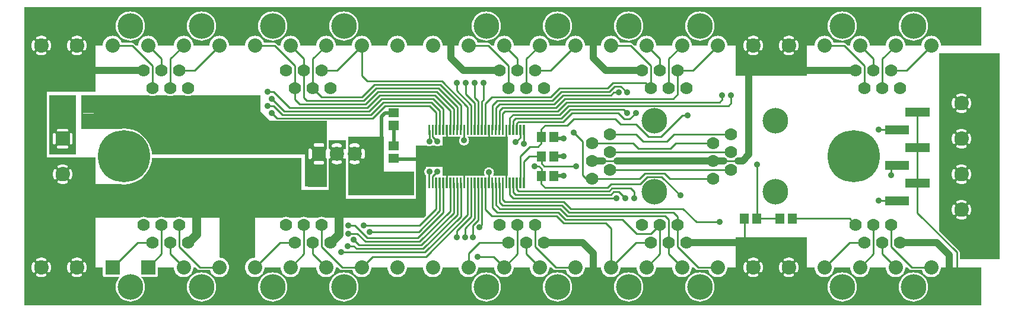
<source format=gbr>
G04 start of page 2 for group 0 idx 0 *
G04 Title: (unknown), component *
G04 Creator: pcb 20140316 *
G04 CreationDate: Mon 29 Jan 2018 01:09:37 AM GMT UTC *
G04 For: railfan *
G04 Format: Gerber/RS-274X *
G04 PCB-Dimensions (mil): 5500.00 1700.00 *
G04 PCB-Coordinate-Origin: lower left *
%MOIN*%
%FSLAX25Y25*%
%LNTOP*%
%ADD34C,0.0350*%
%ADD33C,0.1285*%
%ADD32C,0.0300*%
%ADD31C,0.1280*%
%ADD30C,0.0480*%
%ADD29C,0.0360*%
%ADD28R,0.0100X0.0100*%
%ADD27R,0.0116X0.0116*%
%ADD26R,0.0500X0.0500*%
%ADD25R,0.0550X0.0550*%
%ADD24R,0.0430X0.0430*%
%ADD23R,0.0490X0.0490*%
%ADD22R,0.0512X0.0512*%
%ADD21C,0.0787*%
%ADD20C,0.2937*%
%ADD19C,0.0700*%
%ADD18C,0.1440*%
%ADD17C,0.0800*%
%ADD16C,0.0450*%
%ADD15C,0.0500*%
%ADD14C,0.0200*%
%ADD13C,0.0400*%
%ADD12C,0.0100*%
%ADD11C,0.0001*%
G54D11*G36*
X183000Y63000D02*Y76500D01*
X220000D01*
Y63000D01*
X183000D01*
G37*
G36*
X221000Y84500D02*X226500D01*
Y78470D01*
X226228Y78151D01*
X225997Y77775D01*
X225829Y77368D01*
X225726Y76939D01*
X225691Y76500D01*
X225726Y76061D01*
X225829Y75632D01*
X225997Y75225D01*
X226228Y74849D01*
X226500Y74530D01*
Y56000D01*
X221000D01*
Y84500D01*
G37*
G36*
X236000Y74000D02*Y81500D01*
X272500D01*
Y74000D01*
X263970D01*
X263986Y74014D01*
X264272Y74349D01*
X264503Y74725D01*
X264671Y75132D01*
X264774Y75561D01*
X264800Y76000D01*
X264774Y76439D01*
X264671Y76868D01*
X264503Y77275D01*
X264272Y77651D01*
X263986Y77986D01*
X263651Y78272D01*
X263275Y78503D01*
X262868Y78671D01*
X262439Y78774D01*
X262000Y78809D01*
X261561Y78774D01*
X261132Y78671D01*
X260725Y78503D01*
X260349Y78272D01*
X260014Y77986D01*
X259728Y77651D01*
X259497Y77275D01*
X259329Y76868D01*
X259226Y76439D01*
X259191Y76000D01*
X259226Y75561D01*
X259329Y75132D01*
X259497Y74725D01*
X259728Y74349D01*
X260014Y74014D01*
X260030Y74000D01*
X236000D01*
G37*
G36*
X221000Y83000D02*X226000D01*
Y78000D01*
X221000D01*
Y83000D01*
G37*
G36*
X166500Y105000D02*X171000D01*
Y89338D01*
X170982Y89331D01*
X170847Y89249D01*
X170728Y89146D01*
X170625Y89027D01*
X170543Y88892D01*
X170483Y88747D01*
X170446Y88594D01*
X170437Y88437D01*
Y86000D01*
X166500D01*
Y90437D01*
X168437D01*
X168594Y90446D01*
X168747Y90483D01*
X168892Y90543D01*
X169027Y90625D01*
X169146Y90728D01*
X169249Y90847D01*
X169331Y90982D01*
X169391Y91127D01*
X169428Y91280D01*
X169440Y91437D01*
X169428Y91594D01*
X169391Y91747D01*
X169331Y91892D01*
X169249Y92027D01*
X169146Y92146D01*
X169027Y92249D01*
X168892Y92331D01*
X168747Y92391D01*
X168594Y92428D01*
X168437Y92437D01*
X166500D01*
Y105000D01*
G37*
G36*
X134109D02*X166500D01*
Y92437D01*
X164563D01*
X164406Y92428D01*
X164253Y92391D01*
X164108Y92331D01*
X163973Y92249D01*
X163854Y92146D01*
X163751Y92027D01*
X163669Y91892D01*
X163609Y91747D01*
X163572Y91594D01*
X163560Y91437D01*
X163572Y91280D01*
X163609Y91127D01*
X163669Y90982D01*
X163751Y90847D01*
X163854Y90728D01*
X163973Y90625D01*
X164108Y90543D01*
X164253Y90483D01*
X164406Y90446D01*
X164563Y90437D01*
X166500D01*
Y86000D01*
X162563D01*
Y88437D01*
X162554Y88594D01*
X162517Y88747D01*
X162457Y88892D01*
X162375Y89027D01*
X162272Y89146D01*
X162153Y89249D01*
X162018Y89331D01*
X161873Y89391D01*
X161720Y89428D01*
X161563Y89440D01*
X161406Y89428D01*
X161253Y89391D01*
X161108Y89331D01*
X160973Y89249D01*
X160854Y89146D01*
X160751Y89027D01*
X160669Y88892D01*
X160609Y88747D01*
X160572Y88594D01*
X160563Y88437D01*
Y86000D01*
X128500D01*
Y89850D01*
X132885Y89864D01*
X133115Y89919D01*
X133333Y90009D01*
X133534Y90133D01*
X133714Y90286D01*
X133867Y90466D01*
X133991Y90667D01*
X134081Y90885D01*
X134136Y91115D01*
X134150Y91350D01*
X134136Y104885D01*
X134109Y105000D01*
G37*
G36*
X171000Y94000D02*Y89338D01*
X170982Y89331D01*
X170847Y89249D01*
X170728Y89146D01*
X170625Y89027D01*
X170543Y88892D01*
X170483Y88747D01*
X170446Y88594D01*
X170437Y88437D01*
Y84563D01*
X170446Y84406D01*
X170483Y84253D01*
X170543Y84108D01*
X170625Y83973D01*
X170728Y83854D01*
X170847Y83751D01*
X170982Y83669D01*
X171000Y83662D01*
Y73948D01*
X170971Y73955D01*
X170814Y73964D01*
X166500Y73960D01*
Y80563D01*
X168437D01*
X168594Y80572D01*
X168747Y80609D01*
X168892Y80669D01*
X169027Y80751D01*
X169146Y80854D01*
X169249Y80973D01*
X169331Y81108D01*
X169391Y81253D01*
X169428Y81406D01*
X169440Y81563D01*
X169428Y81720D01*
X169391Y81873D01*
X169331Y82018D01*
X169249Y82153D01*
X169146Y82272D01*
X169027Y82375D01*
X168892Y82457D01*
X168747Y82517D01*
X168594Y82554D01*
X168437Y82563D01*
X166500D01*
Y90437D01*
X168437D01*
X168594Y90446D01*
X168747Y90483D01*
X168892Y90543D01*
X169027Y90625D01*
X169146Y90728D01*
X169249Y90847D01*
X169331Y90982D01*
X169391Y91127D01*
X169428Y91280D01*
X169440Y91437D01*
X169428Y91594D01*
X169391Y91747D01*
X169331Y91892D01*
X169249Y92027D01*
X169146Y92146D01*
X169027Y92249D01*
X168892Y92331D01*
X168747Y92391D01*
X168594Y92428D01*
X168437Y92437D01*
X166500D01*
Y94000D01*
X171000D01*
G37*
G36*
X166500Y73960D02*X161563Y73956D01*
Y83560D01*
X161720Y83572D01*
X161873Y83609D01*
X162018Y83669D01*
X162153Y83751D01*
X162272Y83854D01*
X162375Y83973D01*
X162457Y84108D01*
X162517Y84253D01*
X162554Y84406D01*
X162563Y84563D01*
Y88437D01*
X162554Y88594D01*
X162517Y88747D01*
X162457Y88892D01*
X162375Y89027D01*
X162272Y89146D01*
X162153Y89249D01*
X162018Y89331D01*
X161873Y89391D01*
X161720Y89428D01*
X161563Y89440D01*
Y94000D01*
X166500D01*
Y92437D01*
X164563D01*
X164406Y92428D01*
X164253Y92391D01*
X164108Y92331D01*
X163973Y92249D01*
X163854Y92146D01*
X163751Y92027D01*
X163669Y91892D01*
X163609Y91747D01*
X163572Y91594D01*
X163560Y91437D01*
X163572Y91280D01*
X163609Y91127D01*
X163669Y90982D01*
X163751Y90847D01*
X163854Y90728D01*
X163973Y90625D01*
X164108Y90543D01*
X164253Y90483D01*
X164406Y90446D01*
X164563Y90437D01*
X166500D01*
Y82563D01*
X164563D01*
X164406Y82554D01*
X164253Y82517D01*
X164108Y82457D01*
X163973Y82375D01*
X163854Y82272D01*
X163751Y82153D01*
X163669Y82018D01*
X163609Y81873D01*
X163572Y81720D01*
X163560Y81563D01*
X163572Y81406D01*
X163609Y81253D01*
X163669Y81108D01*
X163751Y80973D01*
X163854Y80854D01*
X163973Y80751D01*
X164108Y80669D01*
X164253Y80609D01*
X164406Y80572D01*
X164563Y80563D01*
X166500D01*
Y73960D01*
G37*
G36*
X161563Y73956D02*X160029Y73955D01*
X159876Y73918D01*
X159731Y73858D01*
X159596Y73776D01*
X159477Y73673D01*
X159374Y73554D01*
X159292Y73419D01*
X159232Y73274D01*
X159195Y73121D01*
X159186Y72964D01*
X159195Y68000D01*
X158500D01*
Y94000D01*
X161563D01*
Y89440D01*
X161406Y89428D01*
X161253Y89391D01*
X161108Y89331D01*
X160973Y89249D01*
X160854Y89146D01*
X160751Y89027D01*
X160669Y88892D01*
X160609Y88747D01*
X160572Y88594D01*
X160563Y88437D01*
Y84563D01*
X160572Y84406D01*
X160609Y84253D01*
X160669Y84108D01*
X160751Y83973D01*
X160854Y83854D01*
X160973Y83751D01*
X161108Y83669D01*
X161253Y83609D01*
X161406Y83572D01*
X161563Y83560D01*
Y73956D01*
G37*
G36*
X158500Y77500D02*X171000D01*
Y68000D01*
X158500D01*
Y77500D01*
G37*
G36*
X176502Y94000D02*X181500D01*
Y89249D01*
X181481Y89259D01*
X181332Y89309D01*
X181176Y89336D01*
X181018Y89338D01*
X180861Y89315D01*
X180710Y89268D01*
X180569Y89198D01*
X180439Y89107D01*
X180326Y88996D01*
X180232Y88870D01*
X180158Y88730D01*
X180108Y88580D01*
X180081Y88424D01*
X180079Y88266D01*
X180102Y88110D01*
X180152Y87960D01*
X180278Y87608D01*
X180366Y87244D01*
X180419Y86874D01*
X180437Y86500D01*
X180419Y86126D01*
X180366Y85756D01*
X180278Y85392D01*
X180156Y85039D01*
X180106Y84889D01*
X180083Y84734D01*
X180085Y84576D01*
X180112Y84421D01*
X180162Y84272D01*
X180236Y84133D01*
X180330Y84007D01*
X180442Y83897D01*
X180571Y83806D01*
X180712Y83736D01*
X180862Y83689D01*
X181018Y83667D01*
X181175Y83668D01*
X181331Y83695D01*
X181480Y83746D01*
X181495Y83754D01*
X181500Y83751D01*
Y58000D01*
X176502D01*
Y80556D01*
X177064Y80583D01*
X177623Y80663D01*
X178172Y80796D01*
X178706Y80981D01*
X178848Y81050D01*
X178977Y81142D01*
X179091Y81252D01*
X179185Y81379D01*
X179259Y81519D01*
X179309Y81668D01*
X179336Y81824D01*
X179338Y81982D01*
X179315Y82139D01*
X179268Y82290D01*
X179198Y82431D01*
X179107Y82561D01*
X178996Y82674D01*
X178870Y82768D01*
X178730Y82842D01*
X178580Y82892D01*
X178424Y82919D01*
X178266Y82921D01*
X178110Y82898D01*
X177960Y82848D01*
X177608Y82722D01*
X177244Y82634D01*
X176874Y82581D01*
X176502Y82563D01*
Y90437D01*
X176874Y90419D01*
X177244Y90366D01*
X177608Y90278D01*
X177961Y90156D01*
X178111Y90106D01*
X178266Y90083D01*
X178424Y90085D01*
X178579Y90112D01*
X178728Y90162D01*
X178867Y90236D01*
X178993Y90330D01*
X179103Y90442D01*
X179194Y90571D01*
X179264Y90712D01*
X179311Y90862D01*
X179333Y91018D01*
X179332Y91175D01*
X179305Y91331D01*
X179254Y91480D01*
X179181Y91619D01*
X179087Y91745D01*
X178975Y91855D01*
X178846Y91946D01*
X178704Y92013D01*
X178172Y92204D01*
X177623Y92337D01*
X177064Y92417D01*
X176502Y92444D01*
Y94000D01*
G37*
G36*
X172000D02*X176502D01*
Y92444D01*
X176500Y92444D01*
X175936Y92417D01*
X175377Y92337D01*
X174828Y92204D01*
X174294Y92019D01*
X174152Y91950D01*
X174023Y91858D01*
X173909Y91748D01*
X173815Y91621D01*
X173741Y91481D01*
X173691Y91332D01*
X173664Y91176D01*
X173662Y91018D01*
X173685Y90861D01*
X173732Y90710D01*
X173802Y90569D01*
X173893Y90439D01*
X174004Y90326D01*
X174130Y90232D01*
X174270Y90158D01*
X174420Y90108D01*
X174576Y90081D01*
X174734Y90079D01*
X174890Y90102D01*
X175040Y90152D01*
X175392Y90278D01*
X175756Y90366D01*
X176126Y90419D01*
X176500Y90437D01*
X176502Y90437D01*
Y82563D01*
X176500Y82563D01*
X176126Y82581D01*
X175756Y82634D01*
X175392Y82722D01*
X175039Y82844D01*
X174889Y82894D01*
X174734Y82917D01*
X174576Y82915D01*
X174421Y82888D01*
X174272Y82838D01*
X174133Y82764D01*
X174007Y82670D01*
X173897Y82558D01*
X173806Y82429D01*
X173736Y82288D01*
X173689Y82138D01*
X173667Y81982D01*
X173668Y81825D01*
X173695Y81669D01*
X173746Y81520D01*
X173819Y81381D01*
X173913Y81255D01*
X174025Y81145D01*
X174154Y81054D01*
X174296Y80987D01*
X174828Y80796D01*
X175377Y80663D01*
X175936Y80583D01*
X176500Y80556D01*
X176502Y80556D01*
Y58000D01*
X172000D01*
Y83665D01*
X172139Y83685D01*
X172290Y83732D01*
X172431Y83802D01*
X172561Y83893D01*
X172674Y84004D01*
X172768Y84130D01*
X172842Y84270D01*
X172892Y84420D01*
X172919Y84576D01*
X172921Y84734D01*
X172898Y84890D01*
X172848Y85040D01*
X172722Y85392D01*
X172634Y85756D01*
X172581Y86126D01*
X172563Y86500D01*
X172581Y86874D01*
X172634Y87244D01*
X172722Y87608D01*
X172844Y87961D01*
X172894Y88111D01*
X172917Y88266D01*
X172915Y88424D01*
X172888Y88579D01*
X172838Y88728D01*
X172764Y88867D01*
X172670Y88993D01*
X172558Y89103D01*
X172429Y89194D01*
X172288Y89264D01*
X172138Y89311D01*
X172000Y89331D01*
Y94000D01*
G37*
G36*
X191261Y96000D02*X203000D01*
Y74500D01*
X191261D01*
Y83683D01*
X191331Y83695D01*
X191480Y83746D01*
X191619Y83819D01*
X191745Y83913D01*
X191855Y84025D01*
X191946Y84154D01*
X192013Y84296D01*
X192204Y84828D01*
X192337Y85377D01*
X192417Y85936D01*
X192444Y86500D01*
X192417Y87064D01*
X192337Y87623D01*
X192204Y88172D01*
X192019Y88706D01*
X191950Y88848D01*
X191858Y88977D01*
X191748Y89091D01*
X191621Y89185D01*
X191481Y89259D01*
X191332Y89309D01*
X191261Y89321D01*
Y96000D01*
G37*
G36*
X186502D02*X191261D01*
Y89321D01*
X191176Y89336D01*
X191018Y89338D01*
X190861Y89315D01*
X190710Y89268D01*
X190569Y89198D01*
X190439Y89107D01*
X190326Y88996D01*
X190232Y88870D01*
X190158Y88730D01*
X190108Y88580D01*
X190081Y88424D01*
X190079Y88266D01*
X190102Y88110D01*
X190152Y87960D01*
X190278Y87608D01*
X190366Y87244D01*
X190419Y86874D01*
X190437Y86500D01*
X190419Y86126D01*
X190366Y85756D01*
X190278Y85392D01*
X190156Y85039D01*
X190106Y84889D01*
X190083Y84734D01*
X190085Y84576D01*
X190112Y84421D01*
X190162Y84272D01*
X190236Y84133D01*
X190330Y84007D01*
X190442Y83897D01*
X190571Y83806D01*
X190712Y83736D01*
X190862Y83689D01*
X191018Y83667D01*
X191175Y83668D01*
X191261Y83683D01*
Y74500D01*
X186502D01*
Y80556D01*
X187064Y80583D01*
X187623Y80663D01*
X188172Y80796D01*
X188706Y80981D01*
X188848Y81050D01*
X188977Y81142D01*
X189091Y81252D01*
X189185Y81379D01*
X189259Y81519D01*
X189309Y81668D01*
X189336Y81824D01*
X189338Y81982D01*
X189315Y82139D01*
X189268Y82290D01*
X189198Y82431D01*
X189107Y82561D01*
X188996Y82674D01*
X188870Y82768D01*
X188730Y82842D01*
X188580Y82892D01*
X188424Y82919D01*
X188266Y82921D01*
X188110Y82898D01*
X187960Y82848D01*
X187608Y82722D01*
X187244Y82634D01*
X186874Y82581D01*
X186502Y82563D01*
Y90437D01*
X186874Y90419D01*
X187244Y90366D01*
X187608Y90278D01*
X187961Y90156D01*
X188111Y90106D01*
X188266Y90083D01*
X188424Y90085D01*
X188579Y90112D01*
X188728Y90162D01*
X188867Y90236D01*
X188993Y90330D01*
X189103Y90442D01*
X189194Y90571D01*
X189264Y90712D01*
X189311Y90862D01*
X189333Y91018D01*
X189332Y91175D01*
X189305Y91331D01*
X189254Y91480D01*
X189181Y91619D01*
X189087Y91745D01*
X188975Y91855D01*
X188846Y91946D01*
X188704Y92013D01*
X188172Y92204D01*
X187623Y92337D01*
X187064Y92417D01*
X186502Y92444D01*
Y96000D01*
G37*
G36*
X183000Y74500D02*Y96000D01*
X186502D01*
Y92444D01*
X186500Y92444D01*
X185936Y92417D01*
X185377Y92337D01*
X184828Y92204D01*
X184294Y92019D01*
X184152Y91950D01*
X184023Y91858D01*
X183909Y91748D01*
X183815Y91621D01*
X183741Y91481D01*
X183691Y91332D01*
X183664Y91176D01*
X183662Y91018D01*
X183685Y90861D01*
X183732Y90710D01*
X183802Y90569D01*
X183893Y90439D01*
X184004Y90326D01*
X184130Y90232D01*
X184270Y90158D01*
X184420Y90108D01*
X184576Y90081D01*
X184734Y90079D01*
X184890Y90102D01*
X185040Y90152D01*
X185392Y90278D01*
X185756Y90366D01*
X186126Y90419D01*
X186500Y90437D01*
X186502Y90437D01*
Y82563D01*
X186500Y82563D01*
X186126Y82581D01*
X185756Y82634D01*
X185392Y82722D01*
X185039Y82844D01*
X184889Y82894D01*
X184734Y82917D01*
X184576Y82915D01*
X184421Y82888D01*
X184272Y82838D01*
X184133Y82764D01*
X184007Y82670D01*
X183897Y82558D01*
X183806Y82429D01*
X183736Y82288D01*
X183689Y82138D01*
X183667Y81982D01*
X183668Y81825D01*
X183695Y81669D01*
X183746Y81520D01*
X183819Y81381D01*
X183913Y81255D01*
X184025Y81145D01*
X184154Y81054D01*
X184296Y80987D01*
X184828Y80796D01*
X185377Y80663D01*
X185936Y80583D01*
X186500Y80556D01*
X186502Y80556D01*
Y74500D01*
X183000D01*
G37*
G36*
X226500Y61000D02*Y51621D01*
X225379Y50500D01*
X170085D01*
X170049Y50522D01*
X169395Y50793D01*
X168706Y50958D01*
X168000Y51014D01*
X167294Y50958D01*
X166605Y50793D01*
X165951Y50522D01*
X165915Y50500D01*
X160085D01*
X160049Y50522D01*
X159395Y50793D01*
X158706Y50958D01*
X158000Y51014D01*
X157294Y50958D01*
X156605Y50793D01*
X155951Y50522D01*
X155915Y50500D01*
X150085D01*
X150049Y50522D01*
X149395Y50793D01*
X148706Y50958D01*
X148000Y51014D01*
X147294Y50958D01*
X146605Y50793D01*
X145951Y50522D01*
X145915Y50500D01*
X129000D01*
Y61000D01*
X159186D01*
X159195Y55879D01*
X159232Y55726D01*
X159292Y55581D01*
X159374Y55446D01*
X159477Y55327D01*
X159596Y55224D01*
X159731Y55142D01*
X159876Y55082D01*
X160029Y55045D01*
X160186Y55036D01*
X170971Y55045D01*
X171124Y55082D01*
X171269Y55142D01*
X171404Y55224D01*
X171523Y55327D01*
X171626Y55446D01*
X171708Y55581D01*
X171768Y55726D01*
X171805Y55879D01*
X171814Y56036D01*
X171805Y61000D01*
X182048D01*
X182057Y55741D01*
X182094Y55588D01*
X182154Y55443D01*
X182236Y55308D01*
X182339Y55189D01*
X182458Y55086D01*
X182593Y55004D01*
X182738Y54944D01*
X182891Y54907D01*
X183048Y54898D01*
X189109Y54907D01*
X189262Y54944D01*
X189407Y55004D01*
X189542Y55086D01*
X189661Y55189D01*
X189764Y55308D01*
X189846Y55443D01*
X189906Y55588D01*
X189943Y55741D01*
X189952Y55898D01*
X189943Y61000D01*
X194253D01*
X194250Y60950D01*
X194259Y55893D01*
X194296Y55740D01*
X194356Y55595D01*
X194438Y55460D01*
X194541Y55341D01*
X194660Y55238D01*
X194795Y55156D01*
X194940Y55096D01*
X195093Y55059D01*
X195250Y55050D01*
X203907Y55059D01*
X204060Y55096D01*
X204205Y55156D01*
X204340Y55238D01*
X204459Y55341D01*
X204562Y55460D01*
X204644Y55595D01*
X204704Y55740D01*
X204741Y55893D01*
X204750Y56050D01*
X204741Y61000D01*
X210253D01*
X210250Y60950D01*
X210259Y55893D01*
X210296Y55740D01*
X210356Y55595D01*
X210438Y55460D01*
X210541Y55341D01*
X210660Y55238D01*
X210795Y55156D01*
X210940Y55096D01*
X211093Y55059D01*
X211250Y55050D01*
X219907Y55059D01*
X220060Y55096D01*
X220205Y55156D01*
X220340Y55238D01*
X220459Y55341D01*
X220562Y55460D01*
X220644Y55595D01*
X220704Y55740D01*
X220741Y55893D01*
X220750Y56050D01*
X220741Y61000D01*
X226500D01*
G37*
G36*
X153500Y66000D02*X176000D01*
Y59000D01*
X153500D01*
Y66000D01*
G37*
G36*
X157500Y61000D02*X222000D01*
Y54000D01*
X157500D01*
Y61000D01*
G37*
G36*
X430502Y22500D02*X434500D01*
X434482Y22125D01*
X434430Y21753D01*
X434342Y21388D01*
X434221Y21032D01*
X434067Y20690D01*
X434020Y20582D01*
X433993Y20467D01*
X433983Y20349D01*
X433993Y20232D01*
X434021Y20117D01*
X434066Y20008D01*
X434128Y19907D01*
X434205Y19818D01*
X434295Y19741D01*
X434395Y19680D01*
X434504Y19635D01*
X434619Y19607D01*
X434737Y19598D01*
X434855Y19608D01*
X434969Y19635D01*
X435078Y19681D01*
X435179Y19743D01*
X435269Y19819D01*
X435345Y19909D01*
X435405Y20011D01*
X435622Y20480D01*
X435789Y20969D01*
X435909Y21472D01*
X435982Y21984D01*
X436006Y22500D01*
X440500D01*
Y1000D01*
X430502D01*
Y16994D01*
X431016Y17018D01*
X431528Y17091D01*
X432031Y17211D01*
X432520Y17378D01*
X432992Y17590D01*
X433093Y17651D01*
X433184Y17728D01*
X433261Y17818D01*
X433323Y17920D01*
X433369Y18029D01*
X433397Y18145D01*
X433406Y18263D01*
X433397Y18381D01*
X433370Y18497D01*
X433324Y18607D01*
X433262Y18708D01*
X433186Y18798D01*
X433095Y18876D01*
X432994Y18938D01*
X432885Y18984D01*
X432769Y19011D01*
X432651Y19021D01*
X432532Y19012D01*
X432417Y18984D01*
X432308Y18937D01*
X431968Y18779D01*
X431612Y18658D01*
X431247Y18570D01*
X430875Y18518D01*
X430502Y18500D01*
Y22500D01*
G37*
G36*
X410502D02*X414500D01*
X414482Y22125D01*
X414430Y21753D01*
X414342Y21388D01*
X414221Y21032D01*
X414067Y20690D01*
X414020Y20582D01*
X413993Y20467D01*
X413983Y20349D01*
X413993Y20232D01*
X414021Y20117D01*
X414066Y20008D01*
X414128Y19907D01*
X414205Y19818D01*
X414295Y19741D01*
X414395Y19680D01*
X414504Y19635D01*
X414619Y19607D01*
X414737Y19598D01*
X414855Y19608D01*
X414969Y19635D01*
X415078Y19681D01*
X415179Y19743D01*
X415269Y19819D01*
X415345Y19909D01*
X415405Y20011D01*
X415622Y20480D01*
X415789Y20969D01*
X415909Y21472D01*
X415982Y21984D01*
X416006Y22500D01*
X424994D01*
X425018Y21984D01*
X425091Y21472D01*
X425211Y20969D01*
X425378Y20480D01*
X425590Y20008D01*
X425651Y19907D01*
X425728Y19816D01*
X425818Y19739D01*
X425920Y19677D01*
X426029Y19631D01*
X426145Y19603D01*
X426263Y19594D01*
X426381Y19603D01*
X426497Y19630D01*
X426607Y19676D01*
X426708Y19738D01*
X426798Y19814D01*
X426876Y19905D01*
X426938Y20006D01*
X426984Y20115D01*
X427011Y20231D01*
X427021Y20349D01*
X427012Y20468D01*
X426984Y20583D01*
X426937Y20692D01*
X426779Y21032D01*
X426658Y21388D01*
X426570Y21753D01*
X426518Y22125D01*
X426500Y22500D01*
X430502D01*
Y18500D01*
X430500Y18500D01*
X430125Y18518D01*
X429753Y18570D01*
X429388Y18658D01*
X429032Y18779D01*
X428690Y18933D01*
X428582Y18980D01*
X428467Y19007D01*
X428349Y19017D01*
X428232Y19007D01*
X428117Y18979D01*
X428008Y18934D01*
X427907Y18872D01*
X427818Y18795D01*
X427741Y18705D01*
X427680Y18605D01*
X427635Y18496D01*
X427607Y18381D01*
X427598Y18263D01*
X427608Y18145D01*
X427635Y18031D01*
X427681Y17922D01*
X427743Y17821D01*
X427819Y17731D01*
X427909Y17655D01*
X428011Y17595D01*
X428480Y17378D01*
X428969Y17211D01*
X429472Y17091D01*
X429984Y17018D01*
X430500Y16994D01*
X430502Y16994D01*
Y1000D01*
X410502D01*
Y16994D01*
X411016Y17018D01*
X411528Y17091D01*
X412031Y17211D01*
X412520Y17378D01*
X412992Y17590D01*
X413093Y17651D01*
X413184Y17728D01*
X413261Y17818D01*
X413323Y17920D01*
X413369Y18029D01*
X413397Y18145D01*
X413406Y18263D01*
X413397Y18381D01*
X413370Y18497D01*
X413324Y18607D01*
X413262Y18708D01*
X413186Y18798D01*
X413095Y18876D01*
X412994Y18938D01*
X412885Y18984D01*
X412769Y19011D01*
X412651Y19021D01*
X412532Y19012D01*
X412417Y18984D01*
X412308Y18937D01*
X411968Y18779D01*
X411612Y18658D01*
X411247Y18570D01*
X410875Y18518D01*
X410502Y18500D01*
Y22500D01*
G37*
G36*
X380487Y21000D02*X385204D01*
X385253Y20795D01*
X385584Y19995D01*
X386037Y19257D01*
X386599Y18599D01*
X387257Y18037D01*
X387995Y17584D01*
X388795Y17253D01*
X389637Y17051D01*
X390500Y16983D01*
X391363Y17051D01*
X392205Y17253D01*
X393005Y17584D01*
X393743Y18037D01*
X394401Y18599D01*
X394963Y19257D01*
X395416Y19995D01*
X395747Y20795D01*
X395949Y21637D01*
X396000Y22500D01*
X404994D01*
X405018Y21984D01*
X405091Y21472D01*
X405211Y20969D01*
X405378Y20480D01*
X405590Y20008D01*
X405651Y19907D01*
X405728Y19816D01*
X405818Y19739D01*
X405920Y19677D01*
X406029Y19631D01*
X406145Y19603D01*
X406263Y19594D01*
X406381Y19603D01*
X406497Y19630D01*
X406607Y19676D01*
X406708Y19738D01*
X406798Y19814D01*
X406876Y19905D01*
X406938Y20006D01*
X406984Y20115D01*
X407011Y20231D01*
X407021Y20349D01*
X407012Y20468D01*
X406984Y20583D01*
X406937Y20692D01*
X406779Y21032D01*
X406658Y21388D01*
X406570Y21753D01*
X406518Y22125D01*
X406500Y22500D01*
X410502D01*
Y18500D01*
X410500Y18500D01*
X410125Y18518D01*
X409753Y18570D01*
X409388Y18658D01*
X409032Y18779D01*
X408690Y18933D01*
X408582Y18980D01*
X408467Y19007D01*
X408349Y19017D01*
X408232Y19007D01*
X408117Y18979D01*
X408008Y18934D01*
X407907Y18872D01*
X407818Y18795D01*
X407741Y18705D01*
X407680Y18605D01*
X407635Y18496D01*
X407607Y18381D01*
X407598Y18263D01*
X407608Y18145D01*
X407635Y18031D01*
X407681Y17922D01*
X407743Y17821D01*
X407819Y17731D01*
X407909Y17655D01*
X408011Y17595D01*
X408480Y17378D01*
X408969Y17211D01*
X409472Y17091D01*
X409984Y17018D01*
X410500Y16994D01*
X410502Y16994D01*
Y1000D01*
X380487D01*
Y3276D01*
X380500Y3275D01*
X381787Y3376D01*
X383042Y3677D01*
X384234Y4171D01*
X385335Y4846D01*
X386316Y5684D01*
X387154Y6665D01*
X387829Y7766D01*
X388323Y8958D01*
X388624Y10213D01*
X388700Y11500D01*
X388624Y12787D01*
X388323Y14042D01*
X387829Y15234D01*
X387154Y16335D01*
X386316Y17316D01*
X385335Y18154D01*
X384234Y18829D01*
X383042Y19323D01*
X381787Y19624D01*
X380500Y19725D01*
X380487Y19724D01*
Y21000D01*
G37*
G36*
X340487Y22500D02*X344983D01*
X345051Y21637D01*
X345253Y20795D01*
X345584Y19995D01*
X346037Y19257D01*
X346599Y18599D01*
X347257Y18037D01*
X347995Y17584D01*
X348795Y17253D01*
X349637Y17051D01*
X350500Y16983D01*
X351363Y17051D01*
X352205Y17253D01*
X353005Y17584D01*
X353743Y18037D01*
X354401Y18599D01*
X354963Y19257D01*
X355416Y19995D01*
X355747Y20795D01*
X355949Y21637D01*
X356000Y22500D01*
X364983D01*
X365051Y21637D01*
X365253Y20795D01*
X365584Y19995D01*
X366037Y19257D01*
X366599Y18599D01*
X367257Y18037D01*
X367995Y17584D01*
X368795Y17253D01*
X369637Y17051D01*
X370500Y16983D01*
X371363Y17051D01*
X372205Y17253D01*
X373005Y17584D01*
X373743Y18037D01*
X374401Y18599D01*
X374963Y19257D01*
X375416Y19995D01*
X375747Y20795D01*
X375949Y21637D01*
X376000Y22500D01*
X377379D01*
X378398Y21481D01*
X378436Y21436D01*
X378616Y21283D01*
X378817Y21159D01*
X379035Y21069D01*
X379265Y21014D01*
X379500Y20995D01*
X379559Y21000D01*
X380487D01*
Y19724D01*
X379213Y19624D01*
X377958Y19323D01*
X376766Y18829D01*
X375665Y18154D01*
X374684Y17316D01*
X373846Y16335D01*
X373171Y15234D01*
X372677Y14042D01*
X372376Y12787D01*
X372275Y11500D01*
X372376Y10213D01*
X372677Y8958D01*
X373171Y7766D01*
X373846Y6665D01*
X374684Y5684D01*
X375665Y4846D01*
X376766Y4171D01*
X377958Y3677D01*
X379213Y3376D01*
X380487Y3276D01*
Y1000D01*
X340487D01*
Y3276D01*
X340500Y3275D01*
X341787Y3376D01*
X343042Y3677D01*
X344234Y4171D01*
X345335Y4846D01*
X346316Y5684D01*
X347154Y6665D01*
X347829Y7766D01*
X348323Y8958D01*
X348624Y10213D01*
X348700Y11500D01*
X348624Y12787D01*
X348323Y14042D01*
X347829Y15234D01*
X347154Y16335D01*
X346316Y17316D01*
X345335Y18154D01*
X344234Y18829D01*
X343042Y19323D01*
X341787Y19624D01*
X340500Y19725D01*
X340487Y19724D01*
Y22500D01*
G37*
G36*
X300487Y21000D02*X305204D01*
X305253Y20795D01*
X305584Y19995D01*
X306037Y19257D01*
X306599Y18599D01*
X307257Y18037D01*
X307995Y17584D01*
X308795Y17253D01*
X309637Y17051D01*
X310500Y16983D01*
X311363Y17051D01*
X312205Y17253D01*
X313005Y17584D01*
X313743Y18037D01*
X314401Y18599D01*
X314963Y19257D01*
X315416Y19995D01*
X315747Y20795D01*
X315949Y21637D01*
X316000Y22500D01*
X324983D01*
X325051Y21637D01*
X325253Y20795D01*
X325584Y19995D01*
X326037Y19257D01*
X326599Y18599D01*
X327257Y18037D01*
X327995Y17584D01*
X328795Y17253D01*
X329637Y17051D01*
X330500Y16983D01*
X331363Y17051D01*
X332205Y17253D01*
X333005Y17584D01*
X333743Y18037D01*
X334401Y18599D01*
X334963Y19257D01*
X335416Y19995D01*
X335747Y20795D01*
X335949Y21637D01*
X336000Y22500D01*
X340487D01*
Y19724D01*
X339213Y19624D01*
X337958Y19323D01*
X336766Y18829D01*
X335665Y18154D01*
X334684Y17316D01*
X333846Y16335D01*
X333171Y15234D01*
X332677Y14042D01*
X332376Y12787D01*
X332275Y11500D01*
X332376Y10213D01*
X332677Y8958D01*
X333171Y7766D01*
X333846Y6665D01*
X334684Y5684D01*
X335665Y4846D01*
X336766Y4171D01*
X337958Y3677D01*
X339213Y3376D01*
X340487Y3276D01*
Y1000D01*
X300487D01*
Y3276D01*
X300500Y3275D01*
X301787Y3376D01*
X303042Y3677D01*
X304234Y4171D01*
X305335Y4846D01*
X306316Y5684D01*
X307154Y6665D01*
X307829Y7766D01*
X308323Y8958D01*
X308624Y10213D01*
X308700Y11500D01*
X308624Y12787D01*
X308323Y14042D01*
X307829Y15234D01*
X307154Y16335D01*
X306316Y17316D01*
X305335Y18154D01*
X304234Y18829D01*
X303042Y19323D01*
X301787Y19624D01*
X300500Y19725D01*
X300487Y19724D01*
Y21000D01*
G37*
G36*
X260487Y22500D02*X264983D01*
X265051Y21637D01*
X265253Y20795D01*
X265584Y19995D01*
X266037Y19257D01*
X266599Y18599D01*
X267257Y18037D01*
X267995Y17584D01*
X268795Y17253D01*
X269637Y17051D01*
X270500Y16983D01*
X271363Y17051D01*
X272205Y17253D01*
X273005Y17584D01*
X273743Y18037D01*
X274401Y18599D01*
X274963Y19257D01*
X275416Y19995D01*
X275747Y20795D01*
X275949Y21637D01*
X276000Y22500D01*
X284983D01*
X285051Y21637D01*
X285253Y20795D01*
X285584Y19995D01*
X286037Y19257D01*
X286599Y18599D01*
X287257Y18037D01*
X287995Y17584D01*
X288795Y17253D01*
X289637Y17051D01*
X290500Y16983D01*
X291363Y17051D01*
X292205Y17253D01*
X293005Y17584D01*
X293743Y18037D01*
X294401Y18599D01*
X294963Y19257D01*
X295416Y19995D01*
X295747Y20795D01*
X295949Y21637D01*
X296000Y22500D01*
X297379D01*
X298398Y21481D01*
X298436Y21436D01*
X298616Y21283D01*
X298817Y21159D01*
X299035Y21069D01*
X299265Y21014D01*
X299500Y20995D01*
X299559Y21000D01*
X300487D01*
Y19724D01*
X299213Y19624D01*
X297958Y19323D01*
X296766Y18829D01*
X295665Y18154D01*
X294684Y17316D01*
X293846Y16335D01*
X293171Y15234D01*
X292677Y14042D01*
X292376Y12787D01*
X292275Y11500D01*
X292376Y10213D01*
X292677Y8958D01*
X293171Y7766D01*
X293846Y6665D01*
X294684Y5684D01*
X295665Y4846D01*
X296766Y4171D01*
X297958Y3677D01*
X299213Y3376D01*
X300487Y3276D01*
Y1000D01*
X260487D01*
Y3276D01*
X260500Y3275D01*
X261787Y3376D01*
X263042Y3677D01*
X264234Y4171D01*
X265335Y4846D01*
X266316Y5684D01*
X267154Y6665D01*
X267829Y7766D01*
X268323Y8958D01*
X268624Y10213D01*
X268700Y11500D01*
X268624Y12787D01*
X268323Y14042D01*
X267829Y15234D01*
X267154Y16335D01*
X266316Y17316D01*
X265335Y18154D01*
X264234Y18829D01*
X263042Y19323D01*
X261787Y19624D01*
X260500Y19725D01*
X260487Y19724D01*
Y22500D01*
G37*
G36*
X180487Y21000D02*X185204D01*
X185253Y20795D01*
X185584Y19995D01*
X186037Y19257D01*
X186599Y18599D01*
X187257Y18037D01*
X187995Y17584D01*
X188795Y17253D01*
X189637Y17051D01*
X190500Y16983D01*
X191363Y17051D01*
X192205Y17253D01*
X193005Y17584D01*
X193743Y18037D01*
X194401Y18599D01*
X194963Y19257D01*
X195416Y19995D01*
X195747Y20795D01*
X195949Y21637D01*
X196000Y22500D01*
X204983D01*
X205051Y21637D01*
X205253Y20795D01*
X205584Y19995D01*
X206037Y19257D01*
X206599Y18599D01*
X207257Y18037D01*
X207995Y17584D01*
X208795Y17253D01*
X209637Y17051D01*
X210500Y16983D01*
X211363Y17051D01*
X212205Y17253D01*
X213005Y17584D01*
X213743Y18037D01*
X214401Y18599D01*
X214963Y19257D01*
X215416Y19995D01*
X215747Y20795D01*
X215949Y21637D01*
X216000Y22500D01*
X224983D01*
X225051Y21637D01*
X225253Y20795D01*
X225584Y19995D01*
X226037Y19257D01*
X226599Y18599D01*
X227257Y18037D01*
X227995Y17584D01*
X228795Y17253D01*
X229637Y17051D01*
X230500Y16983D01*
X231363Y17051D01*
X232205Y17253D01*
X233005Y17584D01*
X233743Y18037D01*
X234401Y18599D01*
X234963Y19257D01*
X235416Y19995D01*
X235747Y20795D01*
X235949Y21637D01*
X236000Y22500D01*
X244983D01*
X245051Y21637D01*
X245253Y20795D01*
X245584Y19995D01*
X246037Y19257D01*
X246599Y18599D01*
X247257Y18037D01*
X247995Y17584D01*
X248795Y17253D01*
X249637Y17051D01*
X250500Y16983D01*
X251363Y17051D01*
X252205Y17253D01*
X253005Y17584D01*
X253743Y18037D01*
X254401Y18599D01*
X254963Y19257D01*
X255416Y19995D01*
X255747Y20795D01*
X255949Y21637D01*
X256000Y22500D01*
X260487D01*
Y19724D01*
X259213Y19624D01*
X257958Y19323D01*
X256766Y18829D01*
X255665Y18154D01*
X254684Y17316D01*
X253846Y16335D01*
X253171Y15234D01*
X252677Y14042D01*
X252376Y12787D01*
X252275Y11500D01*
X252376Y10213D01*
X252677Y8958D01*
X253171Y7766D01*
X253846Y6665D01*
X254684Y5684D01*
X255665Y4846D01*
X256766Y4171D01*
X257958Y3677D01*
X259213Y3376D01*
X260487Y3276D01*
Y1000D01*
X180487D01*
Y3276D01*
X180500Y3275D01*
X181787Y3376D01*
X183042Y3677D01*
X184234Y4171D01*
X185335Y4846D01*
X186316Y5684D01*
X187154Y6665D01*
X187829Y7766D01*
X188323Y8958D01*
X188624Y10213D01*
X188700Y11500D01*
X188624Y12787D01*
X188323Y14042D01*
X187829Y15234D01*
X187154Y16335D01*
X186316Y17316D01*
X185335Y18154D01*
X184234Y18829D01*
X183042Y19323D01*
X181787Y19624D01*
X180500Y19725D01*
X180487Y19724D01*
Y21000D01*
G37*
G36*
X140487Y22500D02*X144983D01*
X145051Y21637D01*
X145253Y20795D01*
X145584Y19995D01*
X146037Y19257D01*
X146599Y18599D01*
X147257Y18037D01*
X147995Y17584D01*
X148795Y17253D01*
X149637Y17051D01*
X150500Y16983D01*
X151363Y17051D01*
X152205Y17253D01*
X153005Y17584D01*
X153743Y18037D01*
X154401Y18599D01*
X154963Y19257D01*
X155416Y19995D01*
X155747Y20795D01*
X155949Y21637D01*
X156000Y22500D01*
X164983D01*
X165051Y21637D01*
X165253Y20795D01*
X165584Y19995D01*
X166037Y19257D01*
X166599Y18599D01*
X167257Y18037D01*
X167995Y17584D01*
X168795Y17253D01*
X169637Y17051D01*
X170500Y16983D01*
X171363Y17051D01*
X172205Y17253D01*
X173005Y17584D01*
X173743Y18037D01*
X174401Y18599D01*
X174963Y19257D01*
X175416Y19995D01*
X175747Y20795D01*
X175949Y21637D01*
X176000Y22500D01*
X177379D01*
X178398Y21481D01*
X178436Y21436D01*
X178616Y21283D01*
X178817Y21159D01*
X179035Y21069D01*
X179265Y21014D01*
X179500Y20995D01*
X179559Y21000D01*
X180487D01*
Y19724D01*
X179213Y19624D01*
X177958Y19323D01*
X176766Y18829D01*
X175665Y18154D01*
X174684Y17316D01*
X173846Y16335D01*
X173171Y15234D01*
X172677Y14042D01*
X172376Y12787D01*
X172275Y11500D01*
X172376Y10213D01*
X172677Y8958D01*
X173171Y7766D01*
X173846Y6665D01*
X174684Y5684D01*
X175665Y4846D01*
X176766Y4171D01*
X177958Y3677D01*
X179213Y3376D01*
X180487Y3276D01*
Y1000D01*
X140487D01*
Y3276D01*
X140500Y3275D01*
X141787Y3376D01*
X143042Y3677D01*
X144234Y4171D01*
X145335Y4846D01*
X146316Y5684D01*
X147154Y6665D01*
X147829Y7766D01*
X148323Y8958D01*
X148624Y10213D01*
X148700Y11500D01*
X148624Y12787D01*
X148323Y14042D01*
X147829Y15234D01*
X147154Y16335D01*
X146316Y17316D01*
X145335Y18154D01*
X144234Y18829D01*
X143042Y19323D01*
X141787Y19624D01*
X140500Y19725D01*
X140487Y19724D01*
Y22500D01*
G37*
G36*
X110500Y1000D02*Y16983D01*
X111363Y17051D01*
X112205Y17253D01*
X113005Y17584D01*
X113743Y18037D01*
X114401Y18599D01*
X114963Y19257D01*
X115416Y19995D01*
X115747Y20795D01*
X115949Y21637D01*
X116000Y22500D01*
X124983D01*
X125051Y21637D01*
X125253Y20795D01*
X125584Y19995D01*
X126037Y19257D01*
X126599Y18599D01*
X127257Y18037D01*
X127995Y17584D01*
X128795Y17253D01*
X129637Y17051D01*
X130500Y16983D01*
X131363Y17051D01*
X132205Y17253D01*
X133005Y17584D01*
X133743Y18037D01*
X134401Y18599D01*
X134963Y19257D01*
X135416Y19995D01*
X135747Y20795D01*
X135949Y21637D01*
X136000Y22500D01*
X140487D01*
Y19724D01*
X139213Y19624D01*
X137958Y19323D01*
X136766Y18829D01*
X135665Y18154D01*
X134684Y17316D01*
X133846Y16335D01*
X133171Y15234D01*
X132677Y14042D01*
X132376Y12787D01*
X132275Y11500D01*
X132376Y10213D01*
X132677Y8958D01*
X133171Y7766D01*
X133846Y6665D01*
X134684Y5684D01*
X135665Y4846D01*
X136766Y4171D01*
X137958Y3677D01*
X139213Y3376D01*
X140487Y3276D01*
Y1000D01*
X110500D01*
G37*
G36*
Y16983D01*
X111363Y17051D01*
X112205Y17253D01*
X113005Y17584D01*
X113743Y18037D01*
X114401Y18599D01*
X114963Y19257D01*
X115416Y19995D01*
X115747Y20795D01*
X115949Y21637D01*
X116000Y22500D01*
X115949Y23363D01*
X115747Y24205D01*
X115416Y25005D01*
X114963Y25743D01*
X114401Y26401D01*
X113743Y26963D01*
X113005Y27416D01*
X112205Y27747D01*
X111363Y27949D01*
X110500Y28017D01*
Y54000D01*
X130500D01*
Y28017D01*
X129637Y27949D01*
X128795Y27747D01*
X127995Y27416D01*
X127257Y26963D01*
X126599Y26401D01*
X126037Y25743D01*
X125584Y25005D01*
X125253Y24205D01*
X125051Y23363D01*
X124983Y22500D01*
X125051Y21637D01*
X125253Y20795D01*
X125584Y19995D01*
X126037Y19257D01*
X126599Y18599D01*
X127257Y18037D01*
X127995Y17584D01*
X128795Y17253D01*
X129637Y17051D01*
X130500Y16983D01*
Y1000D01*
X110500D01*
G37*
G36*
X122500Y84000D02*X156500D01*
Y57500D01*
X122500D01*
Y84000D01*
G37*
G36*
X92500D02*X133500D01*
Y80388D01*
X133333Y80491D01*
X133115Y80581D01*
X132885Y80636D01*
X132650Y80650D01*
X128115Y80636D01*
X127885Y80581D01*
X127667Y80491D01*
X127466Y80367D01*
X127286Y80214D01*
X127133Y80034D01*
X127009Y79833D01*
X126919Y79615D01*
X126864Y79385D01*
X126850Y79150D01*
X126864Y65515D01*
X126919Y65285D01*
X127009Y65067D01*
X127133Y64866D01*
X127286Y64686D01*
X127466Y64533D01*
X127667Y64409D01*
X127885Y64319D01*
X128115Y64264D01*
X128350Y64250D01*
X132885Y64264D01*
X133115Y64319D01*
X133333Y64409D01*
X133500Y64512D01*
Y50500D01*
X92500D01*
Y64257D01*
X94885Y64264D01*
X95115Y64319D01*
X95333Y64409D01*
X95534Y64533D01*
X95714Y64686D01*
X95867Y64866D01*
X95991Y65067D01*
X96081Y65285D01*
X96136Y65515D01*
X96150Y65750D01*
X96136Y79385D01*
X96081Y79615D01*
X95991Y79833D01*
X95867Y80034D01*
X95714Y80214D01*
X95534Y80367D01*
X95333Y80491D01*
X95115Y80581D01*
X94885Y80636D01*
X94650Y80650D01*
X92500Y80643D01*
Y84000D01*
G37*
G36*
X33000Y50500D02*Y69500D01*
X54378D01*
X54539Y69461D01*
X57000Y69268D01*
X59461Y69461D01*
X61862Y70038D01*
X64142Y70982D01*
X66247Y72272D01*
X68124Y73876D01*
X69728Y75753D01*
X71018Y77858D01*
X71962Y80138D01*
X72539Y82539D01*
X72625Y84000D01*
X92500D01*
Y80643D01*
X90115Y80636D01*
X89885Y80581D01*
X89667Y80491D01*
X89466Y80367D01*
X89286Y80214D01*
X89133Y80034D01*
X89009Y79833D01*
X88919Y79615D01*
X88864Y79385D01*
X88850Y79150D01*
X88864Y65515D01*
X88919Y65285D01*
X89009Y65067D01*
X89133Y64866D01*
X89286Y64686D01*
X89466Y64533D01*
X89667Y64409D01*
X89885Y64319D01*
X90115Y64264D01*
X90350Y64250D01*
X92500Y64257D01*
Y50500D01*
X90085D01*
X90049Y50522D01*
X89395Y50793D01*
X88706Y50958D01*
X88000Y51014D01*
X87294Y50958D01*
X86605Y50793D01*
X85951Y50522D01*
X85915Y50500D01*
X80085D01*
X80049Y50522D01*
X79395Y50793D01*
X78706Y50958D01*
X78000Y51014D01*
X77294Y50958D01*
X76605Y50793D01*
X75951Y50522D01*
X75915Y50500D01*
X70085D01*
X70049Y50522D01*
X69395Y50793D01*
X68706Y50958D01*
X68000Y51014D01*
X67294Y50958D01*
X66605Y50793D01*
X65951Y50522D01*
X65915Y50500D01*
X33000D01*
G37*
G36*
X272500Y89500D02*X236000D01*
Y96000D01*
X246030D01*
X246014Y95986D01*
X245728Y95651D01*
X245497Y95275D01*
X245329Y94868D01*
X245226Y94439D01*
X245191Y94000D01*
X245226Y93561D01*
X245329Y93132D01*
X245497Y92725D01*
X245728Y92349D01*
X246014Y92014D01*
X246349Y91728D01*
X246725Y91497D01*
X247132Y91329D01*
X247561Y91226D01*
X248000Y91191D01*
X248439Y91226D01*
X248868Y91329D01*
X249275Y91497D01*
X249651Y91728D01*
X249986Y92014D01*
X250272Y92349D01*
X250503Y92725D01*
X250671Y93132D01*
X250774Y93561D01*
X250800Y94000D01*
X250774Y94439D01*
X250671Y94868D01*
X250503Y95275D01*
X250272Y95651D01*
X249986Y95986D01*
X249970Y96000D01*
X272500D01*
Y89500D01*
G37*
G36*
X430498Y169000D02*X440500D01*
Y147500D01*
X436006D01*
X435982Y148016D01*
X435909Y148528D01*
X435789Y149031D01*
X435622Y149520D01*
X435410Y149992D01*
X435349Y150093D01*
X435272Y150184D01*
X435182Y150261D01*
X435080Y150323D01*
X434971Y150369D01*
X434855Y150397D01*
X434737Y150406D01*
X434619Y150397D01*
X434503Y150370D01*
X434393Y150324D01*
X434292Y150262D01*
X434202Y150186D01*
X434124Y150095D01*
X434062Y149994D01*
X434016Y149885D01*
X433989Y149769D01*
X433979Y149651D01*
X433988Y149532D01*
X434016Y149417D01*
X434063Y149308D01*
X434221Y148968D01*
X434342Y148612D01*
X434430Y148247D01*
X434482Y147875D01*
X434500Y147500D01*
X430498D01*
Y151500D01*
X430500Y151500D01*
X430875Y151482D01*
X431247Y151430D01*
X431612Y151342D01*
X431968Y151221D01*
X432310Y151067D01*
X432418Y151020D01*
X432533Y150993D01*
X432651Y150983D01*
X432768Y150993D01*
X432883Y151021D01*
X432992Y151066D01*
X433093Y151128D01*
X433182Y151205D01*
X433259Y151295D01*
X433320Y151395D01*
X433365Y151504D01*
X433393Y151619D01*
X433402Y151737D01*
X433392Y151855D01*
X433365Y151969D01*
X433319Y152078D01*
X433257Y152179D01*
X433181Y152269D01*
X433091Y152345D01*
X432989Y152405D01*
X432520Y152622D01*
X432031Y152789D01*
X431528Y152909D01*
X431016Y152982D01*
X430500Y153006D01*
X430498Y153006D01*
Y169000D01*
G37*
G36*
X410498D02*X430498D01*
Y153006D01*
X429984Y152982D01*
X429472Y152909D01*
X428969Y152789D01*
X428480Y152622D01*
X428008Y152410D01*
X427907Y152349D01*
X427816Y152272D01*
X427739Y152182D01*
X427677Y152080D01*
X427631Y151971D01*
X427603Y151855D01*
X427594Y151737D01*
X427603Y151619D01*
X427630Y151503D01*
X427676Y151393D01*
X427738Y151292D01*
X427814Y151202D01*
X427905Y151124D01*
X428006Y151062D01*
X428115Y151016D01*
X428231Y150989D01*
X428349Y150979D01*
X428468Y150988D01*
X428583Y151016D01*
X428692Y151063D01*
X429032Y151221D01*
X429388Y151342D01*
X429753Y151430D01*
X430125Y151482D01*
X430498Y151500D01*
Y147500D01*
X426500D01*
Y147500D01*
X426518Y147875D01*
X426570Y148247D01*
X426658Y148612D01*
X426779Y148968D01*
X426933Y149310D01*
X426980Y149418D01*
X427007Y149533D01*
X427017Y149651D01*
X427007Y149768D01*
X426979Y149883D01*
X426934Y149992D01*
X426872Y150093D01*
X426795Y150182D01*
X426705Y150259D01*
X426605Y150320D01*
X426496Y150365D01*
X426381Y150393D01*
X426263Y150402D01*
X426145Y150392D01*
X426031Y150365D01*
X425922Y150319D01*
X425821Y150257D01*
X425731Y150181D01*
X425655Y150091D01*
X425595Y149989D01*
X425378Y149520D01*
X425211Y149031D01*
X425091Y148528D01*
X425018Y148016D01*
X424994Y147500D01*
X416006D01*
X415982Y148016D01*
X415909Y148528D01*
X415789Y149031D01*
X415622Y149520D01*
X415410Y149992D01*
X415349Y150093D01*
X415272Y150184D01*
X415182Y150261D01*
X415080Y150323D01*
X414971Y150369D01*
X414855Y150397D01*
X414737Y150406D01*
X414619Y150397D01*
X414503Y150370D01*
X414393Y150324D01*
X414292Y150262D01*
X414202Y150186D01*
X414124Y150095D01*
X414062Y149994D01*
X414016Y149885D01*
X413989Y149769D01*
X413979Y149651D01*
X413988Y149532D01*
X414016Y149417D01*
X414063Y149308D01*
X414221Y148968D01*
X414342Y148612D01*
X414430Y148247D01*
X414482Y147875D01*
X414500Y147500D01*
X410498D01*
Y151500D01*
X410500Y151500D01*
X410875Y151482D01*
X411247Y151430D01*
X411612Y151342D01*
X411968Y151221D01*
X412310Y151067D01*
X412418Y151020D01*
X412533Y150993D01*
X412651Y150983D01*
X412768Y150993D01*
X412883Y151021D01*
X412992Y151066D01*
X413093Y151128D01*
X413182Y151205D01*
X413259Y151295D01*
X413320Y151395D01*
X413365Y151504D01*
X413393Y151619D01*
X413402Y151737D01*
X413392Y151855D01*
X413365Y151969D01*
X413319Y152078D01*
X413257Y152179D01*
X413181Y152269D01*
X413091Y152345D01*
X412989Y152405D01*
X412520Y152622D01*
X412031Y152789D01*
X411528Y152909D01*
X411016Y152982D01*
X410500Y153006D01*
X410498Y153006D01*
Y169000D01*
G37*
G36*
X380487D02*X410498D01*
Y153006D01*
X409984Y152982D01*
X409472Y152909D01*
X408969Y152789D01*
X408480Y152622D01*
X408008Y152410D01*
X407907Y152349D01*
X407816Y152272D01*
X407739Y152182D01*
X407677Y152080D01*
X407631Y151971D01*
X407603Y151855D01*
X407594Y151737D01*
X407603Y151619D01*
X407630Y151503D01*
X407676Y151393D01*
X407738Y151292D01*
X407814Y151202D01*
X407905Y151124D01*
X408006Y151062D01*
X408115Y151016D01*
X408231Y150989D01*
X408349Y150979D01*
X408468Y150988D01*
X408583Y151016D01*
X408692Y151063D01*
X409032Y151221D01*
X409388Y151342D01*
X409753Y151430D01*
X410125Y151482D01*
X410498Y151500D01*
Y147500D01*
X406500D01*
Y147500D01*
X406518Y147875D01*
X406570Y148247D01*
X406658Y148612D01*
X406779Y148968D01*
X406933Y149310D01*
X406980Y149418D01*
X407007Y149533D01*
X407017Y149651D01*
X407007Y149768D01*
X406979Y149883D01*
X406934Y149992D01*
X406872Y150093D01*
X406795Y150182D01*
X406705Y150259D01*
X406605Y150320D01*
X406496Y150365D01*
X406381Y150393D01*
X406263Y150402D01*
X406145Y150392D01*
X406031Y150365D01*
X405922Y150319D01*
X405821Y150257D01*
X405731Y150181D01*
X405655Y150091D01*
X405595Y149989D01*
X405378Y149520D01*
X405211Y149031D01*
X405091Y148528D01*
X405018Y148016D01*
X404994Y147500D01*
X396000D01*
X395949Y148363D01*
X395747Y149205D01*
X395416Y150005D01*
X394963Y150743D01*
X394401Y151401D01*
X393743Y151963D01*
X393005Y152416D01*
X392205Y152747D01*
X391363Y152949D01*
X390500Y153017D01*
X389637Y152949D01*
X388795Y152747D01*
X387995Y152416D01*
X387257Y151963D01*
X386599Y151401D01*
X386037Y150743D01*
X385584Y150005D01*
X385253Y149205D01*
X385051Y148363D01*
X384983Y147500D01*
X380487D01*
Y150276D01*
X380500Y150275D01*
X381787Y150376D01*
X383042Y150677D01*
X384234Y151171D01*
X385335Y151846D01*
X386316Y152684D01*
X387154Y153665D01*
X387829Y154766D01*
X388323Y155958D01*
X388624Y157213D01*
X388700Y158500D01*
X388624Y159787D01*
X388323Y161042D01*
X387829Y162234D01*
X387154Y163335D01*
X386316Y164316D01*
X385335Y165154D01*
X384234Y165829D01*
X383042Y166323D01*
X381787Y166624D01*
X380500Y166725D01*
X380487Y166724D01*
Y169000D01*
G37*
G36*
X340487D02*X380487D01*
Y166724D01*
X379213Y166624D01*
X377958Y166323D01*
X376766Y165829D01*
X375665Y165154D01*
X374684Y164316D01*
X373846Y163335D01*
X373171Y162234D01*
X372677Y161042D01*
X372376Y159787D01*
X372275Y158500D01*
X372376Y157213D01*
X372677Y155958D01*
X373171Y154766D01*
X373846Y153665D01*
X374684Y152684D01*
X375665Y151846D01*
X376766Y151171D01*
X377958Y150677D01*
X379213Y150376D01*
X380487Y150276D01*
Y147500D01*
X376000D01*
X375949Y148363D01*
X375747Y149205D01*
X375416Y150005D01*
X374963Y150743D01*
X374401Y151401D01*
X373743Y151963D01*
X373005Y152416D01*
X372205Y152747D01*
X371363Y152949D01*
X370500Y153017D01*
X369637Y152949D01*
X368795Y152747D01*
X367995Y152416D01*
X367257Y151963D01*
X366599Y151401D01*
X366037Y150743D01*
X365584Y150005D01*
X365253Y149205D01*
X365051Y148363D01*
X364983Y147500D01*
X356000D01*
X355949Y148363D01*
X355747Y149205D01*
X355416Y150005D01*
X354963Y150743D01*
X354401Y151401D01*
X353743Y151963D01*
X353005Y152416D01*
X352205Y152747D01*
X351363Y152949D01*
X350500Y153017D01*
X349637Y152949D01*
X348795Y152747D01*
X347995Y152416D01*
X347257Y151963D01*
X346599Y151401D01*
X346037Y150743D01*
X345584Y150005D01*
X345253Y149205D01*
X345051Y148363D01*
X344983Y147500D01*
X343621D01*
X342602Y148519D01*
X342564Y148564D01*
X342384Y148717D01*
X342183Y148841D01*
X341965Y148931D01*
X341735Y148986D01*
X341735Y148986D01*
X341500Y149005D01*
X341441Y149000D01*
X340487D01*
Y150276D01*
X340500Y150275D01*
X341787Y150376D01*
X343042Y150677D01*
X344234Y151171D01*
X345335Y151846D01*
X346316Y152684D01*
X347154Y153665D01*
X347829Y154766D01*
X348323Y155958D01*
X348624Y157213D01*
X348700Y158500D01*
X348624Y159787D01*
X348323Y161042D01*
X347829Y162234D01*
X347154Y163335D01*
X346316Y164316D01*
X345335Y165154D01*
X344234Y165829D01*
X343042Y166323D01*
X341787Y166624D01*
X340500Y166725D01*
X340487Y166724D01*
Y169000D01*
G37*
G36*
X300487D02*X340487D01*
Y166724D01*
X339213Y166624D01*
X337958Y166323D01*
X336766Y165829D01*
X335665Y165154D01*
X334684Y164316D01*
X333846Y163335D01*
X333171Y162234D01*
X332677Y161042D01*
X332376Y159787D01*
X332275Y158500D01*
X332376Y157213D01*
X332677Y155958D01*
X333171Y154766D01*
X333846Y153665D01*
X334684Y152684D01*
X335665Y151846D01*
X336766Y151171D01*
X337958Y150677D01*
X339213Y150376D01*
X340487Y150276D01*
Y149000D01*
X335796D01*
X335747Y149205D01*
X335416Y150005D01*
X334963Y150743D01*
X334401Y151401D01*
X333743Y151963D01*
X333005Y152416D01*
X332205Y152747D01*
X331363Y152949D01*
X330500Y153017D01*
X329637Y152949D01*
X328795Y152747D01*
X327995Y152416D01*
X327257Y151963D01*
X326599Y151401D01*
X326037Y150743D01*
X325584Y150005D01*
X325253Y149205D01*
X325051Y148363D01*
X324983Y147500D01*
X316000D01*
X315949Y148363D01*
X315747Y149205D01*
X315416Y150005D01*
X314963Y150743D01*
X314401Y151401D01*
X313743Y151963D01*
X313005Y152416D01*
X312205Y152747D01*
X311363Y152949D01*
X310500Y153017D01*
X309637Y152949D01*
X308795Y152747D01*
X307995Y152416D01*
X307257Y151963D01*
X306599Y151401D01*
X306037Y150743D01*
X305584Y150005D01*
X305253Y149205D01*
X305051Y148363D01*
X304983Y147500D01*
X300487D01*
Y150276D01*
X300500Y150275D01*
X301787Y150376D01*
X303042Y150677D01*
X304234Y151171D01*
X305335Y151846D01*
X306316Y152684D01*
X307154Y153665D01*
X307829Y154766D01*
X308323Y155958D01*
X308624Y157213D01*
X308700Y158500D01*
X308624Y159787D01*
X308323Y161042D01*
X307829Y162234D01*
X307154Y163335D01*
X306316Y164316D01*
X305335Y165154D01*
X304234Y165829D01*
X303042Y166323D01*
X301787Y166624D01*
X300500Y166725D01*
X300487Y166724D01*
Y169000D01*
G37*
G36*
X260487D02*X300487D01*
Y166724D01*
X299213Y166624D01*
X297958Y166323D01*
X296766Y165829D01*
X295665Y165154D01*
X294684Y164316D01*
X293846Y163335D01*
X293171Y162234D01*
X292677Y161042D01*
X292376Y159787D01*
X292275Y158500D01*
X292376Y157213D01*
X292677Y155958D01*
X293171Y154766D01*
X293846Y153665D01*
X294684Y152684D01*
X295665Y151846D01*
X296766Y151171D01*
X297958Y150677D01*
X299213Y150376D01*
X300487Y150276D01*
Y147500D01*
X296000D01*
X295949Y148363D01*
X295747Y149205D01*
X295416Y150005D01*
X294963Y150743D01*
X294401Y151401D01*
X293743Y151963D01*
X293005Y152416D01*
X292205Y152747D01*
X291363Y152949D01*
X290500Y153017D01*
X289637Y152949D01*
X288795Y152747D01*
X287995Y152416D01*
X287257Y151963D01*
X286599Y151401D01*
X286037Y150743D01*
X285584Y150005D01*
X285253Y149205D01*
X285051Y148363D01*
X284983Y147500D01*
X276000D01*
X275949Y148363D01*
X275747Y149205D01*
X275416Y150005D01*
X274963Y150743D01*
X274401Y151401D01*
X273743Y151963D01*
X273005Y152416D01*
X272205Y152747D01*
X271363Y152949D01*
X270500Y153017D01*
X269637Y152949D01*
X268795Y152747D01*
X267995Y152416D01*
X267257Y151963D01*
X266599Y151401D01*
X266037Y150743D01*
X265584Y150005D01*
X265253Y149205D01*
X265051Y148363D01*
X264983Y147500D01*
X263621D01*
X262602Y148519D01*
X262564Y148564D01*
X262384Y148717D01*
X262183Y148841D01*
X261965Y148931D01*
X261735Y148986D01*
X261735Y148986D01*
X261500Y149005D01*
X261441Y149000D01*
X260487D01*
Y150276D01*
X260500Y150275D01*
X261787Y150376D01*
X263042Y150677D01*
X264234Y151171D01*
X265335Y151846D01*
X266316Y152684D01*
X267154Y153665D01*
X267829Y154766D01*
X268323Y155958D01*
X268624Y157213D01*
X268700Y158500D01*
X268624Y159787D01*
X268323Y161042D01*
X267829Y162234D01*
X267154Y163335D01*
X266316Y164316D01*
X265335Y165154D01*
X264234Y165829D01*
X263042Y166323D01*
X261787Y166624D01*
X260500Y166725D01*
X260487Y166724D01*
Y169000D01*
G37*
G36*
X180487D02*X260487D01*
Y166724D01*
X259213Y166624D01*
X257958Y166323D01*
X256766Y165829D01*
X255665Y165154D01*
X254684Y164316D01*
X253846Y163335D01*
X253171Y162234D01*
X252677Y161042D01*
X252376Y159787D01*
X252275Y158500D01*
X252376Y157213D01*
X252677Y155958D01*
X253171Y154766D01*
X253846Y153665D01*
X254684Y152684D01*
X255665Y151846D01*
X256766Y151171D01*
X257958Y150677D01*
X259213Y150376D01*
X260487Y150276D01*
Y149000D01*
X255796D01*
X255747Y149205D01*
X255416Y150005D01*
X254963Y150743D01*
X254401Y151401D01*
X253743Y151963D01*
X253005Y152416D01*
X252205Y152747D01*
X251363Y152949D01*
X250500Y153017D01*
X249637Y152949D01*
X248795Y152747D01*
X247995Y152416D01*
X247257Y151963D01*
X246599Y151401D01*
X246037Y150743D01*
X245584Y150005D01*
X245253Y149205D01*
X245051Y148363D01*
X244983Y147500D01*
X236000D01*
X235949Y148363D01*
X235747Y149205D01*
X235416Y150005D01*
X234963Y150743D01*
X234401Y151401D01*
X233743Y151963D01*
X233005Y152416D01*
X232205Y152747D01*
X231363Y152949D01*
X230500Y153017D01*
X229637Y152949D01*
X228795Y152747D01*
X227995Y152416D01*
X227257Y151963D01*
X226599Y151401D01*
X226037Y150743D01*
X225584Y150005D01*
X225253Y149205D01*
X225051Y148363D01*
X224983Y147500D01*
X216000D01*
X215949Y148363D01*
X215747Y149205D01*
X215416Y150005D01*
X214963Y150743D01*
X214401Y151401D01*
X213743Y151963D01*
X213005Y152416D01*
X212205Y152747D01*
X211363Y152949D01*
X210500Y153017D01*
X209637Y152949D01*
X208795Y152747D01*
X207995Y152416D01*
X207257Y151963D01*
X206599Y151401D01*
X206037Y150743D01*
X205584Y150005D01*
X205253Y149205D01*
X205051Y148363D01*
X204983Y147500D01*
X196000D01*
X195949Y148363D01*
X195747Y149205D01*
X195416Y150005D01*
X194963Y150743D01*
X194401Y151401D01*
X193743Y151963D01*
X193005Y152416D01*
X192205Y152747D01*
X191363Y152949D01*
X190500Y153017D01*
X189637Y152949D01*
X188795Y152747D01*
X187995Y152416D01*
X187257Y151963D01*
X186599Y151401D01*
X186037Y150743D01*
X185584Y150005D01*
X185253Y149205D01*
X185051Y148363D01*
X184983Y147500D01*
X180487D01*
Y150276D01*
X180500Y150275D01*
X181787Y150376D01*
X183042Y150677D01*
X184234Y151171D01*
X185335Y151846D01*
X186316Y152684D01*
X187154Y153665D01*
X187829Y154766D01*
X188323Y155958D01*
X188624Y157213D01*
X188700Y158500D01*
X188624Y159787D01*
X188323Y161042D01*
X187829Y162234D01*
X187154Y163335D01*
X186316Y164316D01*
X185335Y165154D01*
X184234Y165829D01*
X183042Y166323D01*
X181787Y166624D01*
X180500Y166725D01*
X180487Y166724D01*
Y169000D01*
G37*
G36*
X140487D02*X180487D01*
Y166724D01*
X179213Y166624D01*
X177958Y166323D01*
X176766Y165829D01*
X175665Y165154D01*
X174684Y164316D01*
X173846Y163335D01*
X173171Y162234D01*
X172677Y161042D01*
X172376Y159787D01*
X172275Y158500D01*
X172376Y157213D01*
X172677Y155958D01*
X173171Y154766D01*
X173846Y153665D01*
X174684Y152684D01*
X175665Y151846D01*
X176766Y151171D01*
X177958Y150677D01*
X179213Y150376D01*
X180487Y150276D01*
Y147500D01*
X176000D01*
X175949Y148363D01*
X175747Y149205D01*
X175416Y150005D01*
X174963Y150743D01*
X174401Y151401D01*
X173743Y151963D01*
X173005Y152416D01*
X172205Y152747D01*
X171363Y152949D01*
X170500Y153017D01*
X169637Y152949D01*
X168795Y152747D01*
X167995Y152416D01*
X167257Y151963D01*
X166599Y151401D01*
X166037Y150743D01*
X165584Y150005D01*
X165253Y149205D01*
X165051Y148363D01*
X164983Y147500D01*
X156000D01*
X155949Y148363D01*
X155747Y149205D01*
X155416Y150005D01*
X154963Y150743D01*
X154401Y151401D01*
X153743Y151963D01*
X153005Y152416D01*
X152205Y152747D01*
X151363Y152949D01*
X150500Y153017D01*
X149637Y152949D01*
X148795Y152747D01*
X147995Y152416D01*
X147257Y151963D01*
X146599Y151401D01*
X146037Y150743D01*
X145584Y150005D01*
X145253Y149205D01*
X145051Y148363D01*
X144983Y147500D01*
X143621D01*
X142602Y148519D01*
X142564Y148564D01*
X142384Y148717D01*
X142183Y148841D01*
X141965Y148931D01*
X141735Y148986D01*
X141735Y148986D01*
X141500Y149005D01*
X141441Y149000D01*
X140487D01*
Y150276D01*
X140500Y150275D01*
X141787Y150376D01*
X143042Y150677D01*
X144234Y151171D01*
X145335Y151846D01*
X146316Y152684D01*
X147154Y153665D01*
X147829Y154766D01*
X148323Y155958D01*
X148624Y157213D01*
X148700Y158500D01*
X148624Y159787D01*
X148323Y161042D01*
X147829Y162234D01*
X147154Y163335D01*
X146316Y164316D01*
X145335Y165154D01*
X144234Y165829D01*
X143042Y166323D01*
X141787Y166624D01*
X140500Y166725D01*
X140487Y166724D01*
Y169000D01*
G37*
G36*
X100487D02*X140487D01*
Y166724D01*
X139213Y166624D01*
X137958Y166323D01*
X136766Y165829D01*
X135665Y165154D01*
X134684Y164316D01*
X133846Y163335D01*
X133171Y162234D01*
X132677Y161042D01*
X132376Y159787D01*
X132275Y158500D01*
X132376Y157213D01*
X132677Y155958D01*
X133171Y154766D01*
X133846Y153665D01*
X134684Y152684D01*
X135665Y151846D01*
X136766Y151171D01*
X137958Y150677D01*
X139213Y150376D01*
X140487Y150276D01*
Y149000D01*
X135796D01*
X135747Y149205D01*
X135416Y150005D01*
X134963Y150743D01*
X134401Y151401D01*
X133743Y151963D01*
X133005Y152416D01*
X132205Y152747D01*
X131363Y152949D01*
X130500Y153017D01*
X129637Y152949D01*
X128795Y152747D01*
X127995Y152416D01*
X127257Y151963D01*
X126599Y151401D01*
X126037Y150743D01*
X125584Y150005D01*
X125253Y149205D01*
X125051Y148363D01*
X124983Y147500D01*
X116000D01*
X115949Y148363D01*
X115747Y149205D01*
X115416Y150005D01*
X114963Y150743D01*
X114401Y151401D01*
X113743Y151963D01*
X113005Y152416D01*
X112205Y152747D01*
X111363Y152949D01*
X110500Y153017D01*
X109637Y152949D01*
X108795Y152747D01*
X107995Y152416D01*
X107257Y151963D01*
X106599Y151401D01*
X106037Y150743D01*
X105584Y150005D01*
X105253Y149205D01*
X105051Y148363D01*
X104983Y147500D01*
X100487D01*
Y150276D01*
X100500Y150275D01*
X101787Y150376D01*
X103042Y150677D01*
X104234Y151171D01*
X105335Y151846D01*
X106316Y152684D01*
X107154Y153665D01*
X107829Y154766D01*
X108323Y155958D01*
X108624Y157213D01*
X108700Y158500D01*
X108624Y159787D01*
X108323Y161042D01*
X107829Y162234D01*
X107154Y163335D01*
X106316Y164316D01*
X105335Y165154D01*
X104234Y165829D01*
X103042Y166323D01*
X101787Y166624D01*
X100500Y166725D01*
X100487Y166724D01*
Y169000D01*
G37*
G36*
X60487D02*X100487D01*
Y166724D01*
X99213Y166624D01*
X97958Y166323D01*
X96766Y165829D01*
X95665Y165154D01*
X94684Y164316D01*
X93846Y163335D01*
X93171Y162234D01*
X92677Y161042D01*
X92376Y159787D01*
X92275Y158500D01*
X92376Y157213D01*
X92677Y155958D01*
X93171Y154766D01*
X93846Y153665D01*
X94684Y152684D01*
X95665Y151846D01*
X96766Y151171D01*
X97958Y150677D01*
X99213Y150376D01*
X100487Y150276D01*
Y147500D01*
X96000D01*
X95949Y148363D01*
X95747Y149205D01*
X95416Y150005D01*
X94963Y150743D01*
X94401Y151401D01*
X93743Y151963D01*
X93005Y152416D01*
X92205Y152747D01*
X91363Y152949D01*
X90500Y153017D01*
X89637Y152949D01*
X88795Y152747D01*
X87995Y152416D01*
X87257Y151963D01*
X86599Y151401D01*
X86037Y150743D01*
X85584Y150005D01*
X85253Y149205D01*
X85051Y148363D01*
X84983Y147500D01*
X76000D01*
X75949Y148363D01*
X75747Y149205D01*
X75416Y150005D01*
X74963Y150743D01*
X74401Y151401D01*
X73743Y151963D01*
X73005Y152416D01*
X72205Y152747D01*
X71363Y152949D01*
X70500Y153017D01*
X69637Y152949D01*
X68795Y152747D01*
X67995Y152416D01*
X67257Y151963D01*
X66599Y151401D01*
X66037Y150743D01*
X65584Y150005D01*
X65253Y149205D01*
X65051Y148363D01*
X64983Y147500D01*
X63621D01*
X62602Y148519D01*
X62564Y148564D01*
X62384Y148717D01*
X62183Y148841D01*
X61965Y148931D01*
X61735Y148986D01*
X61735Y148986D01*
X61500Y149005D01*
X61441Y149000D01*
X60487D01*
Y150276D01*
X60500Y150275D01*
X61787Y150376D01*
X63042Y150677D01*
X64234Y151171D01*
X65335Y151846D01*
X66316Y152684D01*
X67154Y153665D01*
X67829Y154766D01*
X68323Y155958D01*
X68624Y157213D01*
X68700Y158500D01*
X68624Y159787D01*
X68323Y161042D01*
X67829Y162234D01*
X67154Y163335D01*
X66316Y164316D01*
X65335Y165154D01*
X64234Y165829D01*
X63042Y166323D01*
X61787Y166624D01*
X60500Y166725D01*
X60487Y166724D01*
Y169000D01*
G37*
G36*
X30498D02*X60487D01*
Y166724D01*
X59213Y166624D01*
X57958Y166323D01*
X56766Y165829D01*
X55665Y165154D01*
X54684Y164316D01*
X53846Y163335D01*
X53171Y162234D01*
X52677Y161042D01*
X52376Y159787D01*
X52275Y158500D01*
X52376Y157213D01*
X52677Y155958D01*
X53171Y154766D01*
X53846Y153665D01*
X54684Y152684D01*
X55665Y151846D01*
X56766Y151171D01*
X57958Y150677D01*
X59213Y150376D01*
X60487Y150276D01*
Y149000D01*
X55796D01*
X55747Y149205D01*
X55416Y150005D01*
X54963Y150743D01*
X54401Y151401D01*
X53743Y151963D01*
X53005Y152416D01*
X52205Y152747D01*
X51363Y152949D01*
X50500Y153017D01*
X49637Y152949D01*
X48795Y152747D01*
X47995Y152416D01*
X47257Y151963D01*
X46599Y151401D01*
X46037Y150743D01*
X45584Y150005D01*
X45253Y149205D01*
X45051Y148363D01*
X44983Y147500D01*
X36006D01*
X35982Y148016D01*
X35909Y148528D01*
X35789Y149031D01*
X35622Y149520D01*
X35410Y149992D01*
X35349Y150093D01*
X35272Y150184D01*
X35182Y150261D01*
X35080Y150323D01*
X34971Y150369D01*
X34855Y150397D01*
X34737Y150406D01*
X34619Y150397D01*
X34503Y150370D01*
X34393Y150324D01*
X34292Y150262D01*
X34202Y150186D01*
X34124Y150095D01*
X34062Y149994D01*
X34016Y149885D01*
X33989Y149769D01*
X33979Y149651D01*
X33988Y149532D01*
X34016Y149417D01*
X34063Y149308D01*
X34221Y148968D01*
X34342Y148612D01*
X34430Y148247D01*
X34482Y147875D01*
X34500Y147500D01*
X30498D01*
Y151500D01*
X30500Y151500D01*
X30875Y151482D01*
X31247Y151430D01*
X31612Y151342D01*
X31968Y151221D01*
X32310Y151067D01*
X32418Y151020D01*
X32533Y150993D01*
X32651Y150983D01*
X32768Y150993D01*
X32883Y151021D01*
X32992Y151066D01*
X33093Y151128D01*
X33182Y151205D01*
X33259Y151295D01*
X33320Y151395D01*
X33365Y151504D01*
X33393Y151619D01*
X33402Y151737D01*
X33392Y151855D01*
X33365Y151969D01*
X33319Y152078D01*
X33257Y152179D01*
X33181Y152269D01*
X33091Y152345D01*
X32989Y152405D01*
X32520Y152622D01*
X32031Y152789D01*
X31528Y152909D01*
X31016Y152982D01*
X30500Y153006D01*
X30498Y153006D01*
Y169000D01*
G37*
G36*
X10498D02*X30498D01*
Y153006D01*
X29984Y152982D01*
X29472Y152909D01*
X28969Y152789D01*
X28480Y152622D01*
X28008Y152410D01*
X27907Y152349D01*
X27816Y152272D01*
X27739Y152182D01*
X27677Y152080D01*
X27631Y151971D01*
X27603Y151855D01*
X27594Y151737D01*
X27603Y151619D01*
X27630Y151503D01*
X27676Y151393D01*
X27738Y151292D01*
X27814Y151202D01*
X27905Y151124D01*
X28006Y151062D01*
X28115Y151016D01*
X28231Y150989D01*
X28349Y150979D01*
X28468Y150988D01*
X28583Y151016D01*
X28692Y151063D01*
X29032Y151221D01*
X29388Y151342D01*
X29753Y151430D01*
X30125Y151482D01*
X30498Y151500D01*
Y147500D01*
X26500D01*
Y147500D01*
X26518Y147875D01*
X26570Y148247D01*
X26658Y148612D01*
X26779Y148968D01*
X26933Y149310D01*
X26980Y149418D01*
X27007Y149533D01*
X27017Y149651D01*
X27007Y149768D01*
X26979Y149883D01*
X26934Y149992D01*
X26872Y150093D01*
X26795Y150182D01*
X26705Y150259D01*
X26605Y150320D01*
X26496Y150365D01*
X26381Y150393D01*
X26263Y150402D01*
X26145Y150392D01*
X26031Y150365D01*
X25922Y150319D01*
X25821Y150257D01*
X25731Y150181D01*
X25655Y150091D01*
X25595Y149989D01*
X25378Y149520D01*
X25211Y149031D01*
X25091Y148528D01*
X25018Y148016D01*
X24994Y147500D01*
X16006D01*
X15982Y148016D01*
X15909Y148528D01*
X15789Y149031D01*
X15622Y149520D01*
X15410Y149992D01*
X15349Y150093D01*
X15272Y150184D01*
X15182Y150261D01*
X15080Y150323D01*
X14971Y150369D01*
X14855Y150397D01*
X14737Y150406D01*
X14619Y150397D01*
X14503Y150370D01*
X14393Y150324D01*
X14292Y150262D01*
X14202Y150186D01*
X14124Y150095D01*
X14062Y149994D01*
X14016Y149885D01*
X13989Y149769D01*
X13979Y149651D01*
X13988Y149532D01*
X14016Y149417D01*
X14063Y149308D01*
X14221Y148968D01*
X14342Y148612D01*
X14430Y148247D01*
X14482Y147875D01*
X14500Y147500D01*
X10498D01*
Y151500D01*
X10500Y151500D01*
X10875Y151482D01*
X11247Y151430D01*
X11612Y151342D01*
X11968Y151221D01*
X12310Y151067D01*
X12418Y151020D01*
X12533Y150993D01*
X12651Y150983D01*
X12768Y150993D01*
X12883Y151021D01*
X12992Y151066D01*
X13093Y151128D01*
X13182Y151205D01*
X13259Y151295D01*
X13320Y151395D01*
X13365Y151504D01*
X13393Y151619D01*
X13402Y151737D01*
X13392Y151855D01*
X13365Y151969D01*
X13319Y152078D01*
X13257Y152179D01*
X13181Y152269D01*
X13091Y152345D01*
X12989Y152405D01*
X12520Y152622D01*
X12031Y152789D01*
X11528Y152909D01*
X11016Y152982D01*
X10500Y153006D01*
X10498Y153006D01*
Y169000D01*
G37*
G36*
X1000D02*X10498D01*
Y153006D01*
X9984Y152982D01*
X9472Y152909D01*
X8969Y152789D01*
X8480Y152622D01*
X8008Y152410D01*
X7907Y152349D01*
X7816Y152272D01*
X7739Y152182D01*
X7677Y152080D01*
X7631Y151971D01*
X7603Y151855D01*
X7594Y151737D01*
X7603Y151619D01*
X7630Y151503D01*
X7676Y151393D01*
X7738Y151292D01*
X7814Y151202D01*
X7905Y151124D01*
X8006Y151062D01*
X8115Y151016D01*
X8231Y150989D01*
X8349Y150979D01*
X8468Y150988D01*
X8583Y151016D01*
X8692Y151063D01*
X9032Y151221D01*
X9388Y151342D01*
X9753Y151430D01*
X10125Y151482D01*
X10498Y151500D01*
Y147500D01*
X6500D01*
Y147500D01*
X6518Y147875D01*
X6570Y148247D01*
X6658Y148612D01*
X6779Y148968D01*
X6933Y149310D01*
X6980Y149418D01*
X7007Y149533D01*
X7017Y149651D01*
X7007Y149768D01*
X6979Y149883D01*
X6934Y149992D01*
X6872Y150093D01*
X6795Y150182D01*
X6705Y150259D01*
X6605Y150320D01*
X6496Y150365D01*
X6381Y150393D01*
X6263Y150402D01*
X6145Y150392D01*
X6031Y150365D01*
X5922Y150319D01*
X5821Y150257D01*
X5731Y150181D01*
X5655Y150091D01*
X5595Y149989D01*
X5378Y149520D01*
X5211Y149031D01*
X5091Y148528D01*
X5018Y148016D01*
X4994Y147500D01*
X1000D01*
Y169000D01*
G37*
G36*
X221000Y91000D02*X227221D01*
X227225Y90997D01*
X227632Y90829D01*
X228061Y90726D01*
X228500Y90691D01*
X228939Y90726D01*
X229368Y90829D01*
X229775Y90997D01*
X229779Y91000D01*
X231721D01*
X231725Y90997D01*
X232132Y90829D01*
X232561Y90726D01*
X233000Y90691D01*
X233439Y90726D01*
X233868Y90829D01*
X234275Y90997D01*
X234279Y91000D01*
X272500D01*
Y79000D01*
X234279D01*
X234275Y79003D01*
X233868Y79171D01*
X233439Y79274D01*
X233000Y79309D01*
X232561Y79274D01*
X232132Y79171D01*
X231725Y79003D01*
X231721Y79000D01*
X229779D01*
X229775Y79003D01*
X229368Y79171D01*
X228939Y79274D01*
X228500Y79309D01*
X228061Y79274D01*
X227632Y79171D01*
X227225Y79003D01*
X227221Y79000D01*
X221000D01*
Y91000D01*
G37*
G36*
X30000Y86000D02*X27250D01*
Y91748D01*
X27368Y91757D01*
X27482Y91785D01*
X27592Y91830D01*
X27692Y91891D01*
X27782Y91968D01*
X27859Y92058D01*
X27920Y92158D01*
X27965Y92268D01*
X27993Y92382D01*
X28000Y92500D01*
Y97500D01*
X27993Y97618D01*
X27965Y97732D01*
X27920Y97842D01*
X27859Y97942D01*
X27782Y98032D01*
X27692Y98109D01*
X27592Y98170D01*
X27482Y98215D01*
X27368Y98243D01*
X27250Y98252D01*
Y109384D01*
X27340Y109438D01*
X27459Y109541D01*
X27562Y109660D01*
X27644Y109795D01*
X27704Y109940D01*
X27741Y110093D01*
X27750Y110250D01*
X27741Y117907D01*
X27704Y118060D01*
X27644Y118205D01*
X27562Y118340D01*
X27459Y118459D01*
X27340Y118562D01*
X27250Y118616D01*
Y119500D01*
X30000D01*
Y86000D01*
G37*
G36*
X27250Y118616D02*X27205Y118644D01*
X27060Y118704D01*
X26907Y118741D01*
X26750Y118750D01*
X22500Y118743D01*
Y119500D01*
X27250D01*
Y118616D01*
G37*
G36*
Y86000D02*X22500D01*
Y89500D01*
X25000D01*
X25118Y89507D01*
X25232Y89535D01*
X25342Y89580D01*
X25442Y89641D01*
X25532Y89718D01*
X25609Y89808D01*
X25670Y89908D01*
X25715Y90018D01*
X25743Y90132D01*
X25752Y90250D01*
X25743Y90368D01*
X25715Y90482D01*
X25670Y90592D01*
X25609Y90692D01*
X25532Y90782D01*
X25442Y90859D01*
X25342Y90920D01*
X25232Y90965D01*
X25118Y90993D01*
X25000Y91000D01*
X22500D01*
Y99000D01*
X25000D01*
X25118Y99007D01*
X25232Y99035D01*
X25342Y99080D01*
X25442Y99141D01*
X25532Y99218D01*
X25609Y99308D01*
X25670Y99408D01*
X25715Y99518D01*
X25743Y99632D01*
X25752Y99750D01*
X25743Y99868D01*
X25715Y99982D01*
X25670Y100092D01*
X25609Y100192D01*
X25532Y100282D01*
X25442Y100359D01*
X25342Y100420D01*
X25232Y100465D01*
X25118Y100493D01*
X25000Y100500D01*
X22500D01*
Y109252D01*
X26907Y109259D01*
X27060Y109296D01*
X27205Y109356D01*
X27250Y109384D01*
Y98252D01*
X27132Y98243D01*
X27018Y98215D01*
X26908Y98170D01*
X26808Y98109D01*
X26718Y98032D01*
X26641Y97942D01*
X26580Y97842D01*
X26535Y97732D01*
X26507Y97618D01*
X26500Y97500D01*
Y92500D01*
X26507Y92382D01*
X26535Y92268D01*
X26580Y92158D01*
X26641Y92058D01*
X26718Y91968D01*
X26808Y91891D01*
X26908Y91830D01*
X27018Y91785D01*
X27132Y91757D01*
X27250Y91748D01*
Y86000D01*
G37*
G36*
X22500D02*X17750D01*
Y91748D01*
X17868Y91757D01*
X17982Y91785D01*
X18092Y91830D01*
X18192Y91891D01*
X18282Y91968D01*
X18359Y92058D01*
X18420Y92158D01*
X18465Y92268D01*
X18493Y92382D01*
X18500Y92500D01*
Y97500D01*
X18493Y97618D01*
X18465Y97732D01*
X18420Y97842D01*
X18359Y97942D01*
X18282Y98032D01*
X18192Y98109D01*
X18092Y98170D01*
X17982Y98215D01*
X17868Y98243D01*
X17750Y98252D01*
Y119500D01*
X22500D01*
Y118743D01*
X21093Y118741D01*
X20940Y118704D01*
X20795Y118644D01*
X20660Y118562D01*
X20541Y118459D01*
X20438Y118340D01*
X20356Y118205D01*
X20296Y118060D01*
X20259Y117907D01*
X20250Y117750D01*
X20259Y110093D01*
X20296Y109940D01*
X20356Y109795D01*
X20438Y109660D01*
X20541Y109541D01*
X20660Y109438D01*
X20795Y109356D01*
X20940Y109296D01*
X21093Y109259D01*
X21250Y109250D01*
X22500Y109252D01*
Y100500D01*
X20000D01*
X19882Y100493D01*
X19768Y100465D01*
X19658Y100420D01*
X19558Y100359D01*
X19468Y100282D01*
X19391Y100192D01*
X19330Y100092D01*
X19285Y99982D01*
X19257Y99868D01*
X19248Y99750D01*
X19257Y99632D01*
X19285Y99518D01*
X19330Y99408D01*
X19391Y99308D01*
X19468Y99218D01*
X19558Y99141D01*
X19658Y99080D01*
X19768Y99035D01*
X19882Y99007D01*
X20000Y99000D01*
X22500D01*
Y91000D01*
X20000D01*
X19882Y90993D01*
X19768Y90965D01*
X19658Y90920D01*
X19558Y90859D01*
X19468Y90782D01*
X19391Y90692D01*
X19330Y90592D01*
X19285Y90482D01*
X19257Y90368D01*
X19248Y90250D01*
X19257Y90132D01*
X19285Y90018D01*
X19330Y89908D01*
X19391Y89808D01*
X19468Y89718D01*
X19558Y89641D01*
X19658Y89580D01*
X19768Y89535D01*
X19882Y89507D01*
X20000Y89500D01*
X22500D01*
Y86000D01*
G37*
G36*
X17750D02*X15000D01*
Y119500D01*
X17750D01*
Y98252D01*
X17632Y98243D01*
X17518Y98215D01*
X17408Y98170D01*
X17308Y98109D01*
X17218Y98032D01*
X17141Y97942D01*
X17080Y97842D01*
X17035Y97732D01*
X17007Y97618D01*
X17000Y97500D01*
Y92500D01*
X17007Y92382D01*
X17035Y92268D01*
X17080Y92158D01*
X17141Y92058D01*
X17218Y91968D01*
X17308Y91891D01*
X17408Y91830D01*
X17518Y91785D01*
X17632Y91757D01*
X17750Y91748D01*
Y86000D01*
G37*
G36*
X15000Y119500D02*X30000D01*
Y109000D01*
X15000D01*
Y119500D01*
G37*
G36*
X92500Y119025D02*X93000Y118986D01*
X93706Y119042D01*
X94395Y119207D01*
X95049Y119478D01*
X95085Y119500D01*
X133500D01*
Y105888D01*
X133333Y105991D01*
X133115Y106081D01*
X132885Y106136D01*
X132650Y106150D01*
X128115Y106136D01*
X127885Y106081D01*
X127667Y105991D01*
X127466Y105867D01*
X127286Y105714D01*
X127133Y105534D01*
X127009Y105333D01*
X126919Y105115D01*
X126864Y104885D01*
X126850Y104650D01*
X126864Y91115D01*
X126919Y90885D01*
X127009Y90667D01*
X127133Y90466D01*
X127286Y90286D01*
X127466Y90133D01*
X127667Y90009D01*
X127885Y89919D01*
X128115Y89864D01*
X128350Y89850D01*
X132885Y89864D01*
X133115Y89919D01*
X133333Y90009D01*
X133500Y90112D01*
Y86000D01*
X92500D01*
Y89857D01*
X94885Y89864D01*
X95115Y89919D01*
X95333Y90009D01*
X95534Y90133D01*
X95714Y90286D01*
X95867Y90466D01*
X95991Y90667D01*
X96081Y90885D01*
X96136Y91115D01*
X96150Y91350D01*
X96136Y104885D01*
X96081Y105115D01*
X95991Y105333D01*
X95867Y105534D01*
X95714Y105714D01*
X95534Y105867D01*
X95333Y105991D01*
X95115Y106081D01*
X94885Y106136D01*
X94650Y106150D01*
X92500Y106143D01*
Y119025D01*
G37*
G36*
X37000Y119500D02*X70915D01*
X70951Y119478D01*
X71605Y119207D01*
X72294Y119042D01*
X73000Y118986D01*
X73706Y119042D01*
X74395Y119207D01*
X75049Y119478D01*
X75085Y119500D01*
X80915D01*
X80951Y119478D01*
X81605Y119207D01*
X82294Y119042D01*
X83000Y118986D01*
X83706Y119042D01*
X84395Y119207D01*
X85049Y119478D01*
X85085Y119500D01*
X90915D01*
X90951Y119478D01*
X91605Y119207D01*
X92294Y119042D01*
X92500Y119025D01*
Y106143D01*
X90115Y106136D01*
X89885Y106081D01*
X89667Y105991D01*
X89466Y105867D01*
X89286Y105714D01*
X89133Y105534D01*
X89009Y105333D01*
X88919Y105115D01*
X88864Y104885D01*
X88850Y104650D01*
X88864Y91115D01*
X88919Y90885D01*
X89009Y90667D01*
X89133Y90466D01*
X89286Y90286D01*
X89466Y90133D01*
X89667Y90009D01*
X89885Y89919D01*
X90115Y89864D01*
X90350Y89850D01*
X92500Y89857D01*
Y86000D01*
X72625D01*
X72539Y87461D01*
X71962Y89862D01*
X71018Y92142D01*
X69728Y94247D01*
X68124Y96124D01*
X66247Y97728D01*
X64142Y99018D01*
X61862Y99962D01*
X59461Y100539D01*
X57000Y100732D01*
X54539Y100539D01*
X54378Y100500D01*
X37000D01*
Y109255D01*
X39907Y109259D01*
X40060Y109296D01*
X40205Y109356D01*
X40340Y109438D01*
X40459Y109541D01*
X40562Y109660D01*
X40644Y109795D01*
X40704Y109940D01*
X40741Y110093D01*
X40750Y110250D01*
X40741Y117907D01*
X40704Y118060D01*
X40644Y118205D01*
X40562Y118340D01*
X40459Y118459D01*
X40340Y118562D01*
X40205Y118644D01*
X40060Y118704D01*
X39907Y118741D01*
X39750Y118750D01*
X37000Y118745D01*
Y119500D01*
G37*
G36*
X33000D02*X37000D01*
Y118745D01*
X34093Y118741D01*
X33940Y118704D01*
X33795Y118644D01*
X33660Y118562D01*
X33541Y118459D01*
X33438Y118340D01*
X33356Y118205D01*
X33296Y118060D01*
X33259Y117907D01*
X33250Y117750D01*
X33259Y110093D01*
X33296Y109940D01*
X33356Y109795D01*
X33438Y109660D01*
X33541Y109541D01*
X33660Y109438D01*
X33795Y109356D01*
X33940Y109296D01*
X34093Y109259D01*
X34250Y109250D01*
X37000Y109255D01*
Y100500D01*
X33000D01*
Y119500D01*
G37*
G36*
X42500D01*
Y109500D01*
X33000D01*
Y119500D01*
G37*
G36*
X82500Y86000D02*Y106500D01*
X135000D01*
Y86000D01*
X82500D01*
G37*
G36*
Y63000D02*Y84000D01*
X133500D01*
Y63000D01*
X82500D01*
G37*
G36*
X34993Y84500D02*X41000D01*
Y10500D01*
X34993D01*
Y19645D01*
X35078Y19681D01*
X35179Y19743D01*
X35269Y19819D01*
X35345Y19909D01*
X35405Y20011D01*
X35622Y20480D01*
X35789Y20969D01*
X35909Y21472D01*
X35982Y21984D01*
X36006Y22500D01*
X35982Y23016D01*
X35909Y23528D01*
X35789Y24031D01*
X35622Y24520D01*
X35410Y24992D01*
X35349Y25093D01*
X35272Y25184D01*
X35182Y25261D01*
X35080Y25323D01*
X34993Y25360D01*
Y84500D01*
G37*
G36*
X30502D02*X34993D01*
Y25360D01*
X34971Y25369D01*
X34855Y25397D01*
X34737Y25406D01*
X34619Y25397D01*
X34503Y25370D01*
X34393Y25324D01*
X34292Y25262D01*
X34202Y25186D01*
X34124Y25095D01*
X34062Y24994D01*
X34016Y24885D01*
X33989Y24769D01*
X33979Y24651D01*
X33988Y24532D01*
X34016Y24417D01*
X34063Y24308D01*
X34221Y23968D01*
X34342Y23612D01*
X34430Y23247D01*
X34482Y22875D01*
X34500Y22500D01*
X34482Y22125D01*
X34430Y21753D01*
X34342Y21388D01*
X34221Y21032D01*
X34067Y20690D01*
X34020Y20582D01*
X33993Y20467D01*
X33983Y20349D01*
X33993Y20232D01*
X34021Y20117D01*
X34066Y20008D01*
X34128Y19907D01*
X34205Y19818D01*
X34295Y19741D01*
X34395Y19680D01*
X34504Y19635D01*
X34619Y19607D01*
X34737Y19598D01*
X34855Y19608D01*
X34969Y19635D01*
X34993Y19645D01*
Y10500D01*
X30502D01*
Y16994D01*
X31016Y17018D01*
X31528Y17091D01*
X32031Y17211D01*
X32520Y17378D01*
X32992Y17590D01*
X33093Y17651D01*
X33184Y17728D01*
X33261Y17818D01*
X33323Y17920D01*
X33369Y18029D01*
X33397Y18145D01*
X33406Y18263D01*
X33397Y18381D01*
X33370Y18497D01*
X33324Y18607D01*
X33262Y18708D01*
X33186Y18798D01*
X33095Y18876D01*
X32994Y18938D01*
X32885Y18984D01*
X32769Y19011D01*
X32651Y19021D01*
X32532Y19012D01*
X32417Y18984D01*
X32308Y18937D01*
X31968Y18779D01*
X31612Y18658D01*
X31247Y18570D01*
X30875Y18518D01*
X30502Y18500D01*
Y26500D01*
X30875Y26482D01*
X31247Y26430D01*
X31612Y26342D01*
X31968Y26221D01*
X32310Y26067D01*
X32418Y26020D01*
X32533Y25993D01*
X32651Y25983D01*
X32768Y25993D01*
X32883Y26021D01*
X32992Y26066D01*
X33093Y26128D01*
X33182Y26205D01*
X33259Y26295D01*
X33320Y26395D01*
X33365Y26504D01*
X33393Y26619D01*
X33402Y26737D01*
X33392Y26855D01*
X33365Y26969D01*
X33319Y27078D01*
X33257Y27179D01*
X33181Y27269D01*
X33091Y27345D01*
X32989Y27405D01*
X32520Y27622D01*
X32031Y27789D01*
X31528Y27909D01*
X31016Y27982D01*
X30502Y28006D01*
Y84500D01*
G37*
G36*
X26067Y73190D02*X26020Y73082D01*
X26007Y73029D01*
Y76952D01*
X26016Y76917D01*
X26063Y76808D01*
X26221Y76468D01*
X26342Y76112D01*
X26430Y75747D01*
X26482Y75375D01*
X26500Y75000D01*
X26482Y74625D01*
X26430Y74253D01*
X26342Y73888D01*
X26221Y73532D01*
X26067Y73190D01*
G37*
G36*
X26007Y84500D02*X30502D01*
Y28006D01*
X30500Y28006D01*
X29984Y27982D01*
X29472Y27909D01*
X28969Y27789D01*
X28480Y27622D01*
X28008Y27410D01*
X27907Y27349D01*
X27816Y27272D01*
X27739Y27182D01*
X27677Y27080D01*
X27631Y26971D01*
X27603Y26855D01*
X27594Y26737D01*
X27603Y26619D01*
X27630Y26503D01*
X27676Y26393D01*
X27738Y26292D01*
X27814Y26202D01*
X27905Y26124D01*
X28006Y26062D01*
X28115Y26016D01*
X28231Y25989D01*
X28349Y25979D01*
X28468Y25988D01*
X28583Y26016D01*
X28692Y26063D01*
X29032Y26221D01*
X29388Y26342D01*
X29753Y26430D01*
X30125Y26482D01*
X30500Y26500D01*
X30502Y26500D01*
Y18500D01*
X30500Y18500D01*
X30125Y18518D01*
X29753Y18570D01*
X29388Y18658D01*
X29032Y18779D01*
X28690Y18933D01*
X28582Y18980D01*
X28467Y19007D01*
X28349Y19017D01*
X28232Y19007D01*
X28117Y18979D01*
X28008Y18934D01*
X27907Y18872D01*
X27818Y18795D01*
X27741Y18705D01*
X27680Y18605D01*
X27635Y18496D01*
X27607Y18381D01*
X27598Y18263D01*
X27608Y18145D01*
X27635Y18031D01*
X27681Y17922D01*
X27743Y17821D01*
X27819Y17731D01*
X27909Y17655D01*
X28011Y17595D01*
X28480Y17378D01*
X28969Y17211D01*
X29472Y17091D01*
X29984Y17018D01*
X30500Y16994D01*
X30502Y16994D01*
Y10500D01*
X26007D01*
Y19640D01*
X26029Y19631D01*
X26145Y19603D01*
X26263Y19594D01*
X26381Y19603D01*
X26497Y19630D01*
X26607Y19676D01*
X26708Y19738D01*
X26798Y19814D01*
X26876Y19905D01*
X26938Y20006D01*
X26984Y20115D01*
X27011Y20231D01*
X27021Y20349D01*
X27012Y20468D01*
X26984Y20583D01*
X26937Y20692D01*
X26779Y21032D01*
X26658Y21388D01*
X26570Y21753D01*
X26518Y22125D01*
X26500Y22500D01*
X26518Y22875D01*
X26570Y23247D01*
X26658Y23612D01*
X26779Y23968D01*
X26933Y24310D01*
X26980Y24418D01*
X27007Y24533D01*
X27017Y24651D01*
X27007Y24768D01*
X26979Y24883D01*
X26934Y24992D01*
X26872Y25093D01*
X26795Y25182D01*
X26705Y25259D01*
X26605Y25320D01*
X26496Y25365D01*
X26381Y25393D01*
X26263Y25402D01*
X26145Y25392D01*
X26031Y25365D01*
X26007Y25355D01*
Y72672D01*
X26021Y72617D01*
X26066Y72508D01*
X26128Y72407D01*
X26205Y72318D01*
X26295Y72241D01*
X26395Y72180D01*
X26504Y72135D01*
X26619Y72107D01*
X26737Y72098D01*
X26855Y72108D01*
X26969Y72135D01*
X27078Y72181D01*
X27179Y72243D01*
X27269Y72319D01*
X27345Y72409D01*
X27405Y72511D01*
X27622Y72980D01*
X27789Y73469D01*
X27909Y73972D01*
X27982Y74484D01*
X28006Y75000D01*
X27982Y75516D01*
X27909Y76028D01*
X27789Y76531D01*
X27622Y77020D01*
X27410Y77492D01*
X27349Y77593D01*
X27272Y77684D01*
X27182Y77761D01*
X27080Y77823D01*
X26971Y77869D01*
X26855Y77897D01*
X26737Y77906D01*
X26619Y77897D01*
X26503Y77870D01*
X26393Y77824D01*
X26292Y77762D01*
X26202Y77686D01*
X26124Y77595D01*
X26062Y77494D01*
X26016Y77385D01*
X26007Y77347D01*
Y84500D01*
G37*
G36*
X22502D02*X26007D01*
Y77347D01*
X25989Y77269D01*
X25979Y77151D01*
X25988Y77032D01*
X26007Y76952D01*
Y73029D01*
X25993Y72967D01*
X25983Y72849D01*
X25993Y72732D01*
X26007Y72672D01*
Y25355D01*
X25922Y25319D01*
X25821Y25257D01*
X25731Y25181D01*
X25655Y25091D01*
X25595Y24989D01*
X25378Y24520D01*
X25211Y24031D01*
X25091Y23528D01*
X25018Y23016D01*
X24994Y22500D01*
X25018Y21984D01*
X25091Y21472D01*
X25211Y20969D01*
X25378Y20480D01*
X25590Y20008D01*
X25651Y19907D01*
X25728Y19816D01*
X25818Y19739D01*
X25920Y19677D01*
X26007Y19640D01*
Y10500D01*
X22502D01*
Y69494D01*
X23016Y69518D01*
X23528Y69591D01*
X24031Y69711D01*
X24520Y69878D01*
X24992Y70090D01*
X25093Y70151D01*
X25184Y70228D01*
X25261Y70318D01*
X25323Y70420D01*
X25369Y70529D01*
X25397Y70645D01*
X25406Y70763D01*
X25397Y70881D01*
X25370Y70997D01*
X25324Y71107D01*
X25262Y71208D01*
X25186Y71298D01*
X25095Y71376D01*
X24994Y71438D01*
X24885Y71484D01*
X24769Y71511D01*
X24651Y71521D01*
X24532Y71512D01*
X24417Y71484D01*
X24308Y71437D01*
X23968Y71279D01*
X23612Y71158D01*
X23247Y71070D01*
X22875Y71018D01*
X22502Y71000D01*
Y79000D01*
X22875Y78982D01*
X23247Y78930D01*
X23612Y78842D01*
X23968Y78721D01*
X24310Y78567D01*
X24418Y78520D01*
X24533Y78493D01*
X24651Y78483D01*
X24768Y78493D01*
X24883Y78521D01*
X24992Y78566D01*
X25093Y78628D01*
X25182Y78705D01*
X25259Y78795D01*
X25320Y78895D01*
X25365Y79004D01*
X25393Y79119D01*
X25402Y79237D01*
X25392Y79355D01*
X25365Y79469D01*
X25319Y79578D01*
X25257Y79679D01*
X25181Y79769D01*
X25091Y79845D01*
X24989Y79905D01*
X24520Y80122D01*
X24031Y80289D01*
X23528Y80409D01*
X23016Y80482D01*
X22502Y80506D01*
Y84500D01*
G37*
G36*
X18007D02*X22502D01*
Y80506D01*
X22500Y80506D01*
X21984Y80482D01*
X21472Y80409D01*
X20969Y80289D01*
X20480Y80122D01*
X20008Y79910D01*
X19907Y79849D01*
X19816Y79772D01*
X19739Y79682D01*
X19677Y79580D01*
X19631Y79471D01*
X19603Y79355D01*
X19594Y79237D01*
X19603Y79119D01*
X19630Y79003D01*
X19676Y78893D01*
X19738Y78792D01*
X19814Y78702D01*
X19905Y78624D01*
X20006Y78562D01*
X20115Y78516D01*
X20231Y78489D01*
X20349Y78479D01*
X20468Y78488D01*
X20583Y78516D01*
X20692Y78563D01*
X21032Y78721D01*
X21388Y78842D01*
X21753Y78930D01*
X22125Y78982D01*
X22500Y79000D01*
X22502Y79000D01*
Y71000D01*
X22500Y71000D01*
X22125Y71018D01*
X21753Y71070D01*
X21388Y71158D01*
X21032Y71279D01*
X20690Y71433D01*
X20582Y71480D01*
X20467Y71507D01*
X20349Y71517D01*
X20232Y71507D01*
X20117Y71479D01*
X20008Y71434D01*
X19907Y71372D01*
X19818Y71295D01*
X19741Y71205D01*
X19680Y71105D01*
X19635Y70996D01*
X19607Y70881D01*
X19598Y70763D01*
X19608Y70645D01*
X19635Y70531D01*
X19681Y70422D01*
X19743Y70321D01*
X19819Y70231D01*
X19909Y70155D01*
X20011Y70095D01*
X20480Y69878D01*
X20969Y69711D01*
X21472Y69591D01*
X21984Y69518D01*
X22500Y69494D01*
X22502Y69494D01*
Y10500D01*
X18007D01*
Y72140D01*
X18029Y72131D01*
X18145Y72103D01*
X18263Y72094D01*
X18381Y72103D01*
X18497Y72130D01*
X18607Y72176D01*
X18708Y72238D01*
X18798Y72314D01*
X18876Y72405D01*
X18938Y72506D01*
X18984Y72615D01*
X19011Y72731D01*
X19021Y72849D01*
X19012Y72968D01*
X18984Y73083D01*
X18937Y73192D01*
X18779Y73532D01*
X18658Y73888D01*
X18570Y74253D01*
X18518Y74625D01*
X18500Y75000D01*
X18518Y75375D01*
X18570Y75747D01*
X18658Y76112D01*
X18779Y76468D01*
X18933Y76810D01*
X18980Y76918D01*
X19007Y77033D01*
X19017Y77151D01*
X19007Y77268D01*
X18979Y77383D01*
X18934Y77492D01*
X18872Y77593D01*
X18795Y77682D01*
X18705Y77759D01*
X18605Y77820D01*
X18496Y77865D01*
X18381Y77893D01*
X18263Y77902D01*
X18145Y77892D01*
X18031Y77865D01*
X18007Y77855D01*
Y84500D01*
G37*
G36*
X14993D02*X18007D01*
Y77855D01*
X17922Y77819D01*
X17821Y77757D01*
X17731Y77681D01*
X17655Y77591D01*
X17595Y77489D01*
X17378Y77020D01*
X17211Y76531D01*
X17091Y76028D01*
X17018Y75516D01*
X16994Y75000D01*
X17018Y74484D01*
X17091Y73972D01*
X17211Y73469D01*
X17378Y72980D01*
X17590Y72508D01*
X17651Y72407D01*
X17728Y72316D01*
X17818Y72239D01*
X17920Y72177D01*
X18007Y72140D01*
Y10500D01*
X14993D01*
Y19645D01*
X15078Y19681D01*
X15179Y19743D01*
X15269Y19819D01*
X15345Y19909D01*
X15405Y20011D01*
X15622Y20480D01*
X15789Y20969D01*
X15909Y21472D01*
X15982Y21984D01*
X16006Y22500D01*
X15982Y23016D01*
X15909Y23528D01*
X15789Y24031D01*
X15622Y24520D01*
X15410Y24992D01*
X15349Y25093D01*
X15272Y25184D01*
X15182Y25261D01*
X15080Y25323D01*
X14993Y25360D01*
Y84500D01*
G37*
G36*
X10502D02*X14993D01*
Y25360D01*
X14971Y25369D01*
X14855Y25397D01*
X14737Y25406D01*
X14619Y25397D01*
X14503Y25370D01*
X14393Y25324D01*
X14292Y25262D01*
X14202Y25186D01*
X14124Y25095D01*
X14062Y24994D01*
X14016Y24885D01*
X13989Y24769D01*
X13979Y24651D01*
X13988Y24532D01*
X14016Y24417D01*
X14063Y24308D01*
X14221Y23968D01*
X14342Y23612D01*
X14430Y23247D01*
X14482Y22875D01*
X14500Y22500D01*
X14482Y22125D01*
X14430Y21753D01*
X14342Y21388D01*
X14221Y21032D01*
X14067Y20690D01*
X14020Y20582D01*
X13993Y20467D01*
X13983Y20349D01*
X13993Y20232D01*
X14021Y20117D01*
X14066Y20008D01*
X14128Y19907D01*
X14205Y19818D01*
X14295Y19741D01*
X14395Y19680D01*
X14504Y19635D01*
X14619Y19607D01*
X14737Y19598D01*
X14855Y19608D01*
X14969Y19635D01*
X14993Y19645D01*
Y10500D01*
X10502D01*
Y16994D01*
X11016Y17018D01*
X11528Y17091D01*
X12031Y17211D01*
X12520Y17378D01*
X12992Y17590D01*
X13093Y17651D01*
X13184Y17728D01*
X13261Y17818D01*
X13323Y17920D01*
X13369Y18029D01*
X13397Y18145D01*
X13406Y18263D01*
X13397Y18381D01*
X13370Y18497D01*
X13324Y18607D01*
X13262Y18708D01*
X13186Y18798D01*
X13095Y18876D01*
X12994Y18938D01*
X12885Y18984D01*
X12769Y19011D01*
X12651Y19021D01*
X12532Y19012D01*
X12417Y18984D01*
X12308Y18937D01*
X11968Y18779D01*
X11612Y18658D01*
X11247Y18570D01*
X10875Y18518D01*
X10502Y18500D01*
Y26500D01*
X10875Y26482D01*
X11247Y26430D01*
X11612Y26342D01*
X11968Y26221D01*
X12310Y26067D01*
X12418Y26020D01*
X12533Y25993D01*
X12651Y25983D01*
X12768Y25993D01*
X12883Y26021D01*
X12992Y26066D01*
X13093Y26128D01*
X13182Y26205D01*
X13259Y26295D01*
X13320Y26395D01*
X13365Y26504D01*
X13393Y26619D01*
X13402Y26737D01*
X13392Y26855D01*
X13365Y26969D01*
X13319Y27078D01*
X13257Y27179D01*
X13181Y27269D01*
X13091Y27345D01*
X12989Y27405D01*
X12520Y27622D01*
X12031Y27789D01*
X11528Y27909D01*
X11016Y27982D01*
X10502Y28006D01*
Y84500D01*
G37*
G36*
X6007D02*X10502D01*
Y28006D01*
X10500Y28006D01*
X9984Y27982D01*
X9472Y27909D01*
X8969Y27789D01*
X8480Y27622D01*
X8008Y27410D01*
X7907Y27349D01*
X7816Y27272D01*
X7739Y27182D01*
X7677Y27080D01*
X7631Y26971D01*
X7603Y26855D01*
X7594Y26737D01*
X7603Y26619D01*
X7630Y26503D01*
X7676Y26393D01*
X7738Y26292D01*
X7814Y26202D01*
X7905Y26124D01*
X8006Y26062D01*
X8115Y26016D01*
X8231Y25989D01*
X8349Y25979D01*
X8468Y25988D01*
X8583Y26016D01*
X8692Y26063D01*
X9032Y26221D01*
X9388Y26342D01*
X9753Y26430D01*
X10125Y26482D01*
X10500Y26500D01*
X10502Y26500D01*
Y18500D01*
X10500Y18500D01*
X10125Y18518D01*
X9753Y18570D01*
X9388Y18658D01*
X9032Y18779D01*
X8690Y18933D01*
X8582Y18980D01*
X8467Y19007D01*
X8349Y19017D01*
X8232Y19007D01*
X8117Y18979D01*
X8008Y18934D01*
X7907Y18872D01*
X7818Y18795D01*
X7741Y18705D01*
X7680Y18605D01*
X7635Y18496D01*
X7607Y18381D01*
X7598Y18263D01*
X7608Y18145D01*
X7635Y18031D01*
X7681Y17922D01*
X7743Y17821D01*
X7819Y17731D01*
X7909Y17655D01*
X8011Y17595D01*
X8480Y17378D01*
X8969Y17211D01*
X9472Y17091D01*
X9984Y17018D01*
X10500Y16994D01*
X10502Y16994D01*
Y10500D01*
X6007D01*
Y19640D01*
X6029Y19631D01*
X6145Y19603D01*
X6263Y19594D01*
X6381Y19603D01*
X6497Y19630D01*
X6607Y19676D01*
X6708Y19738D01*
X6798Y19814D01*
X6876Y19905D01*
X6938Y20006D01*
X6984Y20115D01*
X7011Y20231D01*
X7021Y20349D01*
X7012Y20468D01*
X6984Y20583D01*
X6937Y20692D01*
X6779Y21032D01*
X6658Y21388D01*
X6570Y21753D01*
X6518Y22125D01*
X6500Y22500D01*
X6518Y22875D01*
X6570Y23247D01*
X6658Y23612D01*
X6779Y23968D01*
X6933Y24310D01*
X6980Y24418D01*
X7007Y24533D01*
X7017Y24651D01*
X7007Y24768D01*
X6979Y24883D01*
X6934Y24992D01*
X6872Y25093D01*
X6795Y25182D01*
X6705Y25259D01*
X6605Y25320D01*
X6496Y25365D01*
X6381Y25393D01*
X6263Y25402D01*
X6145Y25392D01*
X6031Y25365D01*
X6007Y25355D01*
Y84500D01*
G37*
G36*
X1000Y10500D02*Y84500D01*
X6007D01*
Y25355D01*
X5922Y25319D01*
X5821Y25257D01*
X5731Y25181D01*
X5655Y25091D01*
X5595Y24989D01*
X5378Y24520D01*
X5211Y24031D01*
X5091Y23528D01*
X5018Y23016D01*
X4994Y22500D01*
X5018Y21984D01*
X5091Y21472D01*
X5211Y20969D01*
X5378Y20480D01*
X5590Y20008D01*
X5651Y19907D01*
X5728Y19816D01*
X5818Y19739D01*
X5920Y19677D01*
X6007Y19640D01*
Y10500D01*
X1000D01*
G37*
G36*
X121500Y22500D02*Y1000D01*
X100487D01*
Y3276D01*
X100500Y3275D01*
X101787Y3376D01*
X103042Y3677D01*
X104234Y4171D01*
X105335Y4846D01*
X106316Y5684D01*
X107154Y6665D01*
X107829Y7766D01*
X108323Y8958D01*
X108624Y10213D01*
X108700Y11500D01*
X108624Y12787D01*
X108323Y14042D01*
X107829Y15234D01*
X107154Y16335D01*
X106316Y17316D01*
X105335Y18154D01*
X104234Y18829D01*
X103042Y19323D01*
X101787Y19624D01*
X100500Y19725D01*
X100487Y19724D01*
Y21000D01*
X105204D01*
X105253Y20795D01*
X105584Y19995D01*
X106037Y19257D01*
X106599Y18599D01*
X107257Y18037D01*
X107995Y17584D01*
X108795Y17253D01*
X109637Y17051D01*
X110500Y16983D01*
X111363Y17051D01*
X112205Y17253D01*
X113005Y17584D01*
X113743Y18037D01*
X114401Y18599D01*
X114963Y19257D01*
X115416Y19995D01*
X115747Y20795D01*
X115949Y21637D01*
X116000Y22500D01*
X121500D01*
G37*
G36*
X100487Y1000D02*X30502D01*
Y16994D01*
X31016Y17018D01*
X31528Y17091D01*
X32031Y17211D01*
X32520Y17378D01*
X32992Y17590D01*
X33093Y17651D01*
X33184Y17728D01*
X33261Y17818D01*
X33323Y17920D01*
X33369Y18029D01*
X33397Y18145D01*
X33406Y18263D01*
X33397Y18381D01*
X33370Y18497D01*
X33324Y18607D01*
X33262Y18708D01*
X33186Y18798D01*
X33095Y18876D01*
X32994Y18938D01*
X32885Y18984D01*
X32769Y19011D01*
X32651Y19021D01*
X32532Y19012D01*
X32417Y18984D01*
X32308Y18937D01*
X31968Y18779D01*
X31612Y18658D01*
X31247Y18570D01*
X30875Y18518D01*
X30502Y18500D01*
Y22500D01*
X34500D01*
X34482Y22125D01*
X34430Y21753D01*
X34342Y21388D01*
X34221Y21032D01*
X34067Y20690D01*
X34020Y20582D01*
X33993Y20467D01*
X33983Y20349D01*
X33993Y20232D01*
X34021Y20117D01*
X34066Y20008D01*
X34128Y19907D01*
X34205Y19818D01*
X34295Y19741D01*
X34395Y19680D01*
X34504Y19635D01*
X34619Y19607D01*
X34737Y19598D01*
X34855Y19608D01*
X34969Y19635D01*
X35078Y19681D01*
X35179Y19743D01*
X35269Y19819D01*
X35345Y19909D01*
X35405Y20011D01*
X35622Y20480D01*
X35789Y20969D01*
X35909Y21472D01*
X35982Y21984D01*
X36006Y22500D01*
X45007D01*
X45014Y18265D01*
X45069Y18035D01*
X45159Y17817D01*
X45283Y17616D01*
X45436Y17436D01*
X45616Y17283D01*
X45817Y17159D01*
X46035Y17069D01*
X46265Y17014D01*
X46500Y17000D01*
X54425Y17013D01*
X53846Y16335D01*
X53171Y15234D01*
X52677Y14042D01*
X52376Y12787D01*
X52275Y11500D01*
X52376Y10213D01*
X52677Y8958D01*
X53171Y7766D01*
X53846Y6665D01*
X54684Y5684D01*
X55665Y4846D01*
X56766Y4171D01*
X57958Y3677D01*
X59213Y3376D01*
X60500Y3275D01*
X61787Y3376D01*
X63042Y3677D01*
X64234Y4171D01*
X65335Y4846D01*
X66316Y5684D01*
X67154Y6665D01*
X67829Y7766D01*
X68323Y8958D01*
X68624Y10213D01*
X68700Y11500D01*
X68624Y12787D01*
X68323Y14042D01*
X67829Y15234D01*
X67154Y16335D01*
X66586Y17000D01*
X74735Y17014D01*
X74965Y17069D01*
X75183Y17159D01*
X75384Y17283D01*
X75564Y17436D01*
X75717Y17616D01*
X75841Y17817D01*
X75931Y18035D01*
X75986Y18265D01*
X76000Y18500D01*
X75993Y22500D01*
X84983D01*
X85051Y21637D01*
X85253Y20795D01*
X85584Y19995D01*
X86037Y19257D01*
X86599Y18599D01*
X87257Y18037D01*
X87995Y17584D01*
X88795Y17253D01*
X89637Y17051D01*
X90500Y16983D01*
X91363Y17051D01*
X92205Y17253D01*
X93005Y17584D01*
X93743Y18037D01*
X94401Y18599D01*
X94963Y19257D01*
X95416Y19995D01*
X95747Y20795D01*
X95949Y21637D01*
X96000Y22500D01*
X97379D01*
X98398Y21481D01*
X98436Y21436D01*
X98616Y21283D01*
X98817Y21159D01*
X99035Y21069D01*
X99265Y21014D01*
X99500Y20995D01*
X99559Y21000D01*
X100487D01*
Y19724D01*
X99213Y19624D01*
X97958Y19323D01*
X96766Y18829D01*
X95665Y18154D01*
X94684Y17316D01*
X93846Y16335D01*
X93171Y15234D01*
X92677Y14042D01*
X92376Y12787D01*
X92275Y11500D01*
X92376Y10213D01*
X92677Y8958D01*
X93171Y7766D01*
X93846Y6665D01*
X94684Y5684D01*
X95665Y4846D01*
X96766Y4171D01*
X97958Y3677D01*
X99213Y3376D01*
X100487Y3276D01*
Y1000D01*
G37*
G36*
X30502D02*X10502D01*
Y16994D01*
X11016Y17018D01*
X11528Y17091D01*
X12031Y17211D01*
X12520Y17378D01*
X12992Y17590D01*
X13093Y17651D01*
X13184Y17728D01*
X13261Y17818D01*
X13323Y17920D01*
X13369Y18029D01*
X13397Y18145D01*
X13406Y18263D01*
X13397Y18381D01*
X13370Y18497D01*
X13324Y18607D01*
X13262Y18708D01*
X13186Y18798D01*
X13095Y18876D01*
X12994Y18938D01*
X12885Y18984D01*
X12769Y19011D01*
X12651Y19021D01*
X12532Y19012D01*
X12417Y18984D01*
X12308Y18937D01*
X11968Y18779D01*
X11612Y18658D01*
X11247Y18570D01*
X10875Y18518D01*
X10502Y18500D01*
Y22500D01*
X14500D01*
X14482Y22125D01*
X14430Y21753D01*
X14342Y21388D01*
X14221Y21032D01*
X14067Y20690D01*
X14020Y20582D01*
X13993Y20467D01*
X13983Y20349D01*
X13993Y20232D01*
X14021Y20117D01*
X14066Y20008D01*
X14128Y19907D01*
X14205Y19818D01*
X14295Y19741D01*
X14395Y19680D01*
X14504Y19635D01*
X14619Y19607D01*
X14737Y19598D01*
X14855Y19608D01*
X14969Y19635D01*
X15078Y19681D01*
X15179Y19743D01*
X15269Y19819D01*
X15345Y19909D01*
X15405Y20011D01*
X15622Y20480D01*
X15789Y20969D01*
X15909Y21472D01*
X15982Y21984D01*
X16006Y22500D01*
X24994D01*
X25018Y21984D01*
X25091Y21472D01*
X25211Y20969D01*
X25378Y20480D01*
X25590Y20008D01*
X25651Y19907D01*
X25728Y19816D01*
X25818Y19739D01*
X25920Y19677D01*
X26029Y19631D01*
X26145Y19603D01*
X26263Y19594D01*
X26381Y19603D01*
X26497Y19630D01*
X26607Y19676D01*
X26708Y19738D01*
X26798Y19814D01*
X26876Y19905D01*
X26938Y20006D01*
X26984Y20115D01*
X27011Y20231D01*
X27021Y20349D01*
X27012Y20468D01*
X26984Y20583D01*
X26937Y20692D01*
X26779Y21032D01*
X26658Y21388D01*
X26570Y21753D01*
X26518Y22125D01*
X26500Y22500D01*
X30502D01*
Y18500D01*
X30500Y18500D01*
X30125Y18518D01*
X29753Y18570D01*
X29388Y18658D01*
X29032Y18779D01*
X28690Y18933D01*
X28582Y18980D01*
X28467Y19007D01*
X28349Y19017D01*
X28232Y19007D01*
X28117Y18979D01*
X28008Y18934D01*
X27907Y18872D01*
X27818Y18795D01*
X27741Y18705D01*
X27680Y18605D01*
X27635Y18496D01*
X27607Y18381D01*
X27598Y18263D01*
X27608Y18145D01*
X27635Y18031D01*
X27681Y17922D01*
X27743Y17821D01*
X27819Y17731D01*
X27909Y17655D01*
X28011Y17595D01*
X28480Y17378D01*
X28969Y17211D01*
X29472Y17091D01*
X29984Y17018D01*
X30500Y16994D01*
X30502Y16994D01*
Y1000D01*
G37*
G36*
X10502D02*X1000D01*
Y22500D01*
X4994D01*
X5018Y21984D01*
X5091Y21472D01*
X5211Y20969D01*
X5378Y20480D01*
X5590Y20008D01*
X5651Y19907D01*
X5728Y19816D01*
X5818Y19739D01*
X5920Y19677D01*
X6029Y19631D01*
X6145Y19603D01*
X6263Y19594D01*
X6381Y19603D01*
X6497Y19630D01*
X6607Y19676D01*
X6708Y19738D01*
X6798Y19814D01*
X6876Y19905D01*
X6938Y20006D01*
X6984Y20115D01*
X7011Y20231D01*
X7021Y20349D01*
X7012Y20468D01*
X6984Y20583D01*
X6937Y20692D01*
X6779Y21032D01*
X6658Y21388D01*
X6570Y21753D01*
X6518Y22125D01*
X6500Y22500D01*
X10502D01*
Y18500D01*
X10500Y18500D01*
X10125Y18518D01*
X9753Y18570D01*
X9388Y18658D01*
X9032Y18779D01*
X8690Y18933D01*
X8582Y18980D01*
X8467Y19007D01*
X8349Y19017D01*
X8232Y19007D01*
X8117Y18979D01*
X8008Y18934D01*
X7907Y18872D01*
X7818Y18795D01*
X7741Y18705D01*
X7680Y18605D01*
X7635Y18496D01*
X7607Y18381D01*
X7598Y18263D01*
X7608Y18145D01*
X7635Y18031D01*
X7681Y17922D01*
X7743Y17821D01*
X7819Y17731D01*
X7909Y17655D01*
X8011Y17595D01*
X8480Y17378D01*
X8969Y17211D01*
X9472Y17091D01*
X9984Y17018D01*
X10500Y16994D01*
X10502Y16994D01*
Y1000D01*
G37*
G36*
X34993Y160000D02*X41000D01*
Y121500D01*
X34993D01*
Y144645D01*
X35078Y144681D01*
X35179Y144743D01*
X35269Y144819D01*
X35345Y144909D01*
X35405Y145011D01*
X35622Y145480D01*
X35789Y145969D01*
X35909Y146472D01*
X35982Y146984D01*
X36006Y147500D01*
X35982Y148016D01*
X35909Y148528D01*
X35789Y149031D01*
X35622Y149520D01*
X35410Y149992D01*
X35349Y150093D01*
X35272Y150184D01*
X35182Y150261D01*
X35080Y150323D01*
X34993Y150360D01*
Y160000D01*
G37*
G36*
X30502D02*X34993D01*
Y150360D01*
X34971Y150369D01*
X34855Y150397D01*
X34737Y150406D01*
X34619Y150397D01*
X34503Y150370D01*
X34393Y150324D01*
X34292Y150262D01*
X34202Y150186D01*
X34124Y150095D01*
X34062Y149994D01*
X34016Y149885D01*
X33989Y149769D01*
X33979Y149651D01*
X33988Y149532D01*
X34016Y149417D01*
X34063Y149308D01*
X34221Y148968D01*
X34342Y148612D01*
X34430Y148247D01*
X34482Y147875D01*
X34500Y147500D01*
X34482Y147125D01*
X34430Y146753D01*
X34342Y146388D01*
X34221Y146032D01*
X34067Y145690D01*
X34020Y145582D01*
X33993Y145467D01*
X33983Y145349D01*
X33993Y145232D01*
X34021Y145117D01*
X34066Y145008D01*
X34128Y144907D01*
X34205Y144818D01*
X34295Y144741D01*
X34395Y144680D01*
X34504Y144635D01*
X34619Y144607D01*
X34737Y144598D01*
X34855Y144608D01*
X34969Y144635D01*
X34993Y144645D01*
Y121500D01*
X30502D01*
Y141994D01*
X31016Y142018D01*
X31528Y142091D01*
X32031Y142211D01*
X32520Y142378D01*
X32992Y142590D01*
X33093Y142651D01*
X33184Y142728D01*
X33261Y142818D01*
X33323Y142920D01*
X33369Y143029D01*
X33397Y143145D01*
X33406Y143263D01*
X33397Y143381D01*
X33370Y143497D01*
X33324Y143607D01*
X33262Y143708D01*
X33186Y143798D01*
X33095Y143876D01*
X32994Y143938D01*
X32885Y143984D01*
X32769Y144011D01*
X32651Y144021D01*
X32532Y144012D01*
X32417Y143984D01*
X32308Y143937D01*
X31968Y143779D01*
X31612Y143658D01*
X31247Y143570D01*
X30875Y143518D01*
X30502Y143500D01*
Y151500D01*
X30875Y151482D01*
X31247Y151430D01*
X31612Y151342D01*
X31968Y151221D01*
X32310Y151067D01*
X32418Y151020D01*
X32533Y150993D01*
X32651Y150983D01*
X32768Y150993D01*
X32883Y151021D01*
X32992Y151066D01*
X33093Y151128D01*
X33182Y151205D01*
X33259Y151295D01*
X33320Y151395D01*
X33365Y151504D01*
X33393Y151619D01*
X33402Y151737D01*
X33392Y151855D01*
X33365Y151969D01*
X33319Y152078D01*
X33257Y152179D01*
X33181Y152269D01*
X33091Y152345D01*
X32989Y152405D01*
X32520Y152622D01*
X32031Y152789D01*
X31528Y152909D01*
X31016Y152982D01*
X30502Y153006D01*
Y160000D01*
G37*
G36*
X26007D02*X30502D01*
Y153006D01*
X30500Y153006D01*
X29984Y152982D01*
X29472Y152909D01*
X28969Y152789D01*
X28480Y152622D01*
X28008Y152410D01*
X27907Y152349D01*
X27816Y152272D01*
X27739Y152182D01*
X27677Y152080D01*
X27631Y151971D01*
X27603Y151855D01*
X27594Y151737D01*
X27603Y151619D01*
X27630Y151503D01*
X27676Y151393D01*
X27738Y151292D01*
X27814Y151202D01*
X27905Y151124D01*
X28006Y151062D01*
X28115Y151016D01*
X28231Y150989D01*
X28349Y150979D01*
X28468Y150988D01*
X28583Y151016D01*
X28692Y151063D01*
X29032Y151221D01*
X29388Y151342D01*
X29753Y151430D01*
X30125Y151482D01*
X30500Y151500D01*
X30502Y151500D01*
Y143500D01*
X30500Y143500D01*
X30125Y143518D01*
X29753Y143570D01*
X29388Y143658D01*
X29032Y143779D01*
X28690Y143933D01*
X28582Y143980D01*
X28467Y144007D01*
X28349Y144017D01*
X28232Y144007D01*
X28117Y143979D01*
X28008Y143934D01*
X27907Y143872D01*
X27818Y143795D01*
X27741Y143705D01*
X27680Y143605D01*
X27635Y143496D01*
X27607Y143381D01*
X27598Y143263D01*
X27608Y143145D01*
X27635Y143031D01*
X27681Y142922D01*
X27743Y142821D01*
X27819Y142731D01*
X27909Y142655D01*
X28011Y142595D01*
X28480Y142378D01*
X28969Y142211D01*
X29472Y142091D01*
X29984Y142018D01*
X30500Y141994D01*
X30502Y141994D01*
Y121500D01*
X26007D01*
Y144640D01*
X26029Y144631D01*
X26145Y144603D01*
X26263Y144594D01*
X26381Y144603D01*
X26497Y144630D01*
X26607Y144676D01*
X26708Y144738D01*
X26798Y144814D01*
X26876Y144905D01*
X26938Y145006D01*
X26984Y145115D01*
X27011Y145231D01*
X27021Y145349D01*
X27012Y145468D01*
X26984Y145583D01*
X26937Y145692D01*
X26779Y146032D01*
X26658Y146388D01*
X26570Y146753D01*
X26518Y147125D01*
X26500Y147500D01*
X26518Y147875D01*
X26570Y148247D01*
X26658Y148612D01*
X26779Y148968D01*
X26933Y149310D01*
X26980Y149418D01*
X27007Y149533D01*
X27017Y149651D01*
X27007Y149768D01*
X26979Y149883D01*
X26934Y149992D01*
X26872Y150093D01*
X26795Y150182D01*
X26705Y150259D01*
X26605Y150320D01*
X26496Y150365D01*
X26381Y150393D01*
X26263Y150402D01*
X26145Y150392D01*
X26031Y150365D01*
X26007Y150355D01*
Y160000D01*
G37*
G36*
X14993D02*X26007D01*
Y150355D01*
X25922Y150319D01*
X25821Y150257D01*
X25731Y150181D01*
X25655Y150091D01*
X25595Y149989D01*
X25378Y149520D01*
X25211Y149031D01*
X25091Y148528D01*
X25018Y148016D01*
X24994Y147500D01*
X25018Y146984D01*
X25091Y146472D01*
X25211Y145969D01*
X25378Y145480D01*
X25590Y145008D01*
X25651Y144907D01*
X25728Y144816D01*
X25818Y144739D01*
X25920Y144677D01*
X26007Y144640D01*
Y121500D01*
X14993D01*
Y144645D01*
X15078Y144681D01*
X15179Y144743D01*
X15269Y144819D01*
X15345Y144909D01*
X15405Y145011D01*
X15622Y145480D01*
X15789Y145969D01*
X15909Y146472D01*
X15982Y146984D01*
X16006Y147500D01*
X15982Y148016D01*
X15909Y148528D01*
X15789Y149031D01*
X15622Y149520D01*
X15410Y149992D01*
X15349Y150093D01*
X15272Y150184D01*
X15182Y150261D01*
X15080Y150323D01*
X14993Y150360D01*
Y160000D01*
G37*
G36*
X10502D02*X14993D01*
Y150360D01*
X14971Y150369D01*
X14855Y150397D01*
X14737Y150406D01*
X14619Y150397D01*
X14503Y150370D01*
X14393Y150324D01*
X14292Y150262D01*
X14202Y150186D01*
X14124Y150095D01*
X14062Y149994D01*
X14016Y149885D01*
X13989Y149769D01*
X13979Y149651D01*
X13988Y149532D01*
X14016Y149417D01*
X14063Y149308D01*
X14221Y148968D01*
X14342Y148612D01*
X14430Y148247D01*
X14482Y147875D01*
X14500Y147500D01*
X14482Y147125D01*
X14430Y146753D01*
X14342Y146388D01*
X14221Y146032D01*
X14067Y145690D01*
X14020Y145582D01*
X13993Y145467D01*
X13983Y145349D01*
X13993Y145232D01*
X14021Y145117D01*
X14066Y145008D01*
X14128Y144907D01*
X14205Y144818D01*
X14295Y144741D01*
X14395Y144680D01*
X14504Y144635D01*
X14619Y144607D01*
X14737Y144598D01*
X14855Y144608D01*
X14969Y144635D01*
X14993Y144645D01*
Y121500D01*
X10502D01*
Y141994D01*
X11016Y142018D01*
X11528Y142091D01*
X12031Y142211D01*
X12520Y142378D01*
X12992Y142590D01*
X13093Y142651D01*
X13184Y142728D01*
X13261Y142818D01*
X13323Y142920D01*
X13369Y143029D01*
X13397Y143145D01*
X13406Y143263D01*
X13397Y143381D01*
X13370Y143497D01*
X13324Y143607D01*
X13262Y143708D01*
X13186Y143798D01*
X13095Y143876D01*
X12994Y143938D01*
X12885Y143984D01*
X12769Y144011D01*
X12651Y144021D01*
X12532Y144012D01*
X12417Y143984D01*
X12308Y143937D01*
X11968Y143779D01*
X11612Y143658D01*
X11247Y143570D01*
X10875Y143518D01*
X10502Y143500D01*
Y151500D01*
X10875Y151482D01*
X11247Y151430D01*
X11612Y151342D01*
X11968Y151221D01*
X12310Y151067D01*
X12418Y151020D01*
X12533Y150993D01*
X12651Y150983D01*
X12768Y150993D01*
X12883Y151021D01*
X12992Y151066D01*
X13093Y151128D01*
X13182Y151205D01*
X13259Y151295D01*
X13320Y151395D01*
X13365Y151504D01*
X13393Y151619D01*
X13402Y151737D01*
X13392Y151855D01*
X13365Y151969D01*
X13319Y152078D01*
X13257Y152179D01*
X13181Y152269D01*
X13091Y152345D01*
X12989Y152405D01*
X12520Y152622D01*
X12031Y152789D01*
X11528Y152909D01*
X11016Y152982D01*
X10502Y153006D01*
Y160000D01*
G37*
G36*
X6007D02*X10502D01*
Y153006D01*
X10500Y153006D01*
X9984Y152982D01*
X9472Y152909D01*
X8969Y152789D01*
X8480Y152622D01*
X8008Y152410D01*
X7907Y152349D01*
X7816Y152272D01*
X7739Y152182D01*
X7677Y152080D01*
X7631Y151971D01*
X7603Y151855D01*
X7594Y151737D01*
X7603Y151619D01*
X7630Y151503D01*
X7676Y151393D01*
X7738Y151292D01*
X7814Y151202D01*
X7905Y151124D01*
X8006Y151062D01*
X8115Y151016D01*
X8231Y150989D01*
X8349Y150979D01*
X8468Y150988D01*
X8583Y151016D01*
X8692Y151063D01*
X9032Y151221D01*
X9388Y151342D01*
X9753Y151430D01*
X10125Y151482D01*
X10500Y151500D01*
X10502Y151500D01*
Y143500D01*
X10500Y143500D01*
X10125Y143518D01*
X9753Y143570D01*
X9388Y143658D01*
X9032Y143779D01*
X8690Y143933D01*
X8582Y143980D01*
X8467Y144007D01*
X8349Y144017D01*
X8232Y144007D01*
X8117Y143979D01*
X8008Y143934D01*
X7907Y143872D01*
X7818Y143795D01*
X7741Y143705D01*
X7680Y143605D01*
X7635Y143496D01*
X7607Y143381D01*
X7598Y143263D01*
X7608Y143145D01*
X7635Y143031D01*
X7681Y142922D01*
X7743Y142821D01*
X7819Y142731D01*
X7909Y142655D01*
X8011Y142595D01*
X8480Y142378D01*
X8969Y142211D01*
X9472Y142091D01*
X9984Y142018D01*
X10500Y141994D01*
X10502Y141994D01*
Y121500D01*
X6007D01*
Y144640D01*
X6029Y144631D01*
X6145Y144603D01*
X6263Y144594D01*
X6381Y144603D01*
X6497Y144630D01*
X6607Y144676D01*
X6708Y144738D01*
X6798Y144814D01*
X6876Y144905D01*
X6938Y145006D01*
X6984Y145115D01*
X7011Y145231D01*
X7021Y145349D01*
X7012Y145468D01*
X6984Y145583D01*
X6937Y145692D01*
X6779Y146032D01*
X6658Y146388D01*
X6570Y146753D01*
X6518Y147125D01*
X6500Y147500D01*
X6518Y147875D01*
X6570Y148247D01*
X6658Y148612D01*
X6779Y148968D01*
X6933Y149310D01*
X6980Y149418D01*
X7007Y149533D01*
X7017Y149651D01*
X7007Y149768D01*
X6979Y149883D01*
X6934Y149992D01*
X6872Y150093D01*
X6795Y150182D01*
X6705Y150259D01*
X6605Y150320D01*
X6496Y150365D01*
X6381Y150393D01*
X6263Y150402D01*
X6145Y150392D01*
X6031Y150365D01*
X6007Y150355D01*
Y160000D01*
G37*
G36*
X1000D02*X6007D01*
Y150355D01*
X5922Y150319D01*
X5821Y150257D01*
X5731Y150181D01*
X5655Y150091D01*
X5595Y149989D01*
X5378Y149520D01*
X5211Y149031D01*
X5091Y148528D01*
X5018Y148016D01*
X4994Y147500D01*
X5018Y146984D01*
X5091Y146472D01*
X5211Y145969D01*
X5378Y145480D01*
X5590Y145008D01*
X5651Y144907D01*
X5728Y144816D01*
X5818Y144739D01*
X5920Y144677D01*
X6007Y144640D01*
Y121500D01*
X1000D01*
Y160000D01*
G37*
G36*
Y123500D02*X13500D01*
Y81500D01*
X1000D01*
Y123500D01*
G37*
G36*
X131500Y112500D02*X141000Y103000D01*
X134138D01*
X134136Y104885D01*
X134081Y105115D01*
X133991Y105333D01*
X133867Y105534D01*
X133714Y105714D01*
X133534Y105867D01*
X133333Y105991D01*
X133115Y106081D01*
X132885Y106136D01*
X132650Y106150D01*
X131500Y106146D01*
Y112500D01*
G37*
G36*
X434993Y39500D02*X440500D01*
Y9500D01*
X434993D01*
Y19645D01*
X435078Y19681D01*
X435179Y19743D01*
X435269Y19819D01*
X435345Y19909D01*
X435405Y20011D01*
X435622Y20480D01*
X435789Y20969D01*
X435909Y21472D01*
X435982Y21984D01*
X436006Y22500D01*
X435982Y23016D01*
X435909Y23528D01*
X435789Y24031D01*
X435622Y24520D01*
X435410Y24992D01*
X435349Y25093D01*
X435272Y25184D01*
X435182Y25261D01*
X435080Y25323D01*
X434993Y25360D01*
Y39500D01*
G37*
G36*
X430502D02*X434993D01*
Y25360D01*
X434971Y25369D01*
X434855Y25397D01*
X434737Y25406D01*
X434619Y25397D01*
X434503Y25370D01*
X434393Y25324D01*
X434292Y25262D01*
X434202Y25186D01*
X434124Y25095D01*
X434062Y24994D01*
X434016Y24885D01*
X433989Y24769D01*
X433979Y24651D01*
X433988Y24532D01*
X434016Y24417D01*
X434063Y24308D01*
X434221Y23968D01*
X434342Y23612D01*
X434430Y23247D01*
X434482Y22875D01*
X434500Y22500D01*
X434482Y22125D01*
X434430Y21753D01*
X434342Y21388D01*
X434221Y21032D01*
X434067Y20690D01*
X434020Y20582D01*
X433993Y20467D01*
X433983Y20349D01*
X433993Y20232D01*
X434021Y20117D01*
X434066Y20008D01*
X434128Y19907D01*
X434205Y19818D01*
X434295Y19741D01*
X434395Y19680D01*
X434504Y19635D01*
X434619Y19607D01*
X434737Y19598D01*
X434855Y19608D01*
X434969Y19635D01*
X434993Y19645D01*
Y9500D01*
X430502D01*
Y16994D01*
X431016Y17018D01*
X431528Y17091D01*
X432031Y17211D01*
X432520Y17378D01*
X432992Y17590D01*
X433093Y17651D01*
X433184Y17728D01*
X433261Y17818D01*
X433323Y17920D01*
X433369Y18029D01*
X433397Y18145D01*
X433406Y18263D01*
X433397Y18381D01*
X433370Y18497D01*
X433324Y18607D01*
X433262Y18708D01*
X433186Y18798D01*
X433095Y18876D01*
X432994Y18938D01*
X432885Y18984D01*
X432769Y19011D01*
X432651Y19021D01*
X432532Y19012D01*
X432417Y18984D01*
X432308Y18937D01*
X431968Y18779D01*
X431612Y18658D01*
X431247Y18570D01*
X430875Y18518D01*
X430502Y18500D01*
Y26500D01*
X430875Y26482D01*
X431247Y26430D01*
X431612Y26342D01*
X431968Y26221D01*
X432310Y26067D01*
X432418Y26020D01*
X432533Y25993D01*
X432651Y25983D01*
X432768Y25993D01*
X432883Y26021D01*
X432992Y26066D01*
X433093Y26128D01*
X433182Y26205D01*
X433259Y26295D01*
X433320Y26395D01*
X433365Y26504D01*
X433393Y26619D01*
X433402Y26737D01*
X433392Y26855D01*
X433365Y26969D01*
X433319Y27078D01*
X433257Y27179D01*
X433181Y27269D01*
X433091Y27345D01*
X432989Y27405D01*
X432520Y27622D01*
X432031Y27789D01*
X431528Y27909D01*
X431016Y27982D01*
X430502Y28006D01*
Y39500D01*
G37*
G36*
X426007D02*X430502D01*
Y28006D01*
X430500Y28006D01*
X429984Y27982D01*
X429472Y27909D01*
X428969Y27789D01*
X428480Y27622D01*
X428008Y27410D01*
X427907Y27349D01*
X427816Y27272D01*
X427739Y27182D01*
X427677Y27080D01*
X427631Y26971D01*
X427603Y26855D01*
X427594Y26737D01*
X427603Y26619D01*
X427630Y26503D01*
X427676Y26393D01*
X427738Y26292D01*
X427814Y26202D01*
X427905Y26124D01*
X428006Y26062D01*
X428115Y26016D01*
X428231Y25989D01*
X428349Y25979D01*
X428468Y25988D01*
X428583Y26016D01*
X428692Y26063D01*
X429032Y26221D01*
X429388Y26342D01*
X429753Y26430D01*
X430125Y26482D01*
X430500Y26500D01*
X430502Y26500D01*
Y18500D01*
X430500Y18500D01*
X430125Y18518D01*
X429753Y18570D01*
X429388Y18658D01*
X429032Y18779D01*
X428690Y18933D01*
X428582Y18980D01*
X428467Y19007D01*
X428349Y19017D01*
X428232Y19007D01*
X428117Y18979D01*
X428008Y18934D01*
X427907Y18872D01*
X427818Y18795D01*
X427741Y18705D01*
X427680Y18605D01*
X427635Y18496D01*
X427607Y18381D01*
X427598Y18263D01*
X427608Y18145D01*
X427635Y18031D01*
X427681Y17922D01*
X427743Y17821D01*
X427819Y17731D01*
X427909Y17655D01*
X428011Y17595D01*
X428480Y17378D01*
X428969Y17211D01*
X429472Y17091D01*
X429984Y17018D01*
X430500Y16994D01*
X430502Y16994D01*
Y9500D01*
X426007D01*
Y19640D01*
X426029Y19631D01*
X426145Y19603D01*
X426263Y19594D01*
X426381Y19603D01*
X426497Y19630D01*
X426607Y19676D01*
X426708Y19738D01*
X426798Y19814D01*
X426876Y19905D01*
X426938Y20006D01*
X426984Y20115D01*
X427011Y20231D01*
X427021Y20349D01*
X427012Y20468D01*
X426984Y20583D01*
X426937Y20692D01*
X426779Y21032D01*
X426658Y21388D01*
X426570Y21753D01*
X426518Y22125D01*
X426500Y22500D01*
X426518Y22875D01*
X426570Y23247D01*
X426658Y23612D01*
X426779Y23968D01*
X426933Y24310D01*
X426980Y24418D01*
X427007Y24533D01*
X427017Y24651D01*
X427007Y24768D01*
X426979Y24883D01*
X426934Y24992D01*
X426872Y25093D01*
X426795Y25182D01*
X426705Y25259D01*
X426605Y25320D01*
X426496Y25365D01*
X426381Y25393D01*
X426263Y25402D01*
X426145Y25392D01*
X426031Y25365D01*
X426007Y25355D01*
Y39500D01*
G37*
G36*
X414993D02*X426007D01*
Y25355D01*
X425922Y25319D01*
X425821Y25257D01*
X425731Y25181D01*
X425655Y25091D01*
X425595Y24989D01*
X425378Y24520D01*
X425211Y24031D01*
X425091Y23528D01*
X425018Y23016D01*
X424994Y22500D01*
X425018Y21984D01*
X425091Y21472D01*
X425211Y20969D01*
X425378Y20480D01*
X425590Y20008D01*
X425651Y19907D01*
X425728Y19816D01*
X425818Y19739D01*
X425920Y19677D01*
X426007Y19640D01*
Y9500D01*
X414993D01*
Y19645D01*
X415078Y19681D01*
X415179Y19743D01*
X415269Y19819D01*
X415345Y19909D01*
X415405Y20011D01*
X415622Y20480D01*
X415789Y20969D01*
X415909Y21472D01*
X415982Y21984D01*
X416006Y22500D01*
X415982Y23016D01*
X415909Y23528D01*
X415789Y24031D01*
X415622Y24520D01*
X415410Y24992D01*
X415349Y25093D01*
X415272Y25184D01*
X415182Y25261D01*
X415080Y25323D01*
X414993Y25360D01*
Y39500D01*
G37*
G36*
X410502D02*X414993D01*
Y25360D01*
X414971Y25369D01*
X414855Y25397D01*
X414737Y25406D01*
X414619Y25397D01*
X414503Y25370D01*
X414393Y25324D01*
X414292Y25262D01*
X414202Y25186D01*
X414124Y25095D01*
X414062Y24994D01*
X414016Y24885D01*
X413989Y24769D01*
X413979Y24651D01*
X413988Y24532D01*
X414016Y24417D01*
X414063Y24308D01*
X414221Y23968D01*
X414342Y23612D01*
X414430Y23247D01*
X414482Y22875D01*
X414500Y22500D01*
X414482Y22125D01*
X414430Y21753D01*
X414342Y21388D01*
X414221Y21032D01*
X414067Y20690D01*
X414020Y20582D01*
X413993Y20467D01*
X413983Y20349D01*
X413993Y20232D01*
X414021Y20117D01*
X414066Y20008D01*
X414128Y19907D01*
X414205Y19818D01*
X414295Y19741D01*
X414395Y19680D01*
X414504Y19635D01*
X414619Y19607D01*
X414737Y19598D01*
X414855Y19608D01*
X414969Y19635D01*
X414993Y19645D01*
Y9500D01*
X410502D01*
Y16994D01*
X411016Y17018D01*
X411528Y17091D01*
X412031Y17211D01*
X412520Y17378D01*
X412992Y17590D01*
X413093Y17651D01*
X413184Y17728D01*
X413261Y17818D01*
X413323Y17920D01*
X413369Y18029D01*
X413397Y18145D01*
X413406Y18263D01*
X413397Y18381D01*
X413370Y18497D01*
X413324Y18607D01*
X413262Y18708D01*
X413186Y18798D01*
X413095Y18876D01*
X412994Y18938D01*
X412885Y18984D01*
X412769Y19011D01*
X412651Y19021D01*
X412532Y19012D01*
X412417Y18984D01*
X412308Y18937D01*
X411968Y18779D01*
X411612Y18658D01*
X411247Y18570D01*
X410875Y18518D01*
X410502Y18500D01*
Y26500D01*
X410875Y26482D01*
X411247Y26430D01*
X411612Y26342D01*
X411968Y26221D01*
X412310Y26067D01*
X412418Y26020D01*
X412533Y25993D01*
X412651Y25983D01*
X412768Y25993D01*
X412883Y26021D01*
X412992Y26066D01*
X413093Y26128D01*
X413182Y26205D01*
X413259Y26295D01*
X413320Y26395D01*
X413365Y26504D01*
X413393Y26619D01*
X413402Y26737D01*
X413392Y26855D01*
X413365Y26969D01*
X413319Y27078D01*
X413257Y27179D01*
X413181Y27269D01*
X413091Y27345D01*
X412989Y27405D01*
X412520Y27622D01*
X412031Y27789D01*
X411528Y27909D01*
X411016Y27982D01*
X410502Y28006D01*
Y39500D01*
G37*
G36*
X406007D02*X410502D01*
Y28006D01*
X410500Y28006D01*
X409984Y27982D01*
X409472Y27909D01*
X408969Y27789D01*
X408480Y27622D01*
X408008Y27410D01*
X407907Y27349D01*
X407816Y27272D01*
X407739Y27182D01*
X407677Y27080D01*
X407631Y26971D01*
X407603Y26855D01*
X407594Y26737D01*
X407603Y26619D01*
X407630Y26503D01*
X407676Y26393D01*
X407738Y26292D01*
X407814Y26202D01*
X407905Y26124D01*
X408006Y26062D01*
X408115Y26016D01*
X408231Y25989D01*
X408349Y25979D01*
X408468Y25988D01*
X408583Y26016D01*
X408692Y26063D01*
X409032Y26221D01*
X409388Y26342D01*
X409753Y26430D01*
X410125Y26482D01*
X410500Y26500D01*
X410502Y26500D01*
Y18500D01*
X410500Y18500D01*
X410125Y18518D01*
X409753Y18570D01*
X409388Y18658D01*
X409032Y18779D01*
X408690Y18933D01*
X408582Y18980D01*
X408467Y19007D01*
X408349Y19017D01*
X408232Y19007D01*
X408117Y18979D01*
X408008Y18934D01*
X407907Y18872D01*
X407818Y18795D01*
X407741Y18705D01*
X407680Y18605D01*
X407635Y18496D01*
X407607Y18381D01*
X407598Y18263D01*
X407608Y18145D01*
X407635Y18031D01*
X407681Y17922D01*
X407743Y17821D01*
X407819Y17731D01*
X407909Y17655D01*
X408011Y17595D01*
X408480Y17378D01*
X408969Y17211D01*
X409472Y17091D01*
X409984Y17018D01*
X410500Y16994D01*
X410502Y16994D01*
Y9500D01*
X406007D01*
Y19640D01*
X406029Y19631D01*
X406145Y19603D01*
X406263Y19594D01*
X406381Y19603D01*
X406497Y19630D01*
X406607Y19676D01*
X406708Y19738D01*
X406798Y19814D01*
X406876Y19905D01*
X406938Y20006D01*
X406984Y20115D01*
X407011Y20231D01*
X407021Y20349D01*
X407012Y20468D01*
X406984Y20583D01*
X406937Y20692D01*
X406779Y21032D01*
X406658Y21388D01*
X406570Y21753D01*
X406518Y22125D01*
X406500Y22500D01*
X406518Y22875D01*
X406570Y23247D01*
X406658Y23612D01*
X406779Y23968D01*
X406933Y24310D01*
X406980Y24418D01*
X407007Y24533D01*
X407017Y24651D01*
X407007Y24768D01*
X406979Y24883D01*
X406934Y24992D01*
X406872Y25093D01*
X406795Y25182D01*
X406705Y25259D01*
X406605Y25320D01*
X406496Y25365D01*
X406381Y25393D01*
X406263Y25402D01*
X406145Y25392D01*
X406031Y25365D01*
X406007Y25355D01*
Y39500D01*
G37*
G36*
X400500Y9500D02*Y39500D01*
X406007D01*
Y25355D01*
X405922Y25319D01*
X405821Y25257D01*
X405731Y25181D01*
X405655Y25091D01*
X405595Y24989D01*
X405378Y24520D01*
X405211Y24031D01*
X405091Y23528D01*
X405018Y23016D01*
X404994Y22500D01*
X405018Y21984D01*
X405091Y21472D01*
X405211Y20969D01*
X405378Y20480D01*
X405590Y20008D01*
X405651Y19907D01*
X405728Y19816D01*
X405818Y19739D01*
X405920Y19677D01*
X406007Y19640D01*
Y9500D01*
X400500D01*
G37*
G36*
X500487Y21000D02*X505204D01*
X505253Y20795D01*
X505584Y19995D01*
X506037Y19257D01*
X506599Y18599D01*
X507257Y18037D01*
X507995Y17584D01*
X508795Y17253D01*
X509637Y17051D01*
X510500Y16983D01*
X511363Y17051D01*
X512205Y17253D01*
X513005Y17584D01*
X513743Y18037D01*
X514401Y18599D01*
X514963Y19257D01*
X515416Y19995D01*
X515747Y20795D01*
X515949Y21637D01*
X516000Y22500D01*
X524000D01*
Y1000D01*
X500487D01*
Y3276D01*
X500500Y3275D01*
X501787Y3376D01*
X503042Y3677D01*
X504234Y4171D01*
X505335Y4846D01*
X506316Y5684D01*
X507154Y6665D01*
X507829Y7766D01*
X508323Y8958D01*
X508624Y10213D01*
X508700Y11500D01*
X508624Y12787D01*
X508323Y14042D01*
X507829Y15234D01*
X507154Y16335D01*
X506316Y17316D01*
X505335Y18154D01*
X504234Y18829D01*
X503042Y19323D01*
X501787Y19624D01*
X500500Y19725D01*
X500487Y19724D01*
Y21000D01*
G37*
G36*
X460487Y22500D02*X464983D01*
X465051Y21637D01*
X465253Y20795D01*
X465584Y19995D01*
X466037Y19257D01*
X466599Y18599D01*
X467257Y18037D01*
X467995Y17584D01*
X468795Y17253D01*
X469637Y17051D01*
X470500Y16983D01*
X471363Y17051D01*
X472205Y17253D01*
X473005Y17584D01*
X473743Y18037D01*
X474401Y18599D01*
X474963Y19257D01*
X475416Y19995D01*
X475747Y20795D01*
X475949Y21637D01*
X476000Y22500D01*
X484983D01*
X485051Y21637D01*
X485253Y20795D01*
X485584Y19995D01*
X486037Y19257D01*
X486599Y18599D01*
X487257Y18037D01*
X487995Y17584D01*
X488795Y17253D01*
X489637Y17051D01*
X490500Y16983D01*
X491363Y17051D01*
X492205Y17253D01*
X493005Y17584D01*
X493743Y18037D01*
X494401Y18599D01*
X494963Y19257D01*
X495416Y19995D01*
X495747Y20795D01*
X495949Y21637D01*
X496000Y22500D01*
X497379D01*
X498398Y21481D01*
X498436Y21436D01*
X498616Y21283D01*
X498817Y21159D01*
X499035Y21069D01*
X499265Y21014D01*
X499500Y20995D01*
X499559Y21000D01*
X500487D01*
Y19724D01*
X499213Y19624D01*
X497958Y19323D01*
X496766Y18829D01*
X495665Y18154D01*
X494684Y17316D01*
X493846Y16335D01*
X493171Y15234D01*
X492677Y14042D01*
X492376Y12787D01*
X492275Y11500D01*
X492376Y10213D01*
X492677Y8958D01*
X493171Y7766D01*
X493846Y6665D01*
X494684Y5684D01*
X495665Y4846D01*
X496766Y4171D01*
X497958Y3677D01*
X499213Y3376D01*
X500487Y3276D01*
Y1000D01*
X460487D01*
Y3276D01*
X460500Y3275D01*
X461787Y3376D01*
X463042Y3677D01*
X464234Y4171D01*
X465335Y4846D01*
X466316Y5684D01*
X467154Y6665D01*
X467829Y7766D01*
X468323Y8958D01*
X468624Y10213D01*
X468700Y11500D01*
X468624Y12787D01*
X468323Y14042D01*
X467829Y15234D01*
X467154Y16335D01*
X466316Y17316D01*
X465335Y18154D01*
X464234Y18829D01*
X463042Y19323D01*
X461787Y19624D01*
X460500Y19725D01*
X460487Y19724D01*
Y22500D01*
G37*
G36*
X430502D02*X434500D01*
X434482Y22125D01*
X434430Y21753D01*
X434342Y21388D01*
X434221Y21032D01*
X434067Y20690D01*
X434020Y20582D01*
X433993Y20467D01*
X433983Y20349D01*
X433993Y20232D01*
X434021Y20117D01*
X434066Y20008D01*
X434128Y19907D01*
X434205Y19818D01*
X434295Y19741D01*
X434395Y19680D01*
X434504Y19635D01*
X434619Y19607D01*
X434737Y19598D01*
X434855Y19608D01*
X434969Y19635D01*
X435078Y19681D01*
X435179Y19743D01*
X435269Y19819D01*
X435345Y19909D01*
X435405Y20011D01*
X435622Y20480D01*
X435789Y20969D01*
X435909Y21472D01*
X435982Y21984D01*
X436006Y22500D01*
X444983D01*
X445051Y21637D01*
X445253Y20795D01*
X445584Y19995D01*
X446037Y19257D01*
X446599Y18599D01*
X447257Y18037D01*
X447995Y17584D01*
X448795Y17253D01*
X449637Y17051D01*
X450500Y16983D01*
X451363Y17051D01*
X452205Y17253D01*
X453005Y17584D01*
X453743Y18037D01*
X454401Y18599D01*
X454963Y19257D01*
X455416Y19995D01*
X455747Y20795D01*
X455949Y21637D01*
X456000Y22500D01*
X460487D01*
Y19724D01*
X459213Y19624D01*
X457958Y19323D01*
X456766Y18829D01*
X455665Y18154D01*
X454684Y17316D01*
X453846Y16335D01*
X453171Y15234D01*
X452677Y14042D01*
X452376Y12787D01*
X452275Y11500D01*
X452376Y10213D01*
X452677Y8958D01*
X453171Y7766D01*
X453846Y6665D01*
X454684Y5684D01*
X455665Y4846D01*
X456766Y4171D01*
X457958Y3677D01*
X459213Y3376D01*
X460487Y3276D01*
Y1000D01*
X430502D01*
Y16994D01*
X431016Y17018D01*
X431528Y17091D01*
X432031Y17211D01*
X432520Y17378D01*
X432992Y17590D01*
X433093Y17651D01*
X433184Y17728D01*
X433261Y17818D01*
X433323Y17920D01*
X433369Y18029D01*
X433397Y18145D01*
X433406Y18263D01*
X433397Y18381D01*
X433370Y18497D01*
X433324Y18607D01*
X433262Y18708D01*
X433186Y18798D01*
X433095Y18876D01*
X432994Y18938D01*
X432885Y18984D01*
X432769Y19011D01*
X432651Y19021D01*
X432532Y19012D01*
X432417Y18984D01*
X432308Y18937D01*
X431968Y18779D01*
X431612Y18658D01*
X431247Y18570D01*
X430875Y18518D01*
X430502Y18500D01*
Y22500D01*
G37*
G36*
X420500D02*X424994D01*
X425018Y21984D01*
X425091Y21472D01*
X425211Y20969D01*
X425378Y20480D01*
X425590Y20008D01*
X425651Y19907D01*
X425728Y19816D01*
X425818Y19739D01*
X425920Y19677D01*
X426029Y19631D01*
X426145Y19603D01*
X426263Y19594D01*
X426381Y19603D01*
X426497Y19630D01*
X426607Y19676D01*
X426708Y19738D01*
X426798Y19814D01*
X426876Y19905D01*
X426938Y20006D01*
X426984Y20115D01*
X427011Y20231D01*
X427021Y20349D01*
X427012Y20468D01*
X426984Y20583D01*
X426937Y20692D01*
X426779Y21032D01*
X426658Y21388D01*
X426570Y21753D01*
X426518Y22125D01*
X426500Y22500D01*
X430502D01*
Y18500D01*
X430500Y18500D01*
X430125Y18518D01*
X429753Y18570D01*
X429388Y18658D01*
X429032Y18779D01*
X428690Y18933D01*
X428582Y18980D01*
X428467Y19007D01*
X428349Y19017D01*
X428232Y19007D01*
X428117Y18979D01*
X428008Y18934D01*
X427907Y18872D01*
X427818Y18795D01*
X427741Y18705D01*
X427680Y18605D01*
X427635Y18496D01*
X427607Y18381D01*
X427598Y18263D01*
X427608Y18145D01*
X427635Y18031D01*
X427681Y17922D01*
X427743Y17821D01*
X427819Y17731D01*
X427909Y17655D01*
X428011Y17595D01*
X428480Y17378D01*
X428969Y17211D01*
X429472Y17091D01*
X429984Y17018D01*
X430500Y16994D01*
X430502Y16994D01*
Y1000D01*
X420500D01*
Y22500D01*
G37*
G36*
X538500D02*Y1000D01*
X519500D01*
Y22500D01*
X538500D01*
G37*
G36*
X515000Y51500D02*X525202D01*
X525117Y51479D01*
X525008Y51434D01*
X524907Y51372D01*
X524818Y51295D01*
X524741Y51205D01*
X524680Y51105D01*
X524635Y50996D01*
X524607Y50881D01*
X524598Y50763D01*
X524608Y50645D01*
X524635Y50531D01*
X524681Y50422D01*
X524743Y50321D01*
X524819Y50231D01*
X524909Y50155D01*
X525011Y50095D01*
X525480Y49878D01*
X525969Y49711D01*
X526472Y49591D01*
X526984Y49518D01*
X527500Y49494D01*
X528016Y49518D01*
X528528Y49591D01*
X529031Y49711D01*
X529520Y49878D01*
X529992Y50090D01*
X530093Y50151D01*
X530184Y50228D01*
X530261Y50318D01*
X530323Y50420D01*
X530369Y50529D01*
X530397Y50645D01*
X530406Y50763D01*
X530397Y50881D01*
X530370Y50997D01*
X530324Y51107D01*
X530262Y51208D01*
X530186Y51298D01*
X530095Y51376D01*
X529994Y51438D01*
X529885Y51484D01*
X529816Y51500D01*
X549000D01*
Y27000D01*
X526500D01*
Y30941D01*
X526505Y31000D01*
X526486Y31235D01*
X526486Y31235D01*
X526431Y31465D01*
X526341Y31683D01*
X526217Y31884D01*
X526064Y32064D01*
X526019Y32102D01*
X515000Y43121D01*
Y51500D01*
G37*
G36*
X434993Y160500D02*X440500D01*
Y130500D01*
X434993D01*
Y144645D01*
X435078Y144681D01*
X435179Y144743D01*
X435269Y144819D01*
X435345Y144909D01*
X435405Y145011D01*
X435622Y145480D01*
X435789Y145969D01*
X435909Y146472D01*
X435982Y146984D01*
X436006Y147500D01*
X435982Y148016D01*
X435909Y148528D01*
X435789Y149031D01*
X435622Y149520D01*
X435410Y149992D01*
X435349Y150093D01*
X435272Y150184D01*
X435182Y150261D01*
X435080Y150323D01*
X434993Y150360D01*
Y160500D01*
G37*
G36*
X430502D02*X434993D01*
Y150360D01*
X434971Y150369D01*
X434855Y150397D01*
X434737Y150406D01*
X434619Y150397D01*
X434503Y150370D01*
X434393Y150324D01*
X434292Y150262D01*
X434202Y150186D01*
X434124Y150095D01*
X434062Y149994D01*
X434016Y149885D01*
X433989Y149769D01*
X433979Y149651D01*
X433988Y149532D01*
X434016Y149417D01*
X434063Y149308D01*
X434221Y148968D01*
X434342Y148612D01*
X434430Y148247D01*
X434482Y147875D01*
X434500Y147500D01*
X434482Y147125D01*
X434430Y146753D01*
X434342Y146388D01*
X434221Y146032D01*
X434067Y145690D01*
X434020Y145582D01*
X433993Y145467D01*
X433983Y145349D01*
X433993Y145232D01*
X434021Y145117D01*
X434066Y145008D01*
X434128Y144907D01*
X434205Y144818D01*
X434295Y144741D01*
X434395Y144680D01*
X434504Y144635D01*
X434619Y144607D01*
X434737Y144598D01*
X434855Y144608D01*
X434969Y144635D01*
X434993Y144645D01*
Y130500D01*
X430502D01*
Y141994D01*
X431016Y142018D01*
X431528Y142091D01*
X432031Y142211D01*
X432520Y142378D01*
X432992Y142590D01*
X433093Y142651D01*
X433184Y142728D01*
X433261Y142818D01*
X433323Y142920D01*
X433369Y143029D01*
X433397Y143145D01*
X433406Y143263D01*
X433397Y143381D01*
X433370Y143497D01*
X433324Y143607D01*
X433262Y143708D01*
X433186Y143798D01*
X433095Y143876D01*
X432994Y143938D01*
X432885Y143984D01*
X432769Y144011D01*
X432651Y144021D01*
X432532Y144012D01*
X432417Y143984D01*
X432308Y143937D01*
X431968Y143779D01*
X431612Y143658D01*
X431247Y143570D01*
X430875Y143518D01*
X430502Y143500D01*
Y151500D01*
X430875Y151482D01*
X431247Y151430D01*
X431612Y151342D01*
X431968Y151221D01*
X432310Y151067D01*
X432418Y151020D01*
X432533Y150993D01*
X432651Y150983D01*
X432768Y150993D01*
X432883Y151021D01*
X432992Y151066D01*
X433093Y151128D01*
X433182Y151205D01*
X433259Y151295D01*
X433320Y151395D01*
X433365Y151504D01*
X433393Y151619D01*
X433402Y151737D01*
X433392Y151855D01*
X433365Y151969D01*
X433319Y152078D01*
X433257Y152179D01*
X433181Y152269D01*
X433091Y152345D01*
X432989Y152405D01*
X432520Y152622D01*
X432031Y152789D01*
X431528Y152909D01*
X431016Y152982D01*
X430502Y153006D01*
Y160500D01*
G37*
G36*
X426007D02*X430502D01*
Y153006D01*
X430500Y153006D01*
X429984Y152982D01*
X429472Y152909D01*
X428969Y152789D01*
X428480Y152622D01*
X428008Y152410D01*
X427907Y152349D01*
X427816Y152272D01*
X427739Y152182D01*
X427677Y152080D01*
X427631Y151971D01*
X427603Y151855D01*
X427594Y151737D01*
X427603Y151619D01*
X427630Y151503D01*
X427676Y151393D01*
X427738Y151292D01*
X427814Y151202D01*
X427905Y151124D01*
X428006Y151062D01*
X428115Y151016D01*
X428231Y150989D01*
X428349Y150979D01*
X428468Y150988D01*
X428583Y151016D01*
X428692Y151063D01*
X429032Y151221D01*
X429388Y151342D01*
X429753Y151430D01*
X430125Y151482D01*
X430500Y151500D01*
X430502Y151500D01*
Y143500D01*
X430500Y143500D01*
X430125Y143518D01*
X429753Y143570D01*
X429388Y143658D01*
X429032Y143779D01*
X428690Y143933D01*
X428582Y143980D01*
X428467Y144007D01*
X428349Y144017D01*
X428232Y144007D01*
X428117Y143979D01*
X428008Y143934D01*
X427907Y143872D01*
X427818Y143795D01*
X427741Y143705D01*
X427680Y143605D01*
X427635Y143496D01*
X427607Y143381D01*
X427598Y143263D01*
X427608Y143145D01*
X427635Y143031D01*
X427681Y142922D01*
X427743Y142821D01*
X427819Y142731D01*
X427909Y142655D01*
X428011Y142595D01*
X428480Y142378D01*
X428969Y142211D01*
X429472Y142091D01*
X429984Y142018D01*
X430500Y141994D01*
X430502Y141994D01*
Y130500D01*
X426007D01*
Y144640D01*
X426029Y144631D01*
X426145Y144603D01*
X426263Y144594D01*
X426381Y144603D01*
X426497Y144630D01*
X426607Y144676D01*
X426708Y144738D01*
X426798Y144814D01*
X426876Y144905D01*
X426938Y145006D01*
X426984Y145115D01*
X427011Y145231D01*
X427021Y145349D01*
X427012Y145468D01*
X426984Y145583D01*
X426937Y145692D01*
X426779Y146032D01*
X426658Y146388D01*
X426570Y146753D01*
X426518Y147125D01*
X426500Y147500D01*
X426518Y147875D01*
X426570Y148247D01*
X426658Y148612D01*
X426779Y148968D01*
X426933Y149310D01*
X426980Y149418D01*
X427007Y149533D01*
X427017Y149651D01*
X427007Y149768D01*
X426979Y149883D01*
X426934Y149992D01*
X426872Y150093D01*
X426795Y150182D01*
X426705Y150259D01*
X426605Y150320D01*
X426496Y150365D01*
X426381Y150393D01*
X426263Y150402D01*
X426145Y150392D01*
X426031Y150365D01*
X426007Y150355D01*
Y160500D01*
G37*
G36*
X414993D02*X426007D01*
Y150355D01*
X425922Y150319D01*
X425821Y150257D01*
X425731Y150181D01*
X425655Y150091D01*
X425595Y149989D01*
X425378Y149520D01*
X425211Y149031D01*
X425091Y148528D01*
X425018Y148016D01*
X424994Y147500D01*
X425018Y146984D01*
X425091Y146472D01*
X425211Y145969D01*
X425378Y145480D01*
X425590Y145008D01*
X425651Y144907D01*
X425728Y144816D01*
X425818Y144739D01*
X425920Y144677D01*
X426007Y144640D01*
Y130500D01*
X414993D01*
Y144645D01*
X415078Y144681D01*
X415179Y144743D01*
X415269Y144819D01*
X415345Y144909D01*
X415405Y145011D01*
X415622Y145480D01*
X415789Y145969D01*
X415909Y146472D01*
X415982Y146984D01*
X416006Y147500D01*
X415982Y148016D01*
X415909Y148528D01*
X415789Y149031D01*
X415622Y149520D01*
X415410Y149992D01*
X415349Y150093D01*
X415272Y150184D01*
X415182Y150261D01*
X415080Y150323D01*
X414993Y150360D01*
Y160500D01*
G37*
G36*
X410502D02*X414993D01*
Y150360D01*
X414971Y150369D01*
X414855Y150397D01*
X414737Y150406D01*
X414619Y150397D01*
X414503Y150370D01*
X414393Y150324D01*
X414292Y150262D01*
X414202Y150186D01*
X414124Y150095D01*
X414062Y149994D01*
X414016Y149885D01*
X413989Y149769D01*
X413979Y149651D01*
X413988Y149532D01*
X414016Y149417D01*
X414063Y149308D01*
X414221Y148968D01*
X414342Y148612D01*
X414430Y148247D01*
X414482Y147875D01*
X414500Y147500D01*
X414482Y147125D01*
X414430Y146753D01*
X414342Y146388D01*
X414221Y146032D01*
X414067Y145690D01*
X414020Y145582D01*
X413993Y145467D01*
X413983Y145349D01*
X413993Y145232D01*
X414021Y145117D01*
X414066Y145008D01*
X414128Y144907D01*
X414205Y144818D01*
X414295Y144741D01*
X414395Y144680D01*
X414504Y144635D01*
X414619Y144607D01*
X414737Y144598D01*
X414855Y144608D01*
X414969Y144635D01*
X414993Y144645D01*
Y130500D01*
X410502D01*
Y141994D01*
X411016Y142018D01*
X411528Y142091D01*
X412031Y142211D01*
X412520Y142378D01*
X412992Y142590D01*
X413093Y142651D01*
X413184Y142728D01*
X413261Y142818D01*
X413323Y142920D01*
X413369Y143029D01*
X413397Y143145D01*
X413406Y143263D01*
X413397Y143381D01*
X413370Y143497D01*
X413324Y143607D01*
X413262Y143708D01*
X413186Y143798D01*
X413095Y143876D01*
X412994Y143938D01*
X412885Y143984D01*
X412769Y144011D01*
X412651Y144021D01*
X412532Y144012D01*
X412417Y143984D01*
X412308Y143937D01*
X411968Y143779D01*
X411612Y143658D01*
X411247Y143570D01*
X410875Y143518D01*
X410502Y143500D01*
Y151500D01*
X410875Y151482D01*
X411247Y151430D01*
X411612Y151342D01*
X411968Y151221D01*
X412310Y151067D01*
X412418Y151020D01*
X412533Y150993D01*
X412651Y150983D01*
X412768Y150993D01*
X412883Y151021D01*
X412992Y151066D01*
X413093Y151128D01*
X413182Y151205D01*
X413259Y151295D01*
X413320Y151395D01*
X413365Y151504D01*
X413393Y151619D01*
X413402Y151737D01*
X413392Y151855D01*
X413365Y151969D01*
X413319Y152078D01*
X413257Y152179D01*
X413181Y152269D01*
X413091Y152345D01*
X412989Y152405D01*
X412520Y152622D01*
X412031Y152789D01*
X411528Y152909D01*
X411016Y152982D01*
X410502Y153006D01*
Y160500D01*
G37*
G36*
X406007D02*X410502D01*
Y153006D01*
X410500Y153006D01*
X409984Y152982D01*
X409472Y152909D01*
X408969Y152789D01*
X408480Y152622D01*
X408008Y152410D01*
X407907Y152349D01*
X407816Y152272D01*
X407739Y152182D01*
X407677Y152080D01*
X407631Y151971D01*
X407603Y151855D01*
X407594Y151737D01*
X407603Y151619D01*
X407630Y151503D01*
X407676Y151393D01*
X407738Y151292D01*
X407814Y151202D01*
X407905Y151124D01*
X408006Y151062D01*
X408115Y151016D01*
X408231Y150989D01*
X408349Y150979D01*
X408468Y150988D01*
X408583Y151016D01*
X408692Y151063D01*
X409032Y151221D01*
X409388Y151342D01*
X409753Y151430D01*
X410125Y151482D01*
X410500Y151500D01*
X410502Y151500D01*
Y143500D01*
X410500Y143500D01*
X410125Y143518D01*
X409753Y143570D01*
X409388Y143658D01*
X409032Y143779D01*
X408690Y143933D01*
X408582Y143980D01*
X408467Y144007D01*
X408349Y144017D01*
X408232Y144007D01*
X408117Y143979D01*
X408008Y143934D01*
X407907Y143872D01*
X407818Y143795D01*
X407741Y143705D01*
X407680Y143605D01*
X407635Y143496D01*
X407607Y143381D01*
X407598Y143263D01*
X407608Y143145D01*
X407635Y143031D01*
X407681Y142922D01*
X407743Y142821D01*
X407819Y142731D01*
X407909Y142655D01*
X408011Y142595D01*
X408480Y142378D01*
X408969Y142211D01*
X409472Y142091D01*
X409984Y142018D01*
X410500Y141994D01*
X410502Y141994D01*
Y130500D01*
X406007D01*
Y144640D01*
X406029Y144631D01*
X406145Y144603D01*
X406263Y144594D01*
X406381Y144603D01*
X406497Y144630D01*
X406607Y144676D01*
X406708Y144738D01*
X406798Y144814D01*
X406876Y144905D01*
X406938Y145006D01*
X406984Y145115D01*
X407011Y145231D01*
X407021Y145349D01*
X407012Y145468D01*
X406984Y145583D01*
X406937Y145692D01*
X406779Y146032D01*
X406658Y146388D01*
X406570Y146753D01*
X406518Y147125D01*
X406500Y147500D01*
X406518Y147875D01*
X406570Y148247D01*
X406658Y148612D01*
X406779Y148968D01*
X406933Y149310D01*
X406980Y149418D01*
X407007Y149533D01*
X407017Y149651D01*
X407007Y149768D01*
X406979Y149883D01*
X406934Y149992D01*
X406872Y150093D01*
X406795Y150182D01*
X406705Y150259D01*
X406605Y150320D01*
X406496Y150365D01*
X406381Y150393D01*
X406263Y150402D01*
X406145Y150392D01*
X406031Y150365D01*
X406007Y150355D01*
Y160500D01*
G37*
G36*
X400500Y130500D02*Y160500D01*
X406007D01*
Y150355D01*
X405922Y150319D01*
X405821Y150257D01*
X405731Y150181D01*
X405655Y150091D01*
X405595Y149989D01*
X405378Y149520D01*
X405211Y149031D01*
X405091Y148528D01*
X405018Y148016D01*
X404994Y147500D01*
X405018Y146984D01*
X405091Y146472D01*
X405211Y145969D01*
X405378Y145480D01*
X405590Y145008D01*
X405651Y144907D01*
X405728Y144816D01*
X405818Y144739D01*
X405920Y144677D01*
X406007Y144640D01*
Y130500D01*
X400500D01*
G37*
G36*
X500487Y169000D02*X524000D01*
Y147500D01*
X516000D01*
X515949Y148363D01*
X515747Y149205D01*
X515416Y150005D01*
X514963Y150743D01*
X514401Y151401D01*
X513743Y151963D01*
X513005Y152416D01*
X512205Y152747D01*
X511363Y152949D01*
X510500Y153017D01*
X509637Y152949D01*
X508795Y152747D01*
X507995Y152416D01*
X507257Y151963D01*
X506599Y151401D01*
X506037Y150743D01*
X505584Y150005D01*
X505253Y149205D01*
X505051Y148363D01*
X504983Y147500D01*
X500487D01*
Y150276D01*
X500500Y150275D01*
X501787Y150376D01*
X503042Y150677D01*
X504234Y151171D01*
X505335Y151846D01*
X506316Y152684D01*
X507154Y153665D01*
X507829Y154766D01*
X508323Y155958D01*
X508624Y157213D01*
X508700Y158500D01*
X508624Y159787D01*
X508323Y161042D01*
X507829Y162234D01*
X507154Y163335D01*
X506316Y164316D01*
X505335Y165154D01*
X504234Y165829D01*
X503042Y166323D01*
X501787Y166624D01*
X500500Y166725D01*
X500487Y166724D01*
Y169000D01*
G37*
G36*
X460487D02*X500487D01*
Y166724D01*
X499213Y166624D01*
X497958Y166323D01*
X496766Y165829D01*
X495665Y165154D01*
X494684Y164316D01*
X493846Y163335D01*
X493171Y162234D01*
X492677Y161042D01*
X492376Y159787D01*
X492275Y158500D01*
X492376Y157213D01*
X492677Y155958D01*
X493171Y154766D01*
X493846Y153665D01*
X494684Y152684D01*
X495665Y151846D01*
X496766Y151171D01*
X497958Y150677D01*
X499213Y150376D01*
X500487Y150276D01*
Y147500D01*
X496000D01*
X495949Y148363D01*
X495747Y149205D01*
X495416Y150005D01*
X494963Y150743D01*
X494401Y151401D01*
X493743Y151963D01*
X493005Y152416D01*
X492205Y152747D01*
X491363Y152949D01*
X490500Y153017D01*
X489637Y152949D01*
X488795Y152747D01*
X487995Y152416D01*
X487257Y151963D01*
X486599Y151401D01*
X486037Y150743D01*
X485584Y150005D01*
X485253Y149205D01*
X485051Y148363D01*
X484983Y147500D01*
X476000D01*
X475949Y148363D01*
X475747Y149205D01*
X475416Y150005D01*
X474963Y150743D01*
X474401Y151401D01*
X473743Y151963D01*
X473005Y152416D01*
X472205Y152747D01*
X471363Y152949D01*
X470500Y153017D01*
X469637Y152949D01*
X468795Y152747D01*
X467995Y152416D01*
X467257Y151963D01*
X466599Y151401D01*
X466037Y150743D01*
X465584Y150005D01*
X465253Y149205D01*
X465051Y148363D01*
X464983Y147500D01*
X463621D01*
X462602Y148519D01*
X462564Y148564D01*
X462384Y148717D01*
X462183Y148841D01*
X461965Y148931D01*
X461735Y148986D01*
X461735Y148986D01*
X461500Y149005D01*
X461441Y149000D01*
X460487D01*
Y150276D01*
X460500Y150275D01*
X461787Y150376D01*
X463042Y150677D01*
X464234Y151171D01*
X465335Y151846D01*
X466316Y152684D01*
X467154Y153665D01*
X467829Y154766D01*
X468323Y155958D01*
X468624Y157213D01*
X468700Y158500D01*
X468624Y159787D01*
X468323Y161042D01*
X467829Y162234D01*
X467154Y163335D01*
X466316Y164316D01*
X465335Y165154D01*
X464234Y165829D01*
X463042Y166323D01*
X461787Y166624D01*
X460500Y166725D01*
X460487Y166724D01*
Y169000D01*
G37*
G36*
X430498D02*X460487D01*
Y166724D01*
X459213Y166624D01*
X457958Y166323D01*
X456766Y165829D01*
X455665Y165154D01*
X454684Y164316D01*
X453846Y163335D01*
X453171Y162234D01*
X452677Y161042D01*
X452376Y159787D01*
X452275Y158500D01*
X452376Y157213D01*
X452677Y155958D01*
X453171Y154766D01*
X453846Y153665D01*
X454684Y152684D01*
X455665Y151846D01*
X456766Y151171D01*
X457958Y150677D01*
X459213Y150376D01*
X460487Y150276D01*
Y149000D01*
X455796D01*
X455747Y149205D01*
X455416Y150005D01*
X454963Y150743D01*
X454401Y151401D01*
X453743Y151963D01*
X453005Y152416D01*
X452205Y152747D01*
X451363Y152949D01*
X450500Y153017D01*
X449637Y152949D01*
X448795Y152747D01*
X447995Y152416D01*
X447257Y151963D01*
X446599Y151401D01*
X446037Y150743D01*
X445584Y150005D01*
X445253Y149205D01*
X445051Y148363D01*
X444983Y147500D01*
X436006D01*
X435982Y148016D01*
X435909Y148528D01*
X435789Y149031D01*
X435622Y149520D01*
X435410Y149992D01*
X435349Y150093D01*
X435272Y150184D01*
X435182Y150261D01*
X435080Y150323D01*
X434971Y150369D01*
X434855Y150397D01*
X434737Y150406D01*
X434619Y150397D01*
X434503Y150370D01*
X434393Y150324D01*
X434292Y150262D01*
X434202Y150186D01*
X434124Y150095D01*
X434062Y149994D01*
X434016Y149885D01*
X433989Y149769D01*
X433979Y149651D01*
X433988Y149532D01*
X434016Y149417D01*
X434063Y149308D01*
X434221Y148968D01*
X434342Y148612D01*
X434430Y148247D01*
X434482Y147875D01*
X434500Y147500D01*
X430498D01*
Y151500D01*
X430500Y151500D01*
X430875Y151482D01*
X431247Y151430D01*
X431612Y151342D01*
X431968Y151221D01*
X432310Y151067D01*
X432418Y151020D01*
X432533Y150993D01*
X432651Y150983D01*
X432768Y150993D01*
X432883Y151021D01*
X432992Y151066D01*
X433093Y151128D01*
X433182Y151205D01*
X433259Y151295D01*
X433320Y151395D01*
X433365Y151504D01*
X433393Y151619D01*
X433402Y151737D01*
X433392Y151855D01*
X433365Y151969D01*
X433319Y152078D01*
X433257Y152179D01*
X433181Y152269D01*
X433091Y152345D01*
X432989Y152405D01*
X432520Y152622D01*
X432031Y152789D01*
X431528Y152909D01*
X431016Y152982D01*
X430500Y153006D01*
X430498Y153006D01*
Y169000D01*
G37*
G36*
X420500Y147500D02*Y169000D01*
X430498D01*
Y153006D01*
X429984Y152982D01*
X429472Y152909D01*
X428969Y152789D01*
X428480Y152622D01*
X428008Y152410D01*
X427907Y152349D01*
X427816Y152272D01*
X427739Y152182D01*
X427677Y152080D01*
X427631Y151971D01*
X427603Y151855D01*
X427594Y151737D01*
X427603Y151619D01*
X427630Y151503D01*
X427676Y151393D01*
X427738Y151292D01*
X427814Y151202D01*
X427905Y151124D01*
X428006Y151062D01*
X428115Y151016D01*
X428231Y150989D01*
X428349Y150979D01*
X428468Y150988D01*
X428583Y151016D01*
X428692Y151063D01*
X429032Y151221D01*
X429388Y151342D01*
X429753Y151430D01*
X430125Y151482D01*
X430498Y151500D01*
Y147500D01*
X426500D01*
Y147500D01*
X426518Y147875D01*
X426570Y148247D01*
X426658Y148612D01*
X426779Y148968D01*
X426933Y149310D01*
X426980Y149418D01*
X427007Y149533D01*
X427017Y149651D01*
X427007Y149768D01*
X426979Y149883D01*
X426934Y149992D01*
X426872Y150093D01*
X426795Y150182D01*
X426705Y150259D01*
X426605Y150320D01*
X426496Y150365D01*
X426381Y150393D01*
X426263Y150402D01*
X426145Y150392D01*
X426031Y150365D01*
X425922Y150319D01*
X425821Y150257D01*
X425731Y150181D01*
X425655Y150091D01*
X425595Y149989D01*
X425378Y149520D01*
X425211Y149031D01*
X425091Y148528D01*
X425018Y148016D01*
X424994Y147500D01*
X420500D01*
G37*
G36*
X549000Y126000D02*Y47500D01*
X531993D01*
Y52145D01*
X532078Y52181D01*
X532179Y52243D01*
X532269Y52319D01*
X532345Y52409D01*
X532405Y52511D01*
X532622Y52980D01*
X532789Y53469D01*
X532909Y53972D01*
X532982Y54484D01*
X533006Y55000D01*
X532982Y55516D01*
X532909Y56028D01*
X532789Y56531D01*
X532622Y57020D01*
X532410Y57492D01*
X532349Y57593D01*
X532272Y57684D01*
X532182Y57761D01*
X532080Y57823D01*
X531993Y57860D01*
Y72145D01*
X532078Y72181D01*
X532179Y72243D01*
X532269Y72319D01*
X532345Y72409D01*
X532405Y72511D01*
X532622Y72980D01*
X532789Y73469D01*
X532909Y73972D01*
X532982Y74484D01*
X533006Y75000D01*
X532982Y75516D01*
X532909Y76028D01*
X532789Y76531D01*
X532622Y77020D01*
X532410Y77492D01*
X532349Y77593D01*
X532272Y77684D01*
X532182Y77761D01*
X532080Y77823D01*
X531993Y77860D01*
Y92145D01*
X532078Y92181D01*
X532179Y92243D01*
X532269Y92319D01*
X532345Y92409D01*
X532405Y92511D01*
X532622Y92980D01*
X532789Y93469D01*
X532909Y93972D01*
X532982Y94484D01*
X533006Y95000D01*
X532982Y95516D01*
X532909Y96028D01*
X532789Y96531D01*
X532622Y97020D01*
X532410Y97492D01*
X532349Y97593D01*
X532272Y97684D01*
X532182Y97761D01*
X532080Y97823D01*
X531993Y97860D01*
Y112145D01*
X532078Y112181D01*
X532179Y112243D01*
X532269Y112319D01*
X532345Y112409D01*
X532405Y112511D01*
X532622Y112980D01*
X532789Y113469D01*
X532909Y113972D01*
X532982Y114484D01*
X533006Y115000D01*
X532982Y115516D01*
X532909Y116028D01*
X532789Y116531D01*
X532622Y117020D01*
X532410Y117492D01*
X532349Y117593D01*
X532272Y117684D01*
X532182Y117761D01*
X532080Y117823D01*
X531993Y117860D01*
Y126000D01*
X549000D01*
G37*
G36*
X531993Y47500D02*X527502D01*
Y49494D01*
X528016Y49518D01*
X528528Y49591D01*
X529031Y49711D01*
X529520Y49878D01*
X529992Y50090D01*
X530093Y50151D01*
X530184Y50228D01*
X530261Y50318D01*
X530323Y50420D01*
X530369Y50529D01*
X530397Y50645D01*
X530406Y50763D01*
X530397Y50881D01*
X530370Y50997D01*
X530324Y51107D01*
X530262Y51208D01*
X530186Y51298D01*
X530095Y51376D01*
X529994Y51438D01*
X529885Y51484D01*
X529769Y51511D01*
X529651Y51521D01*
X529532Y51512D01*
X529417Y51484D01*
X529308Y51437D01*
X528968Y51279D01*
X528612Y51158D01*
X528247Y51070D01*
X527875Y51018D01*
X527502Y51000D01*
Y59000D01*
X527875Y58982D01*
X528247Y58930D01*
X528612Y58842D01*
X528968Y58721D01*
X529310Y58567D01*
X529418Y58520D01*
X529533Y58493D01*
X529651Y58483D01*
X529768Y58493D01*
X529883Y58521D01*
X529992Y58566D01*
X530093Y58628D01*
X530182Y58705D01*
X530259Y58795D01*
X530320Y58895D01*
X530365Y59004D01*
X530393Y59119D01*
X530402Y59237D01*
X530392Y59355D01*
X530365Y59469D01*
X530319Y59578D01*
X530257Y59679D01*
X530181Y59769D01*
X530091Y59845D01*
X529989Y59905D01*
X529520Y60122D01*
X529031Y60289D01*
X528528Y60409D01*
X528016Y60482D01*
X527502Y60506D01*
Y69494D01*
X528016Y69518D01*
X528528Y69591D01*
X529031Y69711D01*
X529520Y69878D01*
X529992Y70090D01*
X530093Y70151D01*
X530184Y70228D01*
X530261Y70318D01*
X530323Y70420D01*
X530369Y70529D01*
X530397Y70645D01*
X530406Y70763D01*
X530397Y70881D01*
X530370Y70997D01*
X530324Y71107D01*
X530262Y71208D01*
X530186Y71298D01*
X530095Y71376D01*
X529994Y71438D01*
X529885Y71484D01*
X529769Y71511D01*
X529651Y71521D01*
X529532Y71512D01*
X529417Y71484D01*
X529308Y71437D01*
X528968Y71279D01*
X528612Y71158D01*
X528247Y71070D01*
X527875Y71018D01*
X527502Y71000D01*
Y79000D01*
X527875Y78982D01*
X528247Y78930D01*
X528612Y78842D01*
X528968Y78721D01*
X529310Y78567D01*
X529418Y78520D01*
X529533Y78493D01*
X529651Y78483D01*
X529768Y78493D01*
X529883Y78521D01*
X529992Y78566D01*
X530093Y78628D01*
X530182Y78705D01*
X530259Y78795D01*
X530320Y78895D01*
X530365Y79004D01*
X530393Y79119D01*
X530402Y79237D01*
X530392Y79355D01*
X530365Y79469D01*
X530319Y79578D01*
X530257Y79679D01*
X530181Y79769D01*
X530091Y79845D01*
X529989Y79905D01*
X529520Y80122D01*
X529031Y80289D01*
X528528Y80409D01*
X528016Y80482D01*
X527502Y80506D01*
Y89494D01*
X528016Y89518D01*
X528528Y89591D01*
X529031Y89711D01*
X529520Y89878D01*
X529992Y90090D01*
X530093Y90151D01*
X530184Y90228D01*
X530261Y90318D01*
X530323Y90420D01*
X530369Y90529D01*
X530397Y90645D01*
X530406Y90763D01*
X530397Y90881D01*
X530370Y90997D01*
X530324Y91107D01*
X530262Y91208D01*
X530186Y91298D01*
X530095Y91376D01*
X529994Y91438D01*
X529885Y91484D01*
X529769Y91511D01*
X529651Y91521D01*
X529532Y91512D01*
X529417Y91484D01*
X529308Y91437D01*
X528968Y91279D01*
X528612Y91158D01*
X528247Y91070D01*
X527875Y91018D01*
X527502Y91000D01*
Y99000D01*
X527875Y98982D01*
X528247Y98930D01*
X528612Y98842D01*
X528968Y98721D01*
X529310Y98567D01*
X529418Y98520D01*
X529533Y98493D01*
X529651Y98483D01*
X529768Y98493D01*
X529883Y98521D01*
X529992Y98566D01*
X530093Y98628D01*
X530182Y98705D01*
X530259Y98795D01*
X530320Y98895D01*
X530365Y99004D01*
X530393Y99119D01*
X530402Y99237D01*
X530392Y99355D01*
X530365Y99469D01*
X530319Y99578D01*
X530257Y99679D01*
X530181Y99769D01*
X530091Y99845D01*
X529989Y99905D01*
X529520Y100122D01*
X529031Y100289D01*
X528528Y100409D01*
X528016Y100482D01*
X527502Y100506D01*
Y109494D01*
X528016Y109518D01*
X528528Y109591D01*
X529031Y109711D01*
X529520Y109878D01*
X529992Y110090D01*
X530093Y110151D01*
X530184Y110228D01*
X530261Y110318D01*
X530323Y110420D01*
X530369Y110529D01*
X530397Y110645D01*
X530406Y110763D01*
X530397Y110881D01*
X530370Y110997D01*
X530324Y111107D01*
X530262Y111208D01*
X530186Y111298D01*
X530095Y111376D01*
X529994Y111438D01*
X529885Y111484D01*
X529769Y111511D01*
X529651Y111521D01*
X529532Y111512D01*
X529417Y111484D01*
X529308Y111437D01*
X528968Y111279D01*
X528612Y111158D01*
X528247Y111070D01*
X527875Y111018D01*
X527502Y111000D01*
Y119000D01*
X527875Y118982D01*
X528247Y118930D01*
X528612Y118842D01*
X528968Y118721D01*
X529310Y118567D01*
X529418Y118520D01*
X529533Y118493D01*
X529651Y118483D01*
X529768Y118493D01*
X529883Y118521D01*
X529992Y118566D01*
X530093Y118628D01*
X530182Y118705D01*
X530259Y118795D01*
X530320Y118895D01*
X530365Y119004D01*
X530393Y119119D01*
X530402Y119237D01*
X530392Y119355D01*
X530365Y119469D01*
X530319Y119578D01*
X530257Y119679D01*
X530181Y119769D01*
X530091Y119845D01*
X529989Y119905D01*
X529520Y120122D01*
X529031Y120289D01*
X528528Y120409D01*
X528016Y120482D01*
X527502Y120506D01*
Y126000D01*
X531993D01*
Y117860D01*
X531971Y117869D01*
X531855Y117897D01*
X531737Y117906D01*
X531619Y117897D01*
X531503Y117870D01*
X531393Y117824D01*
X531292Y117762D01*
X531202Y117686D01*
X531124Y117595D01*
X531062Y117494D01*
X531016Y117385D01*
X530989Y117269D01*
X530979Y117151D01*
X530988Y117032D01*
X531016Y116917D01*
X531063Y116808D01*
X531221Y116468D01*
X531342Y116112D01*
X531430Y115747D01*
X531482Y115375D01*
X531500Y115000D01*
X531482Y114625D01*
X531430Y114253D01*
X531342Y113888D01*
X531221Y113532D01*
X531067Y113190D01*
X531020Y113082D01*
X530993Y112967D01*
X530983Y112849D01*
X530993Y112732D01*
X531021Y112617D01*
X531066Y112508D01*
X531128Y112407D01*
X531205Y112318D01*
X531295Y112241D01*
X531395Y112180D01*
X531504Y112135D01*
X531619Y112107D01*
X531737Y112098D01*
X531855Y112108D01*
X531969Y112135D01*
X531993Y112145D01*
Y97860D01*
X531971Y97869D01*
X531855Y97897D01*
X531737Y97906D01*
X531619Y97897D01*
X531503Y97870D01*
X531393Y97824D01*
X531292Y97762D01*
X531202Y97686D01*
X531124Y97595D01*
X531062Y97494D01*
X531016Y97385D01*
X530989Y97269D01*
X530979Y97151D01*
X530988Y97032D01*
X531016Y96917D01*
X531063Y96808D01*
X531221Y96468D01*
X531342Y96112D01*
X531430Y95747D01*
X531482Y95375D01*
X531500Y95000D01*
X531482Y94625D01*
X531430Y94253D01*
X531342Y93888D01*
X531221Y93532D01*
X531067Y93190D01*
X531020Y93082D01*
X530993Y92967D01*
X530983Y92849D01*
X530993Y92732D01*
X531021Y92617D01*
X531066Y92508D01*
X531128Y92407D01*
X531205Y92318D01*
X531295Y92241D01*
X531395Y92180D01*
X531504Y92135D01*
X531619Y92107D01*
X531737Y92098D01*
X531855Y92108D01*
X531969Y92135D01*
X531993Y92145D01*
Y77860D01*
X531971Y77869D01*
X531855Y77897D01*
X531737Y77906D01*
X531619Y77897D01*
X531503Y77870D01*
X531393Y77824D01*
X531292Y77762D01*
X531202Y77686D01*
X531124Y77595D01*
X531062Y77494D01*
X531016Y77385D01*
X530989Y77269D01*
X530979Y77151D01*
X530988Y77032D01*
X531016Y76917D01*
X531063Y76808D01*
X531221Y76468D01*
X531342Y76112D01*
X531430Y75747D01*
X531482Y75375D01*
X531500Y75000D01*
X531482Y74625D01*
X531430Y74253D01*
X531342Y73888D01*
X531221Y73532D01*
X531067Y73190D01*
X531020Y73082D01*
X530993Y72967D01*
X530983Y72849D01*
X530993Y72732D01*
X531021Y72617D01*
X531066Y72508D01*
X531128Y72407D01*
X531205Y72318D01*
X531295Y72241D01*
X531395Y72180D01*
X531504Y72135D01*
X531619Y72107D01*
X531737Y72098D01*
X531855Y72108D01*
X531969Y72135D01*
X531993Y72145D01*
Y57860D01*
X531971Y57869D01*
X531855Y57897D01*
X531737Y57906D01*
X531619Y57897D01*
X531503Y57870D01*
X531393Y57824D01*
X531292Y57762D01*
X531202Y57686D01*
X531124Y57595D01*
X531062Y57494D01*
X531016Y57385D01*
X530989Y57269D01*
X530979Y57151D01*
X530988Y57032D01*
X531016Y56917D01*
X531063Y56808D01*
X531221Y56468D01*
X531342Y56112D01*
X531430Y55747D01*
X531482Y55375D01*
X531500Y55000D01*
X531482Y54625D01*
X531430Y54253D01*
X531342Y53888D01*
X531221Y53532D01*
X531067Y53190D01*
X531020Y53082D01*
X530993Y52967D01*
X530983Y52849D01*
X530993Y52732D01*
X531021Y52617D01*
X531066Y52508D01*
X531128Y52407D01*
X531205Y52318D01*
X531295Y52241D01*
X531395Y52180D01*
X531504Y52135D01*
X531619Y52107D01*
X531737Y52098D01*
X531855Y52108D01*
X531969Y52135D01*
X531993Y52145D01*
Y47500D01*
G37*
G36*
X527502D02*X523007D01*
Y52140D01*
X523029Y52131D01*
X523145Y52103D01*
X523263Y52094D01*
X523381Y52103D01*
X523497Y52130D01*
X523607Y52176D01*
X523708Y52238D01*
X523798Y52314D01*
X523876Y52405D01*
X523938Y52506D01*
X523984Y52615D01*
X524011Y52731D01*
X524021Y52849D01*
X524012Y52968D01*
X523984Y53083D01*
X523937Y53192D01*
X523779Y53532D01*
X523658Y53888D01*
X523570Y54253D01*
X523518Y54625D01*
X523500Y55000D01*
X523518Y55375D01*
X523570Y55747D01*
X523658Y56112D01*
X523779Y56468D01*
X523933Y56810D01*
X523980Y56918D01*
X524007Y57033D01*
X524017Y57151D01*
X524007Y57268D01*
X523979Y57383D01*
X523934Y57492D01*
X523872Y57593D01*
X523795Y57682D01*
X523705Y57759D01*
X523605Y57820D01*
X523496Y57865D01*
X523381Y57893D01*
X523263Y57902D01*
X523145Y57892D01*
X523031Y57865D01*
X523007Y57855D01*
Y72140D01*
X523029Y72131D01*
X523145Y72103D01*
X523263Y72094D01*
X523381Y72103D01*
X523497Y72130D01*
X523607Y72176D01*
X523708Y72238D01*
X523798Y72314D01*
X523876Y72405D01*
X523938Y72506D01*
X523984Y72615D01*
X524011Y72731D01*
X524021Y72849D01*
X524012Y72968D01*
X523984Y73083D01*
X523937Y73192D01*
X523779Y73532D01*
X523658Y73888D01*
X523570Y74253D01*
X523518Y74625D01*
X523500Y75000D01*
X523518Y75375D01*
X523570Y75747D01*
X523658Y76112D01*
X523779Y76468D01*
X523933Y76810D01*
X523980Y76918D01*
X524007Y77033D01*
X524017Y77151D01*
X524007Y77268D01*
X523979Y77383D01*
X523934Y77492D01*
X523872Y77593D01*
X523795Y77682D01*
X523705Y77759D01*
X523605Y77820D01*
X523496Y77865D01*
X523381Y77893D01*
X523263Y77902D01*
X523145Y77892D01*
X523031Y77865D01*
X523007Y77855D01*
Y92140D01*
X523029Y92131D01*
X523145Y92103D01*
X523263Y92094D01*
X523381Y92103D01*
X523497Y92130D01*
X523607Y92176D01*
X523708Y92238D01*
X523798Y92314D01*
X523876Y92405D01*
X523938Y92506D01*
X523984Y92615D01*
X524011Y92731D01*
X524021Y92849D01*
X524012Y92968D01*
X523984Y93083D01*
X523937Y93192D01*
X523779Y93532D01*
X523658Y93888D01*
X523570Y94253D01*
X523518Y94625D01*
X523500Y95000D01*
X523518Y95375D01*
X523570Y95747D01*
X523658Y96112D01*
X523779Y96468D01*
X523933Y96810D01*
X523980Y96918D01*
X524007Y97033D01*
X524017Y97151D01*
X524007Y97268D01*
X523979Y97383D01*
X523934Y97492D01*
X523872Y97593D01*
X523795Y97682D01*
X523705Y97759D01*
X523605Y97820D01*
X523496Y97865D01*
X523381Y97893D01*
X523263Y97902D01*
X523145Y97892D01*
X523031Y97865D01*
X523007Y97855D01*
Y112140D01*
X523029Y112131D01*
X523145Y112103D01*
X523263Y112094D01*
X523381Y112103D01*
X523497Y112130D01*
X523607Y112176D01*
X523708Y112238D01*
X523798Y112314D01*
X523876Y112405D01*
X523938Y112506D01*
X523984Y112615D01*
X524011Y112731D01*
X524021Y112849D01*
X524012Y112968D01*
X523984Y113083D01*
X523937Y113192D01*
X523779Y113532D01*
X523658Y113888D01*
X523570Y114253D01*
X523518Y114625D01*
X523500Y115000D01*
X523518Y115375D01*
X523570Y115747D01*
X523658Y116112D01*
X523779Y116468D01*
X523933Y116810D01*
X523980Y116918D01*
X524007Y117033D01*
X524017Y117151D01*
X524007Y117268D01*
X523979Y117383D01*
X523934Y117492D01*
X523872Y117593D01*
X523795Y117682D01*
X523705Y117759D01*
X523605Y117820D01*
X523496Y117865D01*
X523381Y117893D01*
X523263Y117902D01*
X523145Y117892D01*
X523031Y117865D01*
X523007Y117855D01*
Y126000D01*
X527502D01*
Y120506D01*
X527500Y120506D01*
X526984Y120482D01*
X526472Y120409D01*
X525969Y120289D01*
X525480Y120122D01*
X525008Y119910D01*
X524907Y119849D01*
X524816Y119772D01*
X524739Y119682D01*
X524677Y119580D01*
X524631Y119471D01*
X524603Y119355D01*
X524594Y119237D01*
X524603Y119119D01*
X524630Y119003D01*
X524676Y118893D01*
X524738Y118792D01*
X524814Y118702D01*
X524905Y118624D01*
X525006Y118562D01*
X525115Y118516D01*
X525231Y118489D01*
X525349Y118479D01*
X525468Y118488D01*
X525583Y118516D01*
X525692Y118563D01*
X526032Y118721D01*
X526388Y118842D01*
X526753Y118930D01*
X527125Y118982D01*
X527500Y119000D01*
X527502Y119000D01*
Y111000D01*
X527500Y111000D01*
X527125Y111018D01*
X526753Y111070D01*
X526388Y111158D01*
X526032Y111279D01*
X525690Y111433D01*
X525582Y111480D01*
X525467Y111507D01*
X525349Y111517D01*
X525232Y111507D01*
X525117Y111479D01*
X525008Y111434D01*
X524907Y111372D01*
X524818Y111295D01*
X524741Y111205D01*
X524680Y111105D01*
X524635Y110996D01*
X524607Y110881D01*
X524598Y110763D01*
X524608Y110645D01*
X524635Y110531D01*
X524681Y110422D01*
X524743Y110321D01*
X524819Y110231D01*
X524909Y110155D01*
X525011Y110095D01*
X525480Y109878D01*
X525969Y109711D01*
X526472Y109591D01*
X526984Y109518D01*
X527500Y109494D01*
X527502Y109494D01*
Y100506D01*
X527500Y100506D01*
X526984Y100482D01*
X526472Y100409D01*
X525969Y100289D01*
X525480Y100122D01*
X525008Y99910D01*
X524907Y99849D01*
X524816Y99772D01*
X524739Y99682D01*
X524677Y99580D01*
X524631Y99471D01*
X524603Y99355D01*
X524594Y99237D01*
X524603Y99119D01*
X524630Y99003D01*
X524676Y98893D01*
X524738Y98792D01*
X524814Y98702D01*
X524905Y98624D01*
X525006Y98562D01*
X525115Y98516D01*
X525231Y98489D01*
X525349Y98479D01*
X525468Y98488D01*
X525583Y98516D01*
X525692Y98563D01*
X526032Y98721D01*
X526388Y98842D01*
X526753Y98930D01*
X527125Y98982D01*
X527500Y99000D01*
X527502Y99000D01*
Y91000D01*
X527500Y91000D01*
X527125Y91018D01*
X526753Y91070D01*
X526388Y91158D01*
X526032Y91279D01*
X525690Y91433D01*
X525582Y91480D01*
X525467Y91507D01*
X525349Y91517D01*
X525232Y91507D01*
X525117Y91479D01*
X525008Y91434D01*
X524907Y91372D01*
X524818Y91295D01*
X524741Y91205D01*
X524680Y91105D01*
X524635Y90996D01*
X524607Y90881D01*
X524598Y90763D01*
X524608Y90645D01*
X524635Y90531D01*
X524681Y90422D01*
X524743Y90321D01*
X524819Y90231D01*
X524909Y90155D01*
X525011Y90095D01*
X525480Y89878D01*
X525969Y89711D01*
X526472Y89591D01*
X526984Y89518D01*
X527500Y89494D01*
X527502Y89494D01*
Y80506D01*
X527500Y80506D01*
X526984Y80482D01*
X526472Y80409D01*
X525969Y80289D01*
X525480Y80122D01*
X525008Y79910D01*
X524907Y79849D01*
X524816Y79772D01*
X524739Y79682D01*
X524677Y79580D01*
X524631Y79471D01*
X524603Y79355D01*
X524594Y79237D01*
X524603Y79119D01*
X524630Y79003D01*
X524676Y78893D01*
X524738Y78792D01*
X524814Y78702D01*
X524905Y78624D01*
X525006Y78562D01*
X525115Y78516D01*
X525231Y78489D01*
X525349Y78479D01*
X525468Y78488D01*
X525583Y78516D01*
X525692Y78563D01*
X526032Y78721D01*
X526388Y78842D01*
X526753Y78930D01*
X527125Y78982D01*
X527500Y79000D01*
X527502Y79000D01*
Y71000D01*
X527500Y71000D01*
X527125Y71018D01*
X526753Y71070D01*
X526388Y71158D01*
X526032Y71279D01*
X525690Y71433D01*
X525582Y71480D01*
X525467Y71507D01*
X525349Y71517D01*
X525232Y71507D01*
X525117Y71479D01*
X525008Y71434D01*
X524907Y71372D01*
X524818Y71295D01*
X524741Y71205D01*
X524680Y71105D01*
X524635Y70996D01*
X524607Y70881D01*
X524598Y70763D01*
X524608Y70645D01*
X524635Y70531D01*
X524681Y70422D01*
X524743Y70321D01*
X524819Y70231D01*
X524909Y70155D01*
X525011Y70095D01*
X525480Y69878D01*
X525969Y69711D01*
X526472Y69591D01*
X526984Y69518D01*
X527500Y69494D01*
X527502Y69494D01*
Y60506D01*
X527500Y60506D01*
X526984Y60482D01*
X526472Y60409D01*
X525969Y60289D01*
X525480Y60122D01*
X525008Y59910D01*
X524907Y59849D01*
X524816Y59772D01*
X524739Y59682D01*
X524677Y59580D01*
X524631Y59471D01*
X524603Y59355D01*
X524594Y59237D01*
X524603Y59119D01*
X524630Y59003D01*
X524676Y58893D01*
X524738Y58792D01*
X524814Y58702D01*
X524905Y58624D01*
X525006Y58562D01*
X525115Y58516D01*
X525231Y58489D01*
X525349Y58479D01*
X525468Y58488D01*
X525583Y58516D01*
X525692Y58563D01*
X526032Y58721D01*
X526388Y58842D01*
X526753Y58930D01*
X527125Y58982D01*
X527500Y59000D01*
X527502Y59000D01*
Y51000D01*
X527500Y51000D01*
X527125Y51018D01*
X526753Y51070D01*
X526388Y51158D01*
X526032Y51279D01*
X525690Y51433D01*
X525582Y51480D01*
X525467Y51507D01*
X525349Y51517D01*
X525232Y51507D01*
X525117Y51479D01*
X525008Y51434D01*
X524907Y51372D01*
X524818Y51295D01*
X524741Y51205D01*
X524680Y51105D01*
X524635Y50996D01*
X524607Y50881D01*
X524598Y50763D01*
X524608Y50645D01*
X524635Y50531D01*
X524681Y50422D01*
X524743Y50321D01*
X524819Y50231D01*
X524909Y50155D01*
X525011Y50095D01*
X525480Y49878D01*
X525969Y49711D01*
X526472Y49591D01*
X526984Y49518D01*
X527500Y49494D01*
X527502Y49494D01*
Y47500D01*
G37*
G36*
X523007D02*X515000D01*
Y126000D01*
X523007D01*
Y117855D01*
X522922Y117819D01*
X522821Y117757D01*
X522731Y117681D01*
X522655Y117591D01*
X522595Y117489D01*
X522378Y117020D01*
X522211Y116531D01*
X522091Y116028D01*
X522018Y115516D01*
X521994Y115000D01*
X522018Y114484D01*
X522091Y113972D01*
X522211Y113469D01*
X522378Y112980D01*
X522590Y112508D01*
X522651Y112407D01*
X522728Y112316D01*
X522818Y112239D01*
X522920Y112177D01*
X523007Y112140D01*
Y97855D01*
X522922Y97819D01*
X522821Y97757D01*
X522731Y97681D01*
X522655Y97591D01*
X522595Y97489D01*
X522378Y97020D01*
X522211Y96531D01*
X522091Y96028D01*
X522018Y95516D01*
X521994Y95000D01*
X522018Y94484D01*
X522091Y93972D01*
X522211Y93469D01*
X522378Y92980D01*
X522590Y92508D01*
X522651Y92407D01*
X522728Y92316D01*
X522818Y92239D01*
X522920Y92177D01*
X523007Y92140D01*
Y77855D01*
X522922Y77819D01*
X522821Y77757D01*
X522731Y77681D01*
X522655Y77591D01*
X522595Y77489D01*
X522378Y77020D01*
X522211Y76531D01*
X522091Y76028D01*
X522018Y75516D01*
X521994Y75000D01*
X522018Y74484D01*
X522091Y73972D01*
X522211Y73469D01*
X522378Y72980D01*
X522590Y72508D01*
X522651Y72407D01*
X522728Y72316D01*
X522818Y72239D01*
X522920Y72177D01*
X523007Y72140D01*
Y57855D01*
X522922Y57819D01*
X522821Y57757D01*
X522731Y57681D01*
X522655Y57591D01*
X522595Y57489D01*
X522378Y57020D01*
X522211Y56531D01*
X522091Y56028D01*
X522018Y55516D01*
X521994Y55000D01*
X522018Y54484D01*
X522091Y53972D01*
X522211Y53469D01*
X522378Y52980D01*
X522590Y52508D01*
X522651Y52407D01*
X522728Y52316D01*
X522818Y52239D01*
X522920Y52177D01*
X523007Y52140D01*
Y47500D01*
G37*
G36*
X515000Y143000D02*X549000D01*
Y118500D01*
X529798D01*
X529883Y118521D01*
X529992Y118566D01*
X530093Y118628D01*
X530182Y118705D01*
X530259Y118795D01*
X530320Y118895D01*
X530365Y119004D01*
X530393Y119119D01*
X530402Y119237D01*
X530392Y119355D01*
X530365Y119469D01*
X530319Y119578D01*
X530257Y119679D01*
X530181Y119769D01*
X530091Y119845D01*
X529989Y119905D01*
X529520Y120122D01*
X529031Y120289D01*
X528528Y120409D01*
X528016Y120482D01*
X527500Y120506D01*
X526984Y120482D01*
X526472Y120409D01*
X525969Y120289D01*
X525480Y120122D01*
X525008Y119910D01*
X524907Y119849D01*
X524816Y119772D01*
X524739Y119682D01*
X524677Y119580D01*
X524631Y119471D01*
X524603Y119355D01*
X524594Y119237D01*
X524603Y119119D01*
X524630Y119003D01*
X524676Y118893D01*
X524738Y118792D01*
X524814Y118702D01*
X524905Y118624D01*
X525006Y118562D01*
X525115Y118516D01*
X525184Y118500D01*
X515000D01*
Y143000D01*
G37*
G36*
X538500Y169000D02*Y147500D01*
X519500D01*
Y169000D01*
X538500D01*
G37*
G54D12*X345000Y41500D02*X353000D01*
X337000Y49500D02*X345000Y41500D01*
X335000Y65000D02*X338500Y61500D01*
X330500Y63500D02*X332000Y65000D01*
X335000D01*
X343500D02*Y61500D01*
X330500Y44500D02*Y22500D01*
X344500Y36500D02*X330500Y22500D01*
X358000Y46500D02*Y30000D01*
X350500Y22500D01*
X363000Y30000D02*X370500Y22500D01*
X363000Y30000D02*Y49500D01*
X301000Y53500D02*X305000Y49500D01*
X337000D01*
X327500Y47500D02*X330500Y44500D01*
X304000Y47500D02*X327500D01*
X306000Y51500D02*X361000D01*
X307000Y53500D02*X365500D01*
X353000Y41500D02*X358000Y46500D01*
X361000Y51500D02*X363000Y49500D01*
X308000Y55500D02*X371000D01*
X302000D02*X306000Y51500D01*
X303000Y57500D02*X307000Y53500D01*
X304000Y59500D02*X308000Y55500D01*
X353000Y36500D02*X344500D01*
G54D13*X373000D02*X404500D01*
G54D12*X464500D02*X473000D01*
X365500Y53500D02*X368000Y51000D01*
Y34000D02*X379500Y22500D01*
X390500D01*
X378500Y48000D02*X391500D01*
X368000Y34000D02*Y51000D01*
X405500Y49957D02*X405457Y50000D01*
X405500Y37500D02*Y49957D01*
X371000Y55500D02*X378500Y48000D01*
X412500Y50000D02*X426000D01*
X432543D02*X464500D01*
X468000Y46500D01*
X330000Y77500D02*X398000D01*
X402000Y82500D02*X394000D01*
X360500Y75500D02*X363500Y72500D01*
X388000D01*
G54D13*Y82500D02*X334000D01*
X388000D02*X394000D01*
G54D12*X346500Y72500D02*X316500D01*
X314500Y74500D01*
G54D13*X404500Y82500D02*X402000D01*
G54D12*X488000Y74500D02*Y80000D01*
X334000Y82500D02*X326000D01*
G54D13*X320000D02*X326000D01*
G54D12*X412543Y50000D02*X412500Y80500D01*
X329500Y65500D02*X331000Y67000D01*
X328500Y67500D02*X330500Y69500D01*
X331000Y67000D02*X341500D01*
X330500Y69500D02*X347000D01*
X351000Y73500D01*
X341500Y67000D02*X343500Y65000D01*
X346500Y72500D02*X349500Y75500D01*
X360500D01*
X351000Y73500D02*X359000D01*
X369500Y63000D01*
G54D13*X493000Y36500D02*X513500D01*
X520500Y29500D01*
Y19000D01*
G54D12*X499500Y22500D02*X510500D01*
X525000Y31000D02*Y25500D01*
Y18500D01*
X464500Y36500D02*X450500Y22500D01*
X478000Y30000D02*X470500Y22500D01*
X483000Y30000D02*X490500Y22500D01*
X488000Y46500D02*Y34000D01*
X478000Y46000D02*Y30000D01*
X483000Y36500D02*Y30000D01*
X488000Y34000D02*X499500Y22500D01*
X481000Y60000D02*X491250D01*
X502750Y110000D02*Y53250D01*
X525000Y31000D01*
X261889Y93111D02*X262000Y93000D01*
X261889Y99960D02*Y93111D01*
X271732Y99960D02*Y94732D01*
X271500Y94500D01*
X259921Y99960D02*Y114921D01*
X263858Y99960D02*Y113858D01*
X266500Y116500D01*
X265826Y99960D02*Y112326D01*
X267795Y99960D02*Y110795D01*
X269763Y99960D02*Y109263D01*
X271000Y110500D01*
X265826Y112326D02*X268000Y114500D01*
X267795Y110795D02*X269500Y112500D01*
G54D14*X201500Y91000D02*Y107500D01*
X208500Y102457D02*Y92405D01*
G54D12*X203500Y113500D02*X196500Y106500D01*
X202500Y115500D02*X195500Y108500D01*
X201500Y117500D02*X194500Y110500D01*
X200500Y119500D02*X193500Y112500D01*
G54D14*X208500Y83595D02*X223405D01*
G54D12*X238268Y99960D02*Y93232D01*
X238500Y93000D01*
X228426Y99960D02*X228500Y99886D01*
Y93500D01*
X230394Y99960D02*Y96106D01*
X233000Y93500D01*
X232363Y99960D02*Y109637D01*
X234331Y99960D02*Y110669D01*
X236300Y99960D02*Y111700D01*
X240237Y99960D02*Y110763D01*
X242205Y99960D02*Y111795D01*
X244174Y99960D02*Y112826D01*
X246142Y99960D02*Y113858D01*
X252048Y99960D02*Y113952D01*
X254016Y99960D02*Y114984D01*
X232363Y109637D02*X228500Y113500D01*
X234331Y110669D02*X229500Y115500D01*
X236300Y111700D02*X230500Y117500D01*
X228500Y113500D02*X203500D01*
X229500Y115500D02*X202500D01*
X230500Y117500D02*X201500D01*
X231500Y119500D02*X200500D01*
X233500Y123500D02*X198500D01*
X234500Y125500D02*X197500D01*
X235500Y127500D02*X193500D01*
X240237Y110763D02*X231500Y119500D01*
X242205Y111795D02*X232500Y121500D01*
X244174Y112826D02*X233500Y123500D01*
X246142Y113858D02*X234500Y125500D01*
X250079Y112921D02*X235500Y127500D01*
X254000Y118000D02*Y126500D01*
X259921Y114921D02*X263500Y118500D01*
X252048Y113952D02*X244000Y122000D01*
Y126500D01*
X254016Y114984D02*X249000Y120000D01*
X232500Y121500D02*X199500D01*
X300000Y51500D02*X304000Y47500D01*
X283000Y30000D02*X290500Y22500D01*
X288000Y34000D02*X299500Y22500D01*
X283000Y30000D02*Y36500D01*
X299500Y22500D02*X310500D01*
G54D13*X293000Y36500D02*X314500D01*
X320500Y30500D01*
Y20000D01*
G54D12*X261889Y70040D02*Y75889D01*
X262000Y76000D01*
X271732Y70040D02*Y76268D01*
X271500Y76500D01*
X269763Y70040D02*Y60737D01*
X273700Y70040D02*Y63300D01*
X275500Y61500D01*
X275669Y70040D02*Y64831D01*
X277000Y63500D01*
X277637Y70040D02*Y66363D01*
X278500Y65500D01*
X291457Y69543D02*X293500Y67500D01*
X291457Y74000D02*Y69543D01*
X275500Y61500D02*X333500D01*
X277000Y63500D02*X330500D01*
X278500Y65500D02*X329500D01*
X293500Y67500D02*X328500D01*
X259921Y70040D02*Y55079D01*
X263858Y70040D02*Y56142D01*
X265826Y70040D02*Y57674D01*
X267795Y70040D02*Y59205D01*
X269763Y60737D02*X271000Y59500D01*
X265826Y57674D02*X268000Y55500D01*
X267795Y59205D02*X269500Y57500D01*
X259921Y55079D02*X263500Y51500D01*
X252048Y70040D02*Y51048D01*
X254016Y70040D02*Y50016D01*
X255984Y70040D02*Y48984D01*
X253000Y46000D01*
Y39500D01*
X257952Y70040D02*Y47952D01*
X252048Y51048D02*X244000Y43000D01*
X254016Y50016D02*X248500Y44500D01*
X244000Y43000D02*Y39500D01*
X248500Y44500D02*Y39500D01*
X288000Y34000D02*Y46500D01*
X278000Y30000D02*X270500Y22500D01*
X278000Y30000D02*Y46500D01*
X255500Y28500D02*X264500D01*
X270500Y22500D01*
X273000Y36500D02*X256500D01*
X250500Y30500D01*
X268000Y55500D02*X302000D01*
X266500Y53500D02*X301000D01*
X263500Y51500D02*X300000D01*
X263858Y56142D02*X266500Y53500D01*
X271000Y59500D02*X304000D01*
X269500Y57500D02*X303000D01*
X279606Y85106D02*X285000Y90500D01*
X291500Y84957D02*X291457Y85000D01*
X291500Y95957D02*X291457Y96000D01*
X284500Y85000D02*X291457D01*
X289500Y90500D02*X285000D01*
X291457Y92457D02*X289500Y90500D01*
X290000Y79500D02*X291500Y78000D01*
X287500Y79500D02*X290000D01*
X291500Y81000D02*Y84957D01*
Y74043D02*X291457Y74000D01*
X291500Y78000D02*Y74043D01*
X281574Y70040D02*Y82074D01*
X284500Y85000D01*
X281574Y99960D02*Y92074D01*
X281500Y92000D01*
X279606Y70040D02*Y85106D01*
X293000Y79500D02*X291500Y81000D01*
X279606Y99960D02*Y95606D01*
G54D14*X298543Y74000D02*X304000D01*
G54D12*X263500Y118500D02*X296500D01*
X266500Y116500D02*X297500D01*
X268000Y114500D02*X298500D01*
X269500Y112500D02*X299500D01*
X279606Y95606D02*X277000Y93000D01*
X291457Y92457D02*Y100457D01*
X293500Y102500D01*
X273700Y99960D02*Y106700D01*
X275500Y108500D01*
X275669Y99960D02*Y105169D01*
X277000Y106500D01*
X277637Y99960D02*Y103637D01*
X278500Y104500D01*
X271000Y110500D02*X300500D01*
X275500Y108500D02*X301500D01*
X277000Y106500D02*X302500D01*
X278500Y104500D02*X303500D01*
X293500Y102500D02*X306000D01*
X309500Y106000D01*
X300500Y110500D02*X305500Y115500D01*
X248111Y99960D02*Y94111D01*
X248000Y94000D01*
X248111Y70040D02*Y76389D01*
X248000Y76500D01*
X273000Y136000D02*X261500Y147500D01*
X250500D02*X261500D01*
X259000Y117000D02*Y126500D01*
X257952Y115952D02*X259000Y117000D01*
X255984Y116016D02*X254000Y118000D01*
X249000Y120000D02*Y126500D01*
X250079Y99960D02*Y112921D01*
X257952Y99960D02*Y115952D01*
X255984Y99960D02*Y116016D01*
G54D13*X268000Y133500D02*X247500D01*
X240500Y140500D01*
Y151000D01*
G54D12*X288000Y133500D02*X296500D01*
X283000Y140000D02*X290500Y147500D01*
X278000Y140000D02*X270500Y147500D01*
X273000Y136000D02*Y123500D01*
X283000Y140000D02*Y124000D01*
X278000Y140000D02*Y133500D01*
G54D13*X320500Y140500D02*Y151000D01*
G54D12*X301500Y123500D02*X328500D01*
X296500Y133500D02*X310500Y147500D01*
X296500Y118500D02*X301500Y123500D01*
X297500Y116500D02*X302500Y121500D01*
X298500Y114500D02*X303500Y119500D01*
X299500Y112500D02*X304500Y117500D01*
G54D14*X298543Y85000D02*X304000D01*
X298500Y95000D02*X303957D01*
G54D12*X314500Y74500D02*Y93500D01*
X293000Y79500D02*X311000D01*
X314500Y93500D02*X309500Y98500D01*
X341000Y106000D02*X344500Y109500D01*
X338000Y106000D02*X341000D01*
X334500Y109500D02*X338000Y106000D01*
X333000D02*X336000Y103000D01*
X344500D01*
X330000Y97500D02*X344500D01*
X301500Y108500D02*X306500Y113500D01*
X396500D01*
X307500Y111500D02*X337500D01*
X339500Y109500D01*
X370500Y108000D02*X373500D01*
X358500Y96000D02*X370500Y108000D01*
X362000Y93500D02*X366000Y97500D01*
X398000D01*
X320000Y92500D02*X343000D01*
X346000Y89500D01*
X364000D01*
X367000Y92500D01*
X388000D01*
X330000Y87500D02*X398000D01*
X351500Y96000D02*X344500Y103000D01*
X358500Y96000D02*X351500D01*
X344500Y97500D02*X348500Y93500D01*
X362000D01*
X368000Y133500D02*X376500D01*
X390500Y147500D01*
X353000Y136000D02*X341500Y147500D01*
X363000Y140000D02*X370500Y147500D01*
X368000Y120000D02*Y133500D01*
X358000Y140000D02*X350500Y147500D01*
X353000Y136000D02*Y123500D01*
X363000Y140000D02*Y124000D01*
X358000Y140000D02*Y133500D01*
G54D13*X408000Y135500D02*Y86000D01*
X404500Y82500D01*
G54D12*X330500Y147500D02*X341500D01*
X350000Y126500D02*X353000Y123500D01*
X331500Y126500D02*X350000D01*
G54D13*X348000Y133500D02*X327500D01*
X320500Y140500D01*
G54D12*X336000Y124500D02*X339500Y121000D01*
X329500Y121500D02*X332500Y124500D01*
X328500Y123500D02*X331500Y126500D01*
X332500Y124500D02*X336000D01*
X332000Y121000D02*X335000D01*
X330500Y119500D02*X332000Y121000D01*
X303500Y119500D02*X330500D01*
X305500Y115500D02*X391500D01*
X304500Y117500D02*X365500D01*
X302500Y121500D02*X329500D01*
X393000Y117000D02*X391500Y115500D01*
X365500Y117500D02*X368000Y120000D01*
X398000Y115000D02*Y119500D01*
X393000D02*Y117000D01*
X396500Y113500D02*X398000Y115000D01*
X488000Y133500D02*X496500D01*
X473000Y136000D02*Y123500D01*
X483000Y140000D02*Y124000D01*
X478000Y140000D02*Y133500D01*
X496500D02*X510500Y147500D01*
X483000Y140000D02*X490500Y147500D01*
X478000Y140000D02*X470500Y147500D01*
X473000Y136000D02*X461500Y147500D01*
X450500D02*X461500D01*
G54D13*X435000Y133500D02*X468000D01*
G54D12*X302500Y106500D02*X307500Y111500D01*
X303500Y104500D02*X308500Y109500D01*
X334500D01*
X309500Y106000D02*X333000D01*
X481000Y100000D02*X491250D01*
X238268Y70040D02*Y76768D01*
X238500Y77000D01*
X228426Y70040D02*Y76426D01*
X230394Y70040D02*Y73894D01*
X228426Y76426D02*X228500Y76500D01*
X230394Y73894D02*X233000Y76500D01*
X179500Y22500D02*X190500D01*
X196500Y28500D02*X190500Y22500D01*
X226500Y28500D02*X196500D01*
X226000Y31000D02*X179000D01*
X186500Y46000D02*X183000D01*
X223000D02*X191500D01*
X192500Y37000D02*X188000Y41500D01*
X183000D01*
X222500Y42500D02*X195000D01*
X224000Y35000D02*X189000D01*
X223000Y37000D02*X192500D01*
X225000Y33000D02*X187500D01*
X222000Y39000D02*X193500D01*
X186500Y46000D01*
X258000Y48000D02*Y46500D01*
X256500Y45000D01*
X240237Y54237D02*Y70040D01*
X242205Y53205D02*Y70040D01*
X244174Y52174D02*Y70040D01*
X246142Y51142D02*Y70040D01*
X250079Y52079D02*Y70040D01*
X236300D02*Y53300D01*
X234331Y70040D02*Y54331D01*
X232363Y70040D02*Y55363D01*
X225000Y33000D02*X244174Y52174D01*
X223000Y37000D02*X240237Y54237D01*
X226500Y28500D02*X250079Y52079D01*
X226000Y31000D02*X246142Y51142D01*
X224000Y35000D02*X242205Y53205D01*
X236300Y53300D02*X222000Y39000D01*
X234331Y54331D02*X222500Y42500D01*
X232363Y55363D02*X223000Y46000D01*
X250500Y30500D02*Y22500D01*
X73000Y36500D02*X64500D01*
X153000D02*X144500D01*
X64500D02*X50500Y22500D01*
X78000Y46500D02*Y30000D01*
X70500Y22500D01*
X83000Y30000D02*X90500Y22500D01*
X88000Y34000D02*X99500Y22500D01*
X110500D01*
X83000Y36500D02*Y30000D01*
X88000Y46500D02*Y34000D01*
G54D15*X93000Y36500D02*X97500Y41000D01*
Y54500D01*
G54D12*X144500Y36500D02*X130500Y22500D01*
X158000Y30000D02*X150500Y22500D01*
X158000Y46500D02*Y30000D01*
X163000Y36500D02*Y30000D01*
X170500Y22500D01*
X168000Y46500D02*Y34000D01*
X179500Y22500D01*
G54D15*X173000Y36500D02*X177500Y41000D01*
G54D12*X187500Y33000D02*X186000Y34500D01*
X189000Y35000D02*X186000Y38000D01*
Y34500D02*X182500D01*
G54D15*X177500Y41000D02*Y59000D01*
G54D16*X186500Y66043D02*X186000Y65543D01*
G54D13*X68000Y133500D02*X32500D01*
G54D12*X88000D02*X96500D01*
X83000Y140000D02*Y123500D01*
Y140000D02*X90500Y147500D01*
X96500Y133500D02*X110500Y147500D01*
X78000Y140000D02*Y133500D01*
Y140000D02*X70500Y147500D01*
X73000Y136000D02*Y123500D01*
Y136000D02*X61500Y147500D01*
X50500D02*X61500D01*
G54D14*X201500Y107500D02*X203500Y109500D01*
X208457D01*
X208500Y109543D01*
G54D12*X168000Y133500D02*X176500D01*
X190500Y147500D01*
Y130500D01*
X193500Y127500D01*
X191500Y116500D02*X198500Y123500D01*
X190500Y118500D02*X197500Y125500D01*
X199500Y121500D02*X192500Y114500D01*
X168000Y118500D02*X190500D01*
X192500Y114500D02*X155500D01*
X159500Y116500D02*X191500D01*
X143000Y106500D02*X140000Y109500D01*
X196500Y106500D02*X143000D01*
X193500Y112500D02*X150000D01*
X195500Y108500D02*X146000D01*
X158000Y118000D02*X159500Y116500D01*
X194500Y110500D02*X147000D01*
X140000Y117500D01*
X163000Y140000D02*X170500Y147500D01*
X158000Y140000D02*X150500Y147500D01*
X153000Y136000D02*X141500Y147500D01*
X130500D02*X141500D01*
X163000Y140000D02*Y123500D01*
X153000Y136000D02*Y117000D01*
X163000Y123500D02*X168000Y118500D01*
X158000Y140000D02*Y118000D01*
X150000Y112500D02*X141000Y121500D01*
X137500D01*
X155500Y114500D02*X153000Y117000D01*
X146000Y108500D02*X141000Y113500D01*
X137500D02*X141000D01*
G54D17*X470500Y147500D03*
X450500D03*
X430500D03*
X410500D03*
X510500D03*
X490500D03*
G54D18*X500500Y158500D03*
X460500D03*
G54D17*X490500Y22500D03*
X450500D03*
X470500D03*
X410500D03*
X430500D03*
X510500D03*
X527500Y55000D03*
G54D19*X468000Y46500D03*
X473000Y36500D03*
G54D18*X460500Y11500D03*
G54D19*X478000Y46500D03*
X488000D03*
X483000Y36500D03*
X493000D03*
G54D18*X500500Y11500D03*
G54D20*X467000Y85000D03*
G54D19*X388000Y72500D03*
X398000Y77500D03*
X388000Y82500D03*
X398000Y87500D03*
X388000Y92500D03*
G54D18*X423000Y65000D03*
G54D19*X398000Y97500D03*
G54D18*X423000Y105000D03*
G54D17*X527500Y95000D03*
Y115000D03*
Y75000D03*
G54D19*X493000Y123500D03*
X488000Y133500D03*
X483000Y123500D03*
X478000Y133500D03*
X473000Y123500D03*
X468000Y133500D03*
X330000Y77500D03*
G54D18*X355000Y65000D03*
G54D19*X320000Y82500D03*
Y92500D03*
X330000Y87500D03*
Y97500D03*
G54D18*X355000Y105000D03*
G54D17*X390500Y147500D03*
X370500D03*
G54D18*X380500Y158500D03*
X340500D03*
X300500D03*
X260500D03*
G54D17*X150500Y147500D03*
X130500D03*
X110500D03*
X90500D03*
G54D18*X140500Y158500D03*
X100500D03*
X60500D03*
G54D19*X93000Y123500D03*
X88000Y133500D03*
X83000Y123500D03*
X78000Y133500D03*
X73000Y123500D03*
X68000Y133500D03*
G54D17*X30500Y147500D03*
X10500D03*
X70500D03*
X50500D03*
G54D11*G36*
X46500Y26500D02*Y18500D01*
X54500D01*
Y26500D01*
X46500D01*
G37*
G54D17*X10500Y22500D03*
X30500D03*
G54D11*G36*
X66500Y26500D02*Y18500D01*
X74500D01*
Y26500D01*
X66500D01*
G37*
G54D17*X250500Y22500D03*
X230500D03*
X270500D03*
X90500D03*
G54D18*X140500Y11500D03*
G54D17*X110500Y22500D03*
X170500D03*
X190500D03*
X130500D03*
X150500D03*
X210500D03*
G54D11*G36*
X18500Y99000D02*Y91000D01*
X26500D01*
Y99000D01*
X18500D01*
G37*
G54D17*X22500Y75000D03*
G54D19*X68000Y46500D03*
X73000Y36500D03*
X78000Y46500D03*
X83000Y36500D03*
X88000Y46500D03*
X93000Y36500D03*
G54D18*X60500Y11500D03*
X100500D03*
G54D20*X57000Y85000D03*
G54D19*X173000Y123500D03*
X168000Y133500D03*
X163000Y123500D03*
X158000Y133500D03*
X153000Y123500D03*
X148000Y133500D03*
G54D18*X180500Y158500D03*
G54D21*X186500Y86500D03*
X176500D03*
G54D11*G36*
X162563Y90437D02*Y82563D01*
X170437D01*
Y90437D01*
X162563D01*
G37*
G54D17*X170500Y147500D03*
X210500D03*
X190500D03*
X310500Y22500D03*
X330500D03*
X350500D03*
X370500D03*
G54D18*X380500Y11500D03*
G54D17*X390500Y22500D03*
X290500D03*
G54D19*X268000Y46500D03*
X273000Y36500D03*
X278000Y46500D03*
X283000Y36500D03*
X288000Y46500D03*
X293000Y36500D03*
G54D18*X260500Y11500D03*
X300500D03*
X340500D03*
G54D19*X148000Y46500D03*
X153000Y36500D03*
X158000Y46500D03*
X163000Y36500D03*
X168000Y46500D03*
X173000Y36500D03*
G54D18*X180500Y11500D03*
G54D17*X230500Y147500D03*
X250500D03*
X270500D03*
X290500D03*
G54D19*X293000Y123500D03*
X288000Y133500D03*
X283000Y123500D03*
X278000Y133500D03*
X273000Y123500D03*
X268000Y133500D03*
G54D17*X350500Y147500D03*
X330500D03*
X310500D03*
G54D19*X348000Y46500D03*
X353000Y36500D03*
X358000Y46500D03*
X363000Y36500D03*
X368000Y46500D03*
X373000Y36500D03*
Y123500D03*
X368000Y133500D03*
X363000Y123500D03*
X358000Y133500D03*
X353000Y123500D03*
X348000Y133500D03*
X320000Y72500D03*
G54D22*X208107Y102457D02*X208893D01*
X208107Y109543D02*X208893D01*
G54D23*X213700Y68500D02*X217300D01*
G54D22*X208107Y83957D02*X208893D01*
X208107Y91043D02*X208893D01*
G54D23*X197700Y68500D02*X201300D01*
X197700Y58500D02*X201300D01*
G54D22*X185607Y65543D02*X186393D01*
X185607Y58457D02*X186393D01*
X162745Y70405D02*X168255D01*
X162745Y58595D02*X168255D01*
G54D23*X213700Y58500D02*X217300D01*
G54D24*X130500Y102500D02*Y93500D01*
Y77000D02*Y67900D01*
X92500Y102500D02*Y93500D01*
G54D25*X24000Y115000D02*Y113000D01*
X37000Y115000D02*Y113000D01*
G54D24*X92500Y77000D02*Y67900D01*
G54D23*X532200Y30000D02*X535800D01*
X532200Y140000D02*X535800D01*
X532200Y150000D02*X535800D01*
X532200Y20000D02*X535800D01*
G54D26*X498500Y110000D02*X507000D01*
X487000Y100000D02*X495500D01*
X498500Y90000D02*X507000D01*
X498500Y70000D02*X507000D01*
X487000Y80000D02*X495500D01*
X487000Y60000D02*X495500D01*
G54D22*X291457Y96393D02*Y95607D01*
X298543Y96393D02*Y95607D01*
X291457Y85393D02*Y84607D01*
X298543Y85393D02*Y84607D01*
X291457Y74393D02*Y73607D01*
X298543Y74393D02*Y73607D01*
G54D27*X257952Y72402D02*Y67678D01*
X259921Y72402D02*Y67678D01*
G54D28*X257952Y70940D02*Y69140D01*
X259921Y70940D02*Y69140D01*
G54D27*X265826Y72402D02*Y67678D01*
G54D28*Y70940D02*Y69140D01*
G54D27*X261889Y72402D02*Y67678D01*
X263858Y72402D02*Y67678D01*
G54D28*X261889Y70940D02*Y69140D01*
X263858Y70940D02*Y69140D01*
G54D27*X281574Y102322D02*Y97598D01*
G54D28*Y100860D02*Y99060D01*
G54D27*X279606Y102322D02*Y97598D01*
G54D28*Y100860D02*Y99060D01*
G54D27*X277637Y102322D02*Y97598D01*
G54D28*Y100860D02*Y99060D01*
G54D27*X275669Y102322D02*Y97598D01*
G54D28*Y100860D02*Y99060D01*
G54D27*X267795Y72402D02*Y67678D01*
X269763Y72402D02*Y67678D01*
X271732Y72402D02*Y67678D01*
G54D28*X267795Y70940D02*Y69140D01*
X269763Y70940D02*Y69140D01*
X271732Y70940D02*Y69140D01*
G54D27*X273700Y72402D02*Y67678D01*
X275669Y72402D02*Y67678D01*
G54D28*X273700Y70940D02*Y69140D01*
X275669Y70940D02*Y69140D01*
G54D27*X281574Y72402D02*Y67678D01*
G54D28*Y70940D02*Y69140D01*
G54D27*X277637Y72402D02*Y67678D01*
X279606Y72402D02*Y67678D01*
G54D28*X277637Y70940D02*Y69140D01*
X279606Y70940D02*Y69140D01*
G54D22*X425457Y50393D02*Y49607D01*
X412543Y50393D02*Y49607D01*
X405457Y50393D02*Y49607D01*
X432543Y50393D02*Y49607D01*
G54D28*X273700Y100860D02*Y99060D01*
X271732Y100860D02*Y99060D01*
X269763Y100860D02*Y99060D01*
X267795Y100860D02*Y99060D01*
X265826Y100860D02*Y99060D01*
X263858Y100860D02*Y99060D01*
X261889Y100860D02*Y99060D01*
X259921Y100860D02*Y99060D01*
X257952Y100860D02*Y99060D01*
G54D27*X228426Y72402D02*Y67678D01*
X230394Y72402D02*Y67678D01*
X232363Y72402D02*Y67678D01*
G54D28*X228426Y70940D02*Y69140D01*
X230394Y70940D02*Y69140D01*
X232363Y70940D02*Y69140D01*
G54D27*X234331Y72402D02*Y67678D01*
X236300Y72402D02*Y67678D01*
G54D28*X234331Y70940D02*Y69140D01*
X236300Y70940D02*Y69140D01*
G54D27*X242205Y72402D02*Y67678D01*
G54D28*Y70940D02*Y69140D01*
G54D27*X238268Y72402D02*Y67678D01*
X240237Y72402D02*Y67678D01*
G54D28*X238268Y70940D02*Y69140D01*
X240237Y70940D02*Y69140D01*
G54D27*X244174Y72402D02*Y67678D01*
G54D28*Y70940D02*Y69140D01*
G54D27*X246142Y72402D02*Y67678D01*
X248111Y72402D02*Y67678D01*
X250079Y72402D02*Y67678D01*
G54D28*X246142Y70940D02*Y69140D01*
X248111Y70940D02*Y69140D01*
X250079Y70940D02*Y69140D01*
G54D27*X252048Y72402D02*Y67678D01*
X254016Y72402D02*Y67678D01*
X255984Y72402D02*Y67678D01*
G54D28*X252048Y70940D02*Y69140D01*
X254016Y70940D02*Y69140D01*
X255984Y70940D02*Y69140D01*
G54D27*X273700Y102322D02*Y97598D01*
X271732Y102322D02*Y97598D01*
X269763Y102322D02*Y97598D01*
X267795Y102322D02*Y97598D01*
X265826Y102322D02*Y97598D01*
X263858Y102322D02*Y97598D01*
X261889Y102322D02*Y97598D01*
X259921Y102322D02*Y97598D01*
X257952Y102322D02*Y97598D01*
X255984Y102322D02*Y97598D01*
G54D28*Y100860D02*Y99060D01*
G54D27*X254016Y102322D02*Y97598D01*
G54D28*Y100860D02*Y99060D01*
G54D27*X252048Y102322D02*Y97598D01*
G54D28*Y100860D02*Y99060D01*
G54D27*X250079Y102322D02*Y97598D01*
X248111Y102322D02*Y97598D01*
X246142Y102322D02*Y97598D01*
G54D28*X250079Y100860D02*Y99060D01*
X248111Y100860D02*Y99060D01*
X246142Y100860D02*Y99060D01*
G54D27*X244174Y102322D02*Y97598D01*
X242205Y102322D02*Y97598D01*
G54D28*X244174Y100860D02*Y99060D01*
X242205Y100860D02*Y99060D01*
G54D27*X236300Y102322D02*Y97598D01*
G54D28*Y100860D02*Y99060D01*
G54D27*X234331Y102322D02*Y97598D01*
X232363Y102322D02*Y97598D01*
G54D28*X234331Y100860D02*Y99060D01*
X232363Y100860D02*Y99060D01*
G54D27*X240237Y102322D02*Y97598D01*
X238268Y102322D02*Y97598D01*
G54D28*X240237Y100860D02*Y99060D01*
X238268Y100860D02*Y99060D01*
G54D27*X230394Y102322D02*Y97598D01*
X228426Y102322D02*Y97598D01*
G54D28*X230394Y100860D02*Y99060D01*
X228426Y100860D02*Y99060D01*
G54D29*X255500Y28500D03*
X304000Y74000D03*
Y85000D03*
X311000Y79500D03*
X412500Y80500D03*
X488000Y74500D03*
X339500Y121000D03*
X393000Y119500D03*
X398000D03*
X335000Y121000D03*
X304000Y95000D03*
X309500Y98500D03*
X481000Y100000D03*
X369500Y63000D03*
X343500Y61500D03*
X338500D03*
X333500D03*
X391500Y48000D03*
X481000Y60000D03*
X344500Y109500D03*
X339500D03*
X373500Y108000D03*
X192000Y66500D03*
Y71000D03*
X137500Y121500D03*
X140000Y117500D03*
X137500Y113500D03*
X140000Y109500D03*
X186000Y38000D03*
X179000Y31000D03*
X182500Y34500D03*
X183000Y41500D03*
Y46000D03*
X195000Y42500D03*
X191500Y46000D03*
X228500Y93500D03*
X233000D03*
X287500Y79500D03*
X281500Y92000D03*
X248000Y94000D03*
X262000Y76000D03*
X277000Y93000D03*
X207500Y66500D03*
Y71000D03*
X244000Y126500D03*
X249000D03*
X254000D03*
X259000D03*
X192000Y75500D03*
X228500Y76500D03*
X233000D03*
X256500Y45000D03*
X248500Y39500D03*
X253000D03*
X244000D03*
G54D14*G54D30*G54D31*G54D30*G54D32*G54D31*G54D32*G54D31*G54D33*G54D34*G54D31*G54D34*G54D31*G54D30*G54D32*G54D34*G54D31*G54D34*G54D31*G54D30*G54D31*G54D30*G54D31*G54D32*G54D30*G54D31*G54D30*G54D32*G54D31*G54D33*G54D32*G54D31*G54D16*G54D30*G54D31*G54D30*G54D32*G54D31*G54D32*G54D31*G54D30*G54D32*G54D30*G54D32*G54D34*M02*

</source>
